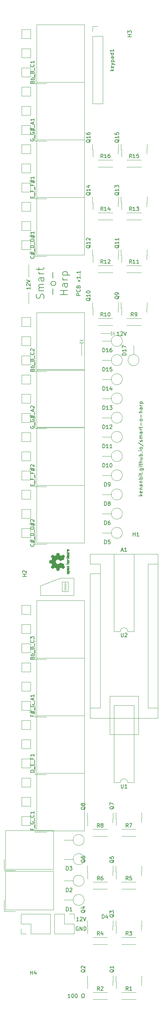
<source format=gto>
%TF.GenerationSoftware,KiCad,Pcbnew,(5.1.6-0-10_14)*%
%TF.CreationDate,2020-09-12T21:29:34-04:00*%
%TF.ProjectId,smart-o-harp,736d6172-742d-46f2-9d68-6172702e6b69,rev?*%
%TF.SameCoordinates,Original*%
%TF.FileFunction,Legend,Top*%
%TF.FilePolarity,Positive*%
%FSLAX46Y46*%
G04 Gerber Fmt 4.6, Leading zero omitted, Abs format (unit mm)*
G04 Created by KiCad (PCBNEW (5.1.6-0-10_14)) date 2020-09-12 21:29:34*
%MOMM*%
%LPD*%
G01*
G04 APERTURE LIST*
%ADD10C,0.150000*%
%ADD11C,0.120000*%
%ADD12C,0.010000*%
G04 APERTURE END LIST*
D10*
X-4794047Y-269057380D02*
X-5365476Y-269057380D01*
X-5079761Y-269057380D02*
X-5079761Y-268057380D01*
X-5175000Y-268200238D01*
X-5270238Y-268295476D01*
X-5365476Y-268343095D01*
X-4175000Y-268057380D02*
X-4079761Y-268057380D01*
X-3984523Y-268105000D01*
X-3936904Y-268152619D01*
X-3889285Y-268247857D01*
X-3841666Y-268438333D01*
X-3841666Y-268676428D01*
X-3889285Y-268866904D01*
X-3936904Y-268962142D01*
X-3984523Y-269009761D01*
X-4079761Y-269057380D01*
X-4175000Y-269057380D01*
X-4270238Y-269009761D01*
X-4317857Y-268962142D01*
X-4365476Y-268866904D01*
X-4413095Y-268676428D01*
X-4413095Y-268438333D01*
X-4365476Y-268247857D01*
X-4317857Y-268152619D01*
X-4270238Y-268105000D01*
X-4175000Y-268057380D01*
X-3222619Y-268057380D02*
X-3127380Y-268057380D01*
X-3032142Y-268105000D01*
X-2984523Y-268152619D01*
X-2936904Y-268247857D01*
X-2889285Y-268438333D01*
X-2889285Y-268676428D01*
X-2936904Y-268866904D01*
X-2984523Y-268962142D01*
X-3032142Y-269009761D01*
X-3127380Y-269057380D01*
X-3222619Y-269057380D01*
X-3317857Y-269009761D01*
X-3365476Y-268962142D01*
X-3413095Y-268866904D01*
X-3460714Y-268676428D01*
X-3460714Y-268438333D01*
X-3413095Y-268247857D01*
X-3365476Y-268152619D01*
X-3317857Y-268105000D01*
X-3222619Y-268057380D01*
X-1746428Y-269057380D02*
X-1508333Y-269057380D01*
X-1508333Y-268866904D01*
X-1603571Y-268819285D01*
X-1698809Y-268724047D01*
X-1746428Y-268581190D01*
X-1746428Y-268343095D01*
X-1698809Y-268200238D01*
X-1603571Y-268105000D01*
X-1460714Y-268057380D01*
X-1270238Y-268057380D01*
X-1127380Y-268105000D01*
X-1032142Y-268200238D01*
X-984523Y-268343095D01*
X-984523Y-268581190D01*
X-1032142Y-268724047D01*
X-1127380Y-268819285D01*
X-1222619Y-268866904D01*
X-1222619Y-269057380D01*
X-984523Y-269057380D01*
D11*
X-15875000Y-82423000D02*
X-15875000Y-85471000D01*
X-15875000Y-78359000D02*
X-15875000Y-75057000D01*
D10*
X-15422619Y-81010047D02*
X-15422619Y-81581476D01*
X-15422619Y-81295761D02*
X-16422619Y-81295761D01*
X-16279761Y-81391000D01*
X-16184523Y-81486238D01*
X-16136904Y-81581476D01*
X-16327380Y-80629095D02*
X-16375000Y-80581476D01*
X-16422619Y-80486238D01*
X-16422619Y-80248142D01*
X-16375000Y-80152904D01*
X-16327380Y-80105285D01*
X-16232142Y-80057666D01*
X-16136904Y-80057666D01*
X-15994047Y-80105285D01*
X-15422619Y-80676714D01*
X-15422619Y-80057666D01*
X-16422619Y-79771952D02*
X-15422619Y-79438619D01*
X-16422619Y-79105285D01*
X-2666904Y-250325000D02*
X-2762142Y-250277380D01*
X-2905000Y-250277380D01*
X-3047857Y-250325000D01*
X-3143095Y-250420238D01*
X-3190714Y-250515476D01*
X-3238333Y-250705952D01*
X-3238333Y-250848809D01*
X-3190714Y-251039285D01*
X-3143095Y-251134523D01*
X-3047857Y-251229761D01*
X-2905000Y-251277380D01*
X-2809761Y-251277380D01*
X-2666904Y-251229761D01*
X-2619285Y-251182142D01*
X-2619285Y-250848809D01*
X-2809761Y-250848809D01*
X-2190714Y-251277380D02*
X-2190714Y-250277380D01*
X-1619285Y-251277380D01*
X-1619285Y-250277380D01*
X-1143095Y-251277380D02*
X-1143095Y-250277380D01*
X-905000Y-250277380D01*
X-762142Y-250325000D01*
X-666904Y-250420238D01*
X-619285Y-250515476D01*
X-571666Y-250705952D01*
X-571666Y-250848809D01*
X-619285Y-251039285D01*
X-666904Y-251134523D01*
X-762142Y-251229761D01*
X-905000Y-251277380D01*
X-1143095Y-251277380D01*
X-2524047Y-248737380D02*
X-3095476Y-248737380D01*
X-2809761Y-248737380D02*
X-2809761Y-247737380D01*
X-2904999Y-247880238D01*
X-3000238Y-247975476D01*
X-3095476Y-248023095D01*
X-2143095Y-247832619D02*
X-2095476Y-247785000D01*
X-2000238Y-247737380D01*
X-1762142Y-247737380D01*
X-1666904Y-247785000D01*
X-1619285Y-247832619D01*
X-1571666Y-247927857D01*
X-1571666Y-248023095D01*
X-1619285Y-248165952D01*
X-2190714Y-248737380D01*
X-1571666Y-248737380D01*
X-1285952Y-247737380D02*
X-952619Y-248737380D01*
X-619285Y-247737380D01*
D11*
X-1778000Y-95758000D02*
X-1778000Y-99060000D01*
X6096000Y-93218000D02*
X3302000Y-93218000D01*
X-1270000Y-95758000D02*
X-2286000Y-95758000D01*
X-2286000Y-94996000D02*
X-1270000Y-94996000D01*
X6858000Y-92710000D02*
X6858000Y-93726000D01*
X6096000Y-92710000D02*
X6096000Y-93726000D01*
X6858000Y-93218000D02*
X6096000Y-93726000D01*
X6096000Y-92710000D02*
X6858000Y-93218000D01*
X-1778000Y-94996000D02*
X-1270000Y-95758000D01*
X-2286000Y-95758000D02*
X-1778000Y-94996000D01*
D10*
X8270952Y-93797380D02*
X7699523Y-93797380D01*
X7985238Y-93797380D02*
X7985238Y-92797380D01*
X7890000Y-92940238D01*
X7794761Y-93035476D01*
X7699523Y-93083095D01*
X8651904Y-92892619D02*
X8699523Y-92845000D01*
X8794761Y-92797380D01*
X9032857Y-92797380D01*
X9128095Y-92845000D01*
X9175714Y-92892619D01*
X9223333Y-92987857D01*
X9223333Y-93083095D01*
X9175714Y-93225952D01*
X8604285Y-93797380D01*
X9223333Y-93797380D01*
X9509047Y-92797380D02*
X9842380Y-93797380D01*
X10175714Y-92797380D01*
D11*
X-5842000Y-159512000D02*
X-6096000Y-159258000D01*
X-6096000Y-159766000D02*
X-5842000Y-159512000D01*
X-5842000Y-160020000D02*
X-6096000Y-159766000D01*
X-6096000Y-160274000D02*
X-5842000Y-160020000D01*
X-5842000Y-160528000D02*
X-6096000Y-160274000D01*
X-6096000Y-160782000D02*
X-5842000Y-160528000D01*
X-5842000Y-161036000D02*
X-6096000Y-160782000D01*
X-6096000Y-161290000D02*
X-5842000Y-161036000D01*
X-6096000Y-159512000D02*
X-6350000Y-159258000D01*
X-6350000Y-159766000D02*
X-6096000Y-159512000D01*
X-6096000Y-160020000D02*
X-6350000Y-159766000D01*
X-6350000Y-160274000D02*
X-6096000Y-160020000D01*
X-6096000Y-160528000D02*
X-6350000Y-160274000D01*
X-6350000Y-160782000D02*
X-6096000Y-160528000D01*
X-6096000Y-161036000D02*
X-6350000Y-160782000D01*
X-6350000Y-161290000D02*
X-6096000Y-161036000D01*
X-3810000Y-157988000D02*
X-3810000Y-162560000D01*
X-12700000Y-160020000D02*
X-7366000Y-157988000D01*
X-3810000Y-157988000D02*
X-7366000Y-157988000D01*
D10*
X14422380Y-136253571D02*
X13422380Y-136253571D01*
X14041428Y-136158333D02*
X14422380Y-135872619D01*
X13755714Y-135872619D02*
X14136666Y-136253571D01*
X14374761Y-135063095D02*
X14422380Y-135158333D01*
X14422380Y-135348809D01*
X14374761Y-135444047D01*
X14279523Y-135491666D01*
X13898571Y-135491666D01*
X13803333Y-135444047D01*
X13755714Y-135348809D01*
X13755714Y-135158333D01*
X13803333Y-135063095D01*
X13898571Y-135015476D01*
X13993809Y-135015476D01*
X14089047Y-135491666D01*
X13755714Y-134586904D02*
X14422380Y-134586904D01*
X13850952Y-134586904D02*
X13803333Y-134539285D01*
X13755714Y-134444047D01*
X13755714Y-134301190D01*
X13803333Y-134205952D01*
X13898571Y-134158333D01*
X14422380Y-134158333D01*
X14422380Y-133253571D02*
X13898571Y-133253571D01*
X13803333Y-133301190D01*
X13755714Y-133396428D01*
X13755714Y-133586904D01*
X13803333Y-133682142D01*
X14374761Y-133253571D02*
X14422380Y-133348809D01*
X14422380Y-133586904D01*
X14374761Y-133682142D01*
X14279523Y-133729761D01*
X14184285Y-133729761D01*
X14089047Y-133682142D01*
X14041428Y-133586904D01*
X14041428Y-133348809D01*
X13993809Y-133253571D01*
X13755714Y-132777380D02*
X14422380Y-132777380D01*
X13850952Y-132777380D02*
X13803333Y-132729761D01*
X13755714Y-132634523D01*
X13755714Y-132491666D01*
X13803333Y-132396428D01*
X13898571Y-132348809D01*
X14422380Y-132348809D01*
X14422380Y-131872619D02*
X13422380Y-131872619D01*
X13803333Y-131872619D02*
X13755714Y-131777380D01*
X13755714Y-131586904D01*
X13803333Y-131491666D01*
X13850952Y-131444047D01*
X13946190Y-131396428D01*
X14231904Y-131396428D01*
X14327142Y-131444047D01*
X14374761Y-131491666D01*
X14422380Y-131586904D01*
X14422380Y-131777380D01*
X14374761Y-131872619D01*
X14422380Y-130967857D02*
X13755714Y-130967857D01*
X13422380Y-130967857D02*
X13470000Y-131015476D01*
X13517619Y-130967857D01*
X13470000Y-130920238D01*
X13422380Y-130967857D01*
X13517619Y-130967857D01*
X13755714Y-130634523D02*
X13755714Y-130253571D01*
X13422380Y-130491666D02*
X14279523Y-130491666D01*
X14374761Y-130444047D01*
X14422380Y-130348809D01*
X14422380Y-130253571D01*
X14327142Y-129920238D02*
X14374761Y-129872619D01*
X14422380Y-129920238D01*
X14374761Y-129967857D01*
X14327142Y-129920238D01*
X14422380Y-129920238D01*
X13755714Y-129015476D02*
X14565238Y-129015476D01*
X14660476Y-129063095D01*
X14708095Y-129110714D01*
X14755714Y-129205952D01*
X14755714Y-129348809D01*
X14708095Y-129444047D01*
X14374761Y-129015476D02*
X14422380Y-129110714D01*
X14422380Y-129301190D01*
X14374761Y-129396428D01*
X14327142Y-129444047D01*
X14231904Y-129491666D01*
X13946190Y-129491666D01*
X13850952Y-129444047D01*
X13803333Y-129396428D01*
X13755714Y-129301190D01*
X13755714Y-129110714D01*
X13803333Y-129015476D01*
X14422380Y-128539285D02*
X13755714Y-128539285D01*
X13422380Y-128539285D02*
X13470000Y-128586904D01*
X13517619Y-128539285D01*
X13470000Y-128491666D01*
X13422380Y-128539285D01*
X13517619Y-128539285D01*
X13755714Y-128205952D02*
X13755714Y-127825000D01*
X13422380Y-128063095D02*
X14279523Y-128063095D01*
X14374761Y-128015476D01*
X14422380Y-127920238D01*
X14422380Y-127825000D01*
X14422380Y-127491666D02*
X13422380Y-127491666D01*
X14422380Y-127063095D02*
X13898571Y-127063095D01*
X13803333Y-127110714D01*
X13755714Y-127205952D01*
X13755714Y-127348809D01*
X13803333Y-127444047D01*
X13850952Y-127491666D01*
X13755714Y-126158333D02*
X14422380Y-126158333D01*
X13755714Y-126586904D02*
X14279523Y-126586904D01*
X14374761Y-126539285D01*
X14422380Y-126444047D01*
X14422380Y-126301190D01*
X14374761Y-126205952D01*
X14327142Y-126158333D01*
X14422380Y-125682142D02*
X13422380Y-125682142D01*
X13803333Y-125682142D02*
X13755714Y-125586904D01*
X13755714Y-125396428D01*
X13803333Y-125301190D01*
X13850952Y-125253571D01*
X13946190Y-125205952D01*
X14231904Y-125205952D01*
X14327142Y-125253571D01*
X14374761Y-125301190D01*
X14422380Y-125396428D01*
X14422380Y-125586904D01*
X14374761Y-125682142D01*
X14327142Y-124777380D02*
X14374761Y-124729761D01*
X14422380Y-124777380D01*
X14374761Y-124825000D01*
X14327142Y-124777380D01*
X14422380Y-124777380D01*
X14422380Y-124301190D02*
X13755714Y-124301190D01*
X13422380Y-124301190D02*
X13470000Y-124348809D01*
X13517619Y-124301190D01*
X13470000Y-124253571D01*
X13422380Y-124301190D01*
X13517619Y-124301190D01*
X14422380Y-123682142D02*
X14374761Y-123777380D01*
X14327142Y-123825000D01*
X14231904Y-123872619D01*
X13946190Y-123872619D01*
X13850952Y-123825000D01*
X13803333Y-123777380D01*
X13755714Y-123682142D01*
X13755714Y-123539285D01*
X13803333Y-123444047D01*
X13850952Y-123396428D01*
X13946190Y-123348809D01*
X14231904Y-123348809D01*
X14327142Y-123396428D01*
X14374761Y-123444047D01*
X14422380Y-123539285D01*
X14422380Y-123682142D01*
X13374761Y-122205952D02*
X14660476Y-123063095D01*
X14374761Y-121920238D02*
X14422380Y-121825000D01*
X14422380Y-121634523D01*
X14374761Y-121539285D01*
X14279523Y-121491666D01*
X14231904Y-121491666D01*
X14136666Y-121539285D01*
X14089047Y-121634523D01*
X14089047Y-121777380D01*
X14041428Y-121872619D01*
X13946190Y-121920238D01*
X13898571Y-121920238D01*
X13803333Y-121872619D01*
X13755714Y-121777380D01*
X13755714Y-121634523D01*
X13803333Y-121539285D01*
X14422380Y-121063095D02*
X13755714Y-121063095D01*
X13850952Y-121063095D02*
X13803333Y-121015476D01*
X13755714Y-120920238D01*
X13755714Y-120777380D01*
X13803333Y-120682142D01*
X13898571Y-120634523D01*
X14422380Y-120634523D01*
X13898571Y-120634523D02*
X13803333Y-120586904D01*
X13755714Y-120491666D01*
X13755714Y-120348809D01*
X13803333Y-120253571D01*
X13898571Y-120205952D01*
X14422380Y-120205952D01*
X14422380Y-119301190D02*
X13898571Y-119301190D01*
X13803333Y-119348809D01*
X13755714Y-119444047D01*
X13755714Y-119634523D01*
X13803333Y-119729761D01*
X14374761Y-119301190D02*
X14422380Y-119396428D01*
X14422380Y-119634523D01*
X14374761Y-119729761D01*
X14279523Y-119777380D01*
X14184285Y-119777380D01*
X14089047Y-119729761D01*
X14041428Y-119634523D01*
X14041428Y-119396428D01*
X13993809Y-119301190D01*
X14422380Y-118825000D02*
X13755714Y-118825000D01*
X13946190Y-118825000D02*
X13850952Y-118777380D01*
X13803333Y-118729761D01*
X13755714Y-118634523D01*
X13755714Y-118539285D01*
X13755714Y-118348809D02*
X13755714Y-117967857D01*
X13422380Y-118205952D02*
X14279523Y-118205952D01*
X14374761Y-118158333D01*
X14422380Y-118063095D01*
X14422380Y-117967857D01*
X14041428Y-117634523D02*
X14041428Y-116872619D01*
X14422380Y-116253571D02*
X14374761Y-116348809D01*
X14327142Y-116396428D01*
X14231904Y-116444047D01*
X13946190Y-116444047D01*
X13850952Y-116396428D01*
X13803333Y-116348809D01*
X13755714Y-116253571D01*
X13755714Y-116110714D01*
X13803333Y-116015476D01*
X13850952Y-115967857D01*
X13946190Y-115920238D01*
X14231904Y-115920238D01*
X14327142Y-115967857D01*
X14374761Y-116015476D01*
X14422380Y-116110714D01*
X14422380Y-116253571D01*
X14041428Y-115491666D02*
X14041428Y-114729761D01*
X14422380Y-114253571D02*
X13422380Y-114253571D01*
X14422380Y-113825000D02*
X13898571Y-113825000D01*
X13803333Y-113872619D01*
X13755714Y-113967857D01*
X13755714Y-114110714D01*
X13803333Y-114205952D01*
X13850952Y-114253571D01*
X14422380Y-112920238D02*
X13898571Y-112920238D01*
X13803333Y-112967857D01*
X13755714Y-113063095D01*
X13755714Y-113253571D01*
X13803333Y-113348809D01*
X14374761Y-112920238D02*
X14422380Y-113015476D01*
X14422380Y-113253571D01*
X14374761Y-113348809D01*
X14279523Y-113396428D01*
X14184285Y-113396428D01*
X14089047Y-113348809D01*
X14041428Y-113253571D01*
X14041428Y-113015476D01*
X13993809Y-112920238D01*
X14422380Y-112444047D02*
X13755714Y-112444047D01*
X13946190Y-112444047D02*
X13850952Y-112396428D01*
X13803333Y-112348809D01*
X13755714Y-112253571D01*
X13755714Y-112158333D01*
X13755714Y-111825000D02*
X14755714Y-111825000D01*
X13803333Y-111825000D02*
X13755714Y-111729761D01*
X13755714Y-111539285D01*
X13803333Y-111444047D01*
X13850952Y-111396428D01*
X13946190Y-111348809D01*
X14231904Y-111348809D01*
X14327142Y-111396428D01*
X14374761Y-111444047D01*
X14422380Y-111539285D01*
X14422380Y-111729761D01*
X14374761Y-111825000D01*
D11*
X-6985000Y-159004000D02*
X-6985000Y-159131000D01*
X-5334000Y-159004000D02*
X-6985000Y-159004000D01*
X-5334000Y-161544000D02*
X-5334000Y-159004000D01*
X-6985000Y-161544000D02*
X-5334000Y-161544000D01*
X-6985000Y-159131000D02*
X-6985000Y-161544000D01*
X-12700000Y-160020000D02*
X-12700000Y-162560000D01*
X-12700000Y-162560000D02*
X-11430000Y-162560000D01*
X-11430000Y-162560000D02*
X-3810000Y-162560000D01*
D10*
X-2087619Y-83224285D02*
X-3087619Y-83224285D01*
X-3087619Y-82843333D01*
X-3040000Y-82748095D01*
X-2992380Y-82700476D01*
X-2897142Y-82652857D01*
X-2754285Y-82652857D01*
X-2659047Y-82700476D01*
X-2611428Y-82748095D01*
X-2563809Y-82843333D01*
X-2563809Y-83224285D01*
X-2182857Y-81652857D02*
X-2135238Y-81700476D01*
X-2087619Y-81843333D01*
X-2087619Y-81938571D01*
X-2135238Y-82081428D01*
X-2230476Y-82176666D01*
X-2325714Y-82224285D01*
X-2516190Y-82271904D01*
X-2659047Y-82271904D01*
X-2849523Y-82224285D01*
X-2944761Y-82176666D01*
X-3040000Y-82081428D01*
X-3087619Y-81938571D01*
X-3087619Y-81843333D01*
X-3040000Y-81700476D01*
X-2992380Y-81652857D01*
X-2611428Y-80890952D02*
X-2563809Y-80748095D01*
X-2516190Y-80700476D01*
X-2420952Y-80652857D01*
X-2278095Y-80652857D01*
X-2182857Y-80700476D01*
X-2135238Y-80748095D01*
X-2087619Y-80843333D01*
X-2087619Y-81224285D01*
X-3087619Y-81224285D01*
X-3087619Y-80890952D01*
X-3040000Y-80795714D01*
X-2992380Y-80748095D01*
X-2897142Y-80700476D01*
X-2801904Y-80700476D01*
X-2706666Y-80748095D01*
X-2659047Y-80795714D01*
X-2611428Y-80890952D01*
X-2611428Y-81224285D01*
X-2754285Y-79557619D02*
X-2087619Y-79319523D01*
X-2754285Y-79081428D01*
X-2087619Y-78176666D02*
X-2087619Y-78748095D01*
X-2087619Y-78462380D02*
X-3087619Y-78462380D01*
X-2944761Y-78557619D01*
X-2849523Y-78652857D01*
X-2801904Y-78748095D01*
X-2182857Y-77748095D02*
X-2135238Y-77700476D01*
X-2087619Y-77748095D01*
X-2135238Y-77795714D01*
X-2182857Y-77748095D01*
X-2087619Y-77748095D01*
X-2087619Y-76748095D02*
X-2087619Y-77319523D01*
X-2087619Y-77033809D02*
X-3087619Y-77033809D01*
X-2944761Y-77129047D01*
X-2849523Y-77224285D01*
X-2801904Y-77319523D01*
X-11865476Y-84010000D02*
X-11770238Y-83724285D01*
X-11770238Y-83248095D01*
X-11865476Y-83057619D01*
X-11960714Y-82962380D01*
X-12151190Y-82867142D01*
X-12341666Y-82867142D01*
X-12532142Y-82962380D01*
X-12627380Y-83057619D01*
X-12722619Y-83248095D01*
X-12817857Y-83629047D01*
X-12913095Y-83819523D01*
X-13008333Y-83914761D01*
X-13198809Y-84010000D01*
X-13389285Y-84010000D01*
X-13579761Y-83914761D01*
X-13675000Y-83819523D01*
X-13770238Y-83629047D01*
X-13770238Y-83152857D01*
X-13675000Y-82867142D01*
X-11770238Y-82010000D02*
X-13103571Y-82010000D01*
X-12913095Y-82010000D02*
X-13008333Y-81914761D01*
X-13103571Y-81724285D01*
X-13103571Y-81438571D01*
X-13008333Y-81248095D01*
X-12817857Y-81152857D01*
X-11770238Y-81152857D01*
X-12817857Y-81152857D02*
X-13008333Y-81057619D01*
X-13103571Y-80867142D01*
X-13103571Y-80581428D01*
X-13008333Y-80390952D01*
X-12817857Y-80295714D01*
X-11770238Y-80295714D01*
X-11770238Y-78486190D02*
X-12817857Y-78486190D01*
X-13008333Y-78581428D01*
X-13103571Y-78771904D01*
X-13103571Y-79152857D01*
X-13008333Y-79343333D01*
X-11865476Y-78486190D02*
X-11770238Y-78676666D01*
X-11770238Y-79152857D01*
X-11865476Y-79343333D01*
X-12055952Y-79438571D01*
X-12246428Y-79438571D01*
X-12436904Y-79343333D01*
X-12532142Y-79152857D01*
X-12532142Y-78676666D01*
X-12627380Y-78486190D01*
X-11770238Y-77533809D02*
X-13103571Y-77533809D01*
X-12722619Y-77533809D02*
X-12913095Y-77438571D01*
X-13008333Y-77343333D01*
X-13103571Y-77152857D01*
X-13103571Y-76962380D01*
X-13103571Y-76581428D02*
X-13103571Y-75819523D01*
X-13770238Y-76295714D02*
X-12055952Y-76295714D01*
X-11865476Y-76200476D01*
X-11770238Y-76010000D01*
X-11770238Y-75819523D01*
X-9382142Y-82914761D02*
X-9382142Y-81390952D01*
X-8620238Y-80152857D02*
X-8715476Y-80343333D01*
X-8810714Y-80438571D01*
X-9001190Y-80533809D01*
X-9572619Y-80533809D01*
X-9763095Y-80438571D01*
X-9858333Y-80343333D01*
X-9953571Y-80152857D01*
X-9953571Y-79867142D01*
X-9858333Y-79676666D01*
X-9763095Y-79581428D01*
X-9572619Y-79486190D01*
X-9001190Y-79486190D01*
X-8810714Y-79581428D01*
X-8715476Y-79676666D01*
X-8620238Y-79867142D01*
X-8620238Y-80152857D01*
X-9382142Y-78629047D02*
X-9382142Y-77105238D01*
X-5470238Y-83010000D02*
X-7470238Y-83010000D01*
X-6517857Y-83010000D02*
X-6517857Y-81867142D01*
X-5470238Y-81867142D02*
X-7470238Y-81867142D01*
X-5470238Y-80057619D02*
X-6517857Y-80057619D01*
X-6708333Y-80152857D01*
X-6803571Y-80343333D01*
X-6803571Y-80724285D01*
X-6708333Y-80914761D01*
X-5565476Y-80057619D02*
X-5470238Y-80248095D01*
X-5470238Y-80724285D01*
X-5565476Y-80914761D01*
X-5755952Y-81010000D01*
X-5946428Y-81010000D01*
X-6136904Y-80914761D01*
X-6232142Y-80724285D01*
X-6232142Y-80248095D01*
X-6327380Y-80057619D01*
X-5470238Y-79105238D02*
X-6803571Y-79105238D01*
X-6422619Y-79105238D02*
X-6613095Y-79010000D01*
X-6708333Y-78914761D01*
X-6803571Y-78724285D01*
X-6803571Y-78533809D01*
X-6803571Y-77867142D02*
X-4803571Y-77867142D01*
X-6708333Y-77867142D02*
X-6803571Y-77676666D01*
X-6803571Y-77295714D01*
X-6708333Y-77105238D01*
X-6613095Y-77010000D01*
X-6422619Y-76914761D01*
X-5851190Y-76914761D01*
X-5660714Y-77010000D01*
X-5565476Y-77105238D01*
X-5470238Y-77295714D01*
X-5470238Y-77676666D01*
X-5565476Y-77867142D01*
D11*
X13335000Y-189230000D02*
X5715000Y-189230000D01*
X13335000Y-199390000D02*
X13335000Y-189230000D01*
X5715000Y-199390000D02*
X13335000Y-199390000D01*
X5715000Y-189230000D02*
X5715000Y-199390000D01*
%TO.C,keypad1*%
X1210000Y-32445000D02*
X3870000Y-32445000D01*
X1210000Y-14605000D02*
X1210000Y-32445000D01*
X3870000Y-14605000D02*
X3870000Y-32445000D01*
X1210000Y-14605000D02*
X3870000Y-14605000D01*
X1210000Y-13335000D02*
X1210000Y-12005000D01*
X1210000Y-12005000D02*
X2540000Y-12005000D01*
D12*
%TO.C,REF\u002A\u002A*%
G36*
X-5700082Y-156070256D02*
G01*
X-5672432Y-156014799D01*
X-5621520Y-155965852D01*
X-5602662Y-155952371D01*
X-5577985Y-155937686D01*
X-5551184Y-155928158D01*
X-5515413Y-155922707D01*
X-5463831Y-155920253D01*
X-5395733Y-155919714D01*
X-5302412Y-155922148D01*
X-5232343Y-155930606D01*
X-5180069Y-155946826D01*
X-5140131Y-155972546D01*
X-5107071Y-156009503D01*
X-5105114Y-156012218D01*
X-5085092Y-156048640D01*
X-5075185Y-156092498D01*
X-5072743Y-156148276D01*
X-5072743Y-156238952D01*
X-4984717Y-156238990D01*
X-4935692Y-156239834D01*
X-4906935Y-156244976D01*
X-4889689Y-156258413D01*
X-4875192Y-156284142D01*
X-4872231Y-156290321D01*
X-4858352Y-156319236D01*
X-4849586Y-156341624D01*
X-4848829Y-156358271D01*
X-4858977Y-156369964D01*
X-4882927Y-156377490D01*
X-4923574Y-156381634D01*
X-4983814Y-156383185D01*
X-5066545Y-156382929D01*
X-5174661Y-156381651D01*
X-5207000Y-156381252D01*
X-5318476Y-156379815D01*
X-5391397Y-156378528D01*
X-5391397Y-156239029D01*
X-5329501Y-156238245D01*
X-5289003Y-156234760D01*
X-5262292Y-156226876D01*
X-5241756Y-156212895D01*
X-5231740Y-156203403D01*
X-5202433Y-156164596D01*
X-5200048Y-156130237D01*
X-5224250Y-156094784D01*
X-5225143Y-156093886D01*
X-5243847Y-156079461D01*
X-5269268Y-156070687D01*
X-5308416Y-156066261D01*
X-5368303Y-156064882D01*
X-5381570Y-156064857D01*
X-5464099Y-156068188D01*
X-5521309Y-156079031D01*
X-5556234Y-156098660D01*
X-5571906Y-156128350D01*
X-5573486Y-156145509D01*
X-5566074Y-156186234D01*
X-5541670Y-156214168D01*
X-5497020Y-156230983D01*
X-5428870Y-156238350D01*
X-5391397Y-156239029D01*
X-5391397Y-156378528D01*
X-5404755Y-156378292D01*
X-5469667Y-156376323D01*
X-5517042Y-156373550D01*
X-5550710Y-156369612D01*
X-5574502Y-156364151D01*
X-5592247Y-156356808D01*
X-5607776Y-156347223D01*
X-5613619Y-156343113D01*
X-5668815Y-156288595D01*
X-5700110Y-156219664D01*
X-5708835Y-156139928D01*
X-5700082Y-156070256D01*
G37*
X-5700082Y-156070256D02*
X-5672432Y-156014799D01*
X-5621520Y-155965852D01*
X-5602662Y-155952371D01*
X-5577985Y-155937686D01*
X-5551184Y-155928158D01*
X-5515413Y-155922707D01*
X-5463831Y-155920253D01*
X-5395733Y-155919714D01*
X-5302412Y-155922148D01*
X-5232343Y-155930606D01*
X-5180069Y-155946826D01*
X-5140131Y-155972546D01*
X-5107071Y-156009503D01*
X-5105114Y-156012218D01*
X-5085092Y-156048640D01*
X-5075185Y-156092498D01*
X-5072743Y-156148276D01*
X-5072743Y-156238952D01*
X-4984717Y-156238990D01*
X-4935692Y-156239834D01*
X-4906935Y-156244976D01*
X-4889689Y-156258413D01*
X-4875192Y-156284142D01*
X-4872231Y-156290321D01*
X-4858352Y-156319236D01*
X-4849586Y-156341624D01*
X-4848829Y-156358271D01*
X-4858977Y-156369964D01*
X-4882927Y-156377490D01*
X-4923574Y-156381634D01*
X-4983814Y-156383185D01*
X-5066545Y-156382929D01*
X-5174661Y-156381651D01*
X-5207000Y-156381252D01*
X-5318476Y-156379815D01*
X-5391397Y-156378528D01*
X-5391397Y-156239029D01*
X-5329501Y-156238245D01*
X-5289003Y-156234760D01*
X-5262292Y-156226876D01*
X-5241756Y-156212895D01*
X-5231740Y-156203403D01*
X-5202433Y-156164596D01*
X-5200048Y-156130237D01*
X-5224250Y-156094784D01*
X-5225143Y-156093886D01*
X-5243847Y-156079461D01*
X-5269268Y-156070687D01*
X-5308416Y-156066261D01*
X-5368303Y-156064882D01*
X-5381570Y-156064857D01*
X-5464099Y-156068188D01*
X-5521309Y-156079031D01*
X-5556234Y-156098660D01*
X-5571906Y-156128350D01*
X-5573486Y-156145509D01*
X-5566074Y-156186234D01*
X-5541670Y-156214168D01*
X-5497020Y-156230983D01*
X-5428870Y-156238350D01*
X-5391397Y-156239029D01*
X-5391397Y-156378528D01*
X-5404755Y-156378292D01*
X-5469667Y-156376323D01*
X-5517042Y-156373550D01*
X-5550710Y-156369612D01*
X-5574502Y-156364151D01*
X-5592247Y-156356808D01*
X-5607776Y-156347223D01*
X-5613619Y-156343113D01*
X-5668815Y-156288595D01*
X-5700110Y-156219664D01*
X-5708835Y-156139928D01*
X-5700082Y-156070256D01*
G36*
X-5692220Y-154953907D02*
G01*
X-5665277Y-154907328D01*
X-5638534Y-154874943D01*
X-5610516Y-154851258D01*
X-5576252Y-154834941D01*
X-5530773Y-154824661D01*
X-5469108Y-154819086D01*
X-5386289Y-154816884D01*
X-5326754Y-154816629D01*
X-5107609Y-154816629D01*
X-5079956Y-154878314D01*
X-5052303Y-154940000D01*
X-5292330Y-154947257D01*
X-5381972Y-154950256D01*
X-5447038Y-154953402D01*
X-5491974Y-154957299D01*
X-5521230Y-154962553D01*
X-5539252Y-154969769D01*
X-5550489Y-154979550D01*
X-5552921Y-154982688D01*
X-5571917Y-155030239D01*
X-5564400Y-155078303D01*
X-5544457Y-155106914D01*
X-5530325Y-155118553D01*
X-5511780Y-155126609D01*
X-5483666Y-155131729D01*
X-5440827Y-155134559D01*
X-5378105Y-155135744D01*
X-5312739Y-155135943D01*
X-5230732Y-155135982D01*
X-5172684Y-155137386D01*
X-5133535Y-155142086D01*
X-5108220Y-155152013D01*
X-5091677Y-155169097D01*
X-5078844Y-155195268D01*
X-5065509Y-155230225D01*
X-5050993Y-155268404D01*
X-5308611Y-155263859D01*
X-5401481Y-155262029D01*
X-5470111Y-155259888D01*
X-5519289Y-155256819D01*
X-5553802Y-155252206D01*
X-5578438Y-155245432D01*
X-5597984Y-155235881D01*
X-5615230Y-155224366D01*
X-5670320Y-155168810D01*
X-5702178Y-155101020D01*
X-5709809Y-155027287D01*
X-5692220Y-154953907D01*
G37*
X-5692220Y-154953907D02*
X-5665277Y-154907328D01*
X-5638534Y-154874943D01*
X-5610516Y-154851258D01*
X-5576252Y-154834941D01*
X-5530773Y-154824661D01*
X-5469108Y-154819086D01*
X-5386289Y-154816884D01*
X-5326754Y-154816629D01*
X-5107609Y-154816629D01*
X-5079956Y-154878314D01*
X-5052303Y-154940000D01*
X-5292330Y-154947257D01*
X-5381972Y-154950256D01*
X-5447038Y-154953402D01*
X-5491974Y-154957299D01*
X-5521230Y-154962553D01*
X-5539252Y-154969769D01*
X-5550489Y-154979550D01*
X-5552921Y-154982688D01*
X-5571917Y-155030239D01*
X-5564400Y-155078303D01*
X-5544457Y-155106914D01*
X-5530325Y-155118553D01*
X-5511780Y-155126609D01*
X-5483666Y-155131729D01*
X-5440827Y-155134559D01*
X-5378105Y-155135744D01*
X-5312739Y-155135943D01*
X-5230732Y-155135982D01*
X-5172684Y-155137386D01*
X-5133535Y-155142086D01*
X-5108220Y-155152013D01*
X-5091677Y-155169097D01*
X-5078844Y-155195268D01*
X-5065509Y-155230225D01*
X-5050993Y-155268404D01*
X-5308611Y-155263859D01*
X-5401481Y-155262029D01*
X-5470111Y-155259888D01*
X-5519289Y-155256819D01*
X-5553802Y-155252206D01*
X-5578438Y-155245432D01*
X-5597984Y-155235881D01*
X-5615230Y-155224366D01*
X-5670320Y-155168810D01*
X-5702178Y-155101020D01*
X-5709809Y-155027287D01*
X-5692220Y-154953907D01*
G36*
X-5698038Y-156628885D02*
G01*
X-5662267Y-156560855D01*
X-5604699Y-156510649D01*
X-5567688Y-156492815D01*
X-5512118Y-156478937D01*
X-5441904Y-156471833D01*
X-5365273Y-156471160D01*
X-5290448Y-156476573D01*
X-5225658Y-156487730D01*
X-5179127Y-156504286D01*
X-5171113Y-156509374D01*
X-5111293Y-156569645D01*
X-5075465Y-156641231D01*
X-5064980Y-156718908D01*
X-5081190Y-156797452D01*
X-5090908Y-156819311D01*
X-5120857Y-156861878D01*
X-5160567Y-156899237D01*
X-5165603Y-156902768D01*
X-5189876Y-156917119D01*
X-5215822Y-156926606D01*
X-5249978Y-156932210D01*
X-5298881Y-156934914D01*
X-5369065Y-156935701D01*
X-5384800Y-156935714D01*
X-5389808Y-156935678D01*
X-5389808Y-156790571D01*
X-5323570Y-156789727D01*
X-5279614Y-156786404D01*
X-5251221Y-156779417D01*
X-5231675Y-156767584D01*
X-5225143Y-156761543D01*
X-5200320Y-156726814D01*
X-5201452Y-156693097D01*
X-5222984Y-156659005D01*
X-5245971Y-156638671D01*
X-5279522Y-156626629D01*
X-5332431Y-156619866D01*
X-5338601Y-156619402D01*
X-5434487Y-156618248D01*
X-5505701Y-156630312D01*
X-5551806Y-156655430D01*
X-5572365Y-156693440D01*
X-5573486Y-156707008D01*
X-5567848Y-156742636D01*
X-5548314Y-156767006D01*
X-5510958Y-156781907D01*
X-5451850Y-156789125D01*
X-5389808Y-156790571D01*
X-5389808Y-156935678D01*
X-5459587Y-156935174D01*
X-5511841Y-156932904D01*
X-5548051Y-156927932D01*
X-5574701Y-156919287D01*
X-5598278Y-156905995D01*
X-5602662Y-156903057D01*
X-5661751Y-156853687D01*
X-5696053Y-156799891D01*
X-5709669Y-156734398D01*
X-5710335Y-156712158D01*
X-5698038Y-156628885D01*
G37*
X-5698038Y-156628885D02*
X-5662267Y-156560855D01*
X-5604699Y-156510649D01*
X-5567688Y-156492815D01*
X-5512118Y-156478937D01*
X-5441904Y-156471833D01*
X-5365273Y-156471160D01*
X-5290448Y-156476573D01*
X-5225658Y-156487730D01*
X-5179127Y-156504286D01*
X-5171113Y-156509374D01*
X-5111293Y-156569645D01*
X-5075465Y-156641231D01*
X-5064980Y-156718908D01*
X-5081190Y-156797452D01*
X-5090908Y-156819311D01*
X-5120857Y-156861878D01*
X-5160567Y-156899237D01*
X-5165603Y-156902768D01*
X-5189876Y-156917119D01*
X-5215822Y-156926606D01*
X-5249978Y-156932210D01*
X-5298881Y-156934914D01*
X-5369065Y-156935701D01*
X-5384800Y-156935714D01*
X-5389808Y-156935678D01*
X-5389808Y-156790571D01*
X-5323570Y-156789727D01*
X-5279614Y-156786404D01*
X-5251221Y-156779417D01*
X-5231675Y-156767584D01*
X-5225143Y-156761543D01*
X-5200320Y-156726814D01*
X-5201452Y-156693097D01*
X-5222984Y-156659005D01*
X-5245971Y-156638671D01*
X-5279522Y-156626629D01*
X-5332431Y-156619866D01*
X-5338601Y-156619402D01*
X-5434487Y-156618248D01*
X-5505701Y-156630312D01*
X-5551806Y-156655430D01*
X-5572365Y-156693440D01*
X-5573486Y-156707008D01*
X-5567848Y-156742636D01*
X-5548314Y-156767006D01*
X-5510958Y-156781907D01*
X-5451850Y-156789125D01*
X-5389808Y-156790571D01*
X-5389808Y-156935678D01*
X-5459587Y-156935174D01*
X-5511841Y-156932904D01*
X-5548051Y-156927932D01*
X-5574701Y-156919287D01*
X-5598278Y-156905995D01*
X-5602662Y-156903057D01*
X-5661751Y-156853687D01*
X-5696053Y-156799891D01*
X-5709669Y-156734398D01*
X-5710335Y-156712158D01*
X-5698038Y-156628885D01*
G36*
X-5688761Y-155501697D02*
G01*
X-5650265Y-155444473D01*
X-5594665Y-155400251D01*
X-5523914Y-155373833D01*
X-5471838Y-155368490D01*
X-5450107Y-155369097D01*
X-5433469Y-155374178D01*
X-5418563Y-155388145D01*
X-5402027Y-155415411D01*
X-5380502Y-155460388D01*
X-5350626Y-155527489D01*
X-5350476Y-155527829D01*
X-5322187Y-155589593D01*
X-5297067Y-155640241D01*
X-5277821Y-155674596D01*
X-5267152Y-155687482D01*
X-5267066Y-155687486D01*
X-5243834Y-155676128D01*
X-5218226Y-155649569D01*
X-5199779Y-155619077D01*
X-5196114Y-155603630D01*
X-5208788Y-155561485D01*
X-5240529Y-155525192D01*
X-5275428Y-155507483D01*
X-5301155Y-155490448D01*
X-5330454Y-155457078D01*
X-5355765Y-155417851D01*
X-5369529Y-155383244D01*
X-5370286Y-155376007D01*
X-5357840Y-155367861D01*
X-5326028Y-155367370D01*
X-5283134Y-155373357D01*
X-5237442Y-155384643D01*
X-5197239Y-155400050D01*
X-5195678Y-155400829D01*
X-5130938Y-155447196D01*
X-5086903Y-155507289D01*
X-5065289Y-155575535D01*
X-5067815Y-155646362D01*
X-5096196Y-155714196D01*
X-5098192Y-155717212D01*
X-5146552Y-155770573D01*
X-5209648Y-155805660D01*
X-5292613Y-155825078D01*
X-5315922Y-155827684D01*
X-5425945Y-155832299D01*
X-5477252Y-155826767D01*
X-5477252Y-155687486D01*
X-5445247Y-155685676D01*
X-5435907Y-155675778D01*
X-5442895Y-155651102D01*
X-5459413Y-155612205D01*
X-5480119Y-155568725D01*
X-5480667Y-155567644D01*
X-5500051Y-155530791D01*
X-5512987Y-155516000D01*
X-5526549Y-155519647D01*
X-5544368Y-155535005D01*
X-5570155Y-155574077D01*
X-5572050Y-155616154D01*
X-5553283Y-155653897D01*
X-5517085Y-155679966D01*
X-5477252Y-155687486D01*
X-5477252Y-155826767D01*
X-5513973Y-155822806D01*
X-5583788Y-155798450D01*
X-5632698Y-155764544D01*
X-5682122Y-155703347D01*
X-5706641Y-155635937D01*
X-5708203Y-155567120D01*
X-5688761Y-155501697D01*
G37*
X-5688761Y-155501697D02*
X-5650265Y-155444473D01*
X-5594665Y-155400251D01*
X-5523914Y-155373833D01*
X-5471838Y-155368490D01*
X-5450107Y-155369097D01*
X-5433469Y-155374178D01*
X-5418563Y-155388145D01*
X-5402027Y-155415411D01*
X-5380502Y-155460388D01*
X-5350626Y-155527489D01*
X-5350476Y-155527829D01*
X-5322187Y-155589593D01*
X-5297067Y-155640241D01*
X-5277821Y-155674596D01*
X-5267152Y-155687482D01*
X-5267066Y-155687486D01*
X-5243834Y-155676128D01*
X-5218226Y-155649569D01*
X-5199779Y-155619077D01*
X-5196114Y-155603630D01*
X-5208788Y-155561485D01*
X-5240529Y-155525192D01*
X-5275428Y-155507483D01*
X-5301155Y-155490448D01*
X-5330454Y-155457078D01*
X-5355765Y-155417851D01*
X-5369529Y-155383244D01*
X-5370286Y-155376007D01*
X-5357840Y-155367861D01*
X-5326028Y-155367370D01*
X-5283134Y-155373357D01*
X-5237442Y-155384643D01*
X-5197239Y-155400050D01*
X-5195678Y-155400829D01*
X-5130938Y-155447196D01*
X-5086903Y-155507289D01*
X-5065289Y-155575535D01*
X-5067815Y-155646362D01*
X-5096196Y-155714196D01*
X-5098192Y-155717212D01*
X-5146552Y-155770573D01*
X-5209648Y-155805660D01*
X-5292613Y-155825078D01*
X-5315922Y-155827684D01*
X-5425945Y-155832299D01*
X-5477252Y-155826767D01*
X-5477252Y-155687486D01*
X-5445247Y-155685676D01*
X-5435907Y-155675778D01*
X-5442895Y-155651102D01*
X-5459413Y-155612205D01*
X-5480119Y-155568725D01*
X-5480667Y-155567644D01*
X-5500051Y-155530791D01*
X-5512987Y-155516000D01*
X-5526549Y-155519647D01*
X-5544368Y-155535005D01*
X-5570155Y-155574077D01*
X-5572050Y-155616154D01*
X-5553283Y-155653897D01*
X-5517085Y-155679966D01*
X-5477252Y-155687486D01*
X-5477252Y-155826767D01*
X-5513973Y-155822806D01*
X-5583788Y-155798450D01*
X-5632698Y-155764544D01*
X-5682122Y-155703347D01*
X-5706641Y-155635937D01*
X-5708203Y-155567120D01*
X-5688761Y-155501697D01*
G36*
X-5768711Y-154294114D02*
G01*
X-5709387Y-154289861D01*
X-5674428Y-154284975D01*
X-5659180Y-154278205D01*
X-5658985Y-154268298D01*
X-5660805Y-154265086D01*
X-5673985Y-154222356D01*
X-5673215Y-154166773D01*
X-5659667Y-154110263D01*
X-5642139Y-154074918D01*
X-5614139Y-154038679D01*
X-5582451Y-154012187D01*
X-5542187Y-153994001D01*
X-5488457Y-153982678D01*
X-5416374Y-153976778D01*
X-5321049Y-153974857D01*
X-5302763Y-153974823D01*
X-5097354Y-153974800D01*
X-5081420Y-154020509D01*
X-5070580Y-154052973D01*
X-5065532Y-154070785D01*
X-5065486Y-154071309D01*
X-5079172Y-154073063D01*
X-5116924Y-154074556D01*
X-5173776Y-154075674D01*
X-5244766Y-154076303D01*
X-5287927Y-154076400D01*
X-5373027Y-154076602D01*
X-5434019Y-154077642D01*
X-5475823Y-154080169D01*
X-5503358Y-154084836D01*
X-5521544Y-154092293D01*
X-5535302Y-154103189D01*
X-5541927Y-154109993D01*
X-5568625Y-154156728D01*
X-5570625Y-154207728D01*
X-5548045Y-154253999D01*
X-5539893Y-154262556D01*
X-5524564Y-154275107D01*
X-5506382Y-154283812D01*
X-5480091Y-154289369D01*
X-5440438Y-154292474D01*
X-5382168Y-154293824D01*
X-5301827Y-154294114D01*
X-5097354Y-154294114D01*
X-5081420Y-154339823D01*
X-5070580Y-154372287D01*
X-5065532Y-154390099D01*
X-5065486Y-154390623D01*
X-5079377Y-154391963D01*
X-5118561Y-154393172D01*
X-5179300Y-154394199D01*
X-5257859Y-154394998D01*
X-5350502Y-154395519D01*
X-5453491Y-154395714D01*
X-5850658Y-154395714D01*
X-5870556Y-154348543D01*
X-5890453Y-154301371D01*
X-5768711Y-154294114D01*
G37*
X-5768711Y-154294114D02*
X-5709387Y-154289861D01*
X-5674428Y-154284975D01*
X-5659180Y-154278205D01*
X-5658985Y-154268298D01*
X-5660805Y-154265086D01*
X-5673985Y-154222356D01*
X-5673215Y-154166773D01*
X-5659667Y-154110263D01*
X-5642139Y-154074918D01*
X-5614139Y-154038679D01*
X-5582451Y-154012187D01*
X-5542187Y-153994001D01*
X-5488457Y-153982678D01*
X-5416374Y-153976778D01*
X-5321049Y-153974857D01*
X-5302763Y-153974823D01*
X-5097354Y-153974800D01*
X-5081420Y-154020509D01*
X-5070580Y-154052973D01*
X-5065532Y-154070785D01*
X-5065486Y-154071309D01*
X-5079172Y-154073063D01*
X-5116924Y-154074556D01*
X-5173776Y-154075674D01*
X-5244766Y-154076303D01*
X-5287927Y-154076400D01*
X-5373027Y-154076602D01*
X-5434019Y-154077642D01*
X-5475823Y-154080169D01*
X-5503358Y-154084836D01*
X-5521544Y-154092293D01*
X-5535302Y-154103189D01*
X-5541927Y-154109993D01*
X-5568625Y-154156728D01*
X-5570625Y-154207728D01*
X-5548045Y-154253999D01*
X-5539893Y-154262556D01*
X-5524564Y-154275107D01*
X-5506382Y-154283812D01*
X-5480091Y-154289369D01*
X-5440438Y-154292474D01*
X-5382168Y-154293824D01*
X-5301827Y-154294114D01*
X-5097354Y-154294114D01*
X-5081420Y-154339823D01*
X-5070580Y-154372287D01*
X-5065532Y-154390099D01*
X-5065486Y-154390623D01*
X-5079377Y-154391963D01*
X-5118561Y-154393172D01*
X-5179300Y-154394199D01*
X-5257859Y-154394998D01*
X-5350502Y-154395519D01*
X-5453491Y-154395714D01*
X-5850658Y-154395714D01*
X-5870556Y-154348543D01*
X-5890453Y-154301371D01*
X-5768711Y-154294114D01*
G36*
X-5669032Y-153630256D02*
G01*
X-5647913Y-153573384D01*
X-5647507Y-153572733D01*
X-5621620Y-153537560D01*
X-5591367Y-153511593D01*
X-5551942Y-153493330D01*
X-5498538Y-153481268D01*
X-5426349Y-153473904D01*
X-5330568Y-153469736D01*
X-5316922Y-153469371D01*
X-5111158Y-153464124D01*
X-5088322Y-153508284D01*
X-5072890Y-153540237D01*
X-5065577Y-153559530D01*
X-5065486Y-153560422D01*
X-5078978Y-153563761D01*
X-5115374Y-153566413D01*
X-5168548Y-153568044D01*
X-5211607Y-153568400D01*
X-5281359Y-153568408D01*
X-5325163Y-153571597D01*
X-5346056Y-153582712D01*
X-5347075Y-153606499D01*
X-5331259Y-153647704D01*
X-5302185Y-153709914D01*
X-5278037Y-153755659D01*
X-5257087Y-153779187D01*
X-5234253Y-153786104D01*
X-5233123Y-153786114D01*
X-5193788Y-153774701D01*
X-5172538Y-153740908D01*
X-5169461Y-153689191D01*
X-5169994Y-153651939D01*
X-5159265Y-153632297D01*
X-5133495Y-153620048D01*
X-5100663Y-153612998D01*
X-5082034Y-153623158D01*
X-5079368Y-153626983D01*
X-5068660Y-153662999D01*
X-5067144Y-153713434D01*
X-5074241Y-153765374D01*
X-5087212Y-153802178D01*
X-5130415Y-153853062D01*
X-5190554Y-153881986D01*
X-5237538Y-153887714D01*
X-5279918Y-153883343D01*
X-5314512Y-153867525D01*
X-5345237Y-153836203D01*
X-5376010Y-153785322D01*
X-5410748Y-153710824D01*
X-5412712Y-153706286D01*
X-5443713Y-153639179D01*
X-5469138Y-153597768D01*
X-5491986Y-153580019D01*
X-5515255Y-153583893D01*
X-5541944Y-153607357D01*
X-5548086Y-153614373D01*
X-5571900Y-153661370D01*
X-5570897Y-153710067D01*
X-5547549Y-153752478D01*
X-5504325Y-153780616D01*
X-5495840Y-153783231D01*
X-5454692Y-153808692D01*
X-5434872Y-153840999D01*
X-5415230Y-153887714D01*
X-5466050Y-153887714D01*
X-5539918Y-153873504D01*
X-5607673Y-153831325D01*
X-5630339Y-153809376D01*
X-5659431Y-153759483D01*
X-5672600Y-153696033D01*
X-5669032Y-153630256D01*
G37*
X-5669032Y-153630256D02*
X-5647913Y-153573384D01*
X-5647507Y-153572733D01*
X-5621620Y-153537560D01*
X-5591367Y-153511593D01*
X-5551942Y-153493330D01*
X-5498538Y-153481268D01*
X-5426349Y-153473904D01*
X-5330568Y-153469736D01*
X-5316922Y-153469371D01*
X-5111158Y-153464124D01*
X-5088322Y-153508284D01*
X-5072890Y-153540237D01*
X-5065577Y-153559530D01*
X-5065486Y-153560422D01*
X-5078978Y-153563761D01*
X-5115374Y-153566413D01*
X-5168548Y-153568044D01*
X-5211607Y-153568400D01*
X-5281359Y-153568408D01*
X-5325163Y-153571597D01*
X-5346056Y-153582712D01*
X-5347075Y-153606499D01*
X-5331259Y-153647704D01*
X-5302185Y-153709914D01*
X-5278037Y-153755659D01*
X-5257087Y-153779187D01*
X-5234253Y-153786104D01*
X-5233123Y-153786114D01*
X-5193788Y-153774701D01*
X-5172538Y-153740908D01*
X-5169461Y-153689191D01*
X-5169994Y-153651939D01*
X-5159265Y-153632297D01*
X-5133495Y-153620048D01*
X-5100663Y-153612998D01*
X-5082034Y-153623158D01*
X-5079368Y-153626983D01*
X-5068660Y-153662999D01*
X-5067144Y-153713434D01*
X-5074241Y-153765374D01*
X-5087212Y-153802178D01*
X-5130415Y-153853062D01*
X-5190554Y-153881986D01*
X-5237538Y-153887714D01*
X-5279918Y-153883343D01*
X-5314512Y-153867525D01*
X-5345237Y-153836203D01*
X-5376010Y-153785322D01*
X-5410748Y-153710824D01*
X-5412712Y-153706286D01*
X-5443713Y-153639179D01*
X-5469138Y-153597768D01*
X-5491986Y-153580019D01*
X-5515255Y-153583893D01*
X-5541944Y-153607357D01*
X-5548086Y-153614373D01*
X-5571900Y-153661370D01*
X-5570897Y-153710067D01*
X-5547549Y-153752478D01*
X-5504325Y-153780616D01*
X-5495840Y-153783231D01*
X-5454692Y-153808692D01*
X-5434872Y-153840999D01*
X-5415230Y-153887714D01*
X-5466050Y-153887714D01*
X-5539918Y-153873504D01*
X-5607673Y-153831325D01*
X-5630339Y-153809376D01*
X-5659431Y-153759483D01*
X-5672600Y-153696033D01*
X-5669032Y-153630256D01*
G36*
X-5670245Y-153140074D02*
G01*
X-5645916Y-153074142D01*
X-5602883Y-153020727D01*
X-5572591Y-152999836D01*
X-5517006Y-152977061D01*
X-5476814Y-152977534D01*
X-5449783Y-153001438D01*
X-5445187Y-153010283D01*
X-5430856Y-153048470D01*
X-5434528Y-153067972D01*
X-5458593Y-153074578D01*
X-5471886Y-153074914D01*
X-5520790Y-153087008D01*
X-5555001Y-153118529D01*
X-5571524Y-153162341D01*
X-5567366Y-153211305D01*
X-5545773Y-153251106D01*
X-5533456Y-153264550D01*
X-5518513Y-153274079D01*
X-5495925Y-153280515D01*
X-5460672Y-153284683D01*
X-5407734Y-153287403D01*
X-5332093Y-153289498D01*
X-5308143Y-153290040D01*
X-5226210Y-153292019D01*
X-5168545Y-153294269D01*
X-5130392Y-153297643D01*
X-5106996Y-153302994D01*
X-5093602Y-153311176D01*
X-5085455Y-153323041D01*
X-5081856Y-153330638D01*
X-5069548Y-153362898D01*
X-5065486Y-153381889D01*
X-5079052Y-153388164D01*
X-5120066Y-153391994D01*
X-5189001Y-153393400D01*
X-5286331Y-153392402D01*
X-5301343Y-153392092D01*
X-5390141Y-153389899D01*
X-5454981Y-153387307D01*
X-5500933Y-153383618D01*
X-5533065Y-153378136D01*
X-5556447Y-153370165D01*
X-5576148Y-153359007D01*
X-5584590Y-153353170D01*
X-5621943Y-153319704D01*
X-5650997Y-153282273D01*
X-5653533Y-153277691D01*
X-5673557Y-153210574D01*
X-5670245Y-153140074D01*
G37*
X-5670245Y-153140074D02*
X-5645916Y-153074142D01*
X-5602883Y-153020727D01*
X-5572591Y-152999836D01*
X-5517006Y-152977061D01*
X-5476814Y-152977534D01*
X-5449783Y-153001438D01*
X-5445187Y-153010283D01*
X-5430856Y-153048470D01*
X-5434528Y-153067972D01*
X-5458593Y-153074578D01*
X-5471886Y-153074914D01*
X-5520790Y-153087008D01*
X-5555001Y-153118529D01*
X-5571524Y-153162341D01*
X-5567366Y-153211305D01*
X-5545773Y-153251106D01*
X-5533456Y-153264550D01*
X-5518513Y-153274079D01*
X-5495925Y-153280515D01*
X-5460672Y-153284683D01*
X-5407734Y-153287403D01*
X-5332093Y-153289498D01*
X-5308143Y-153290040D01*
X-5226210Y-153292019D01*
X-5168545Y-153294269D01*
X-5130392Y-153297643D01*
X-5106996Y-153302994D01*
X-5093602Y-153311176D01*
X-5085455Y-153323041D01*
X-5081856Y-153330638D01*
X-5069548Y-153362898D01*
X-5065486Y-153381889D01*
X-5079052Y-153388164D01*
X-5120066Y-153391994D01*
X-5189001Y-153393400D01*
X-5286331Y-153392402D01*
X-5301343Y-153392092D01*
X-5390141Y-153389899D01*
X-5454981Y-153387307D01*
X-5500933Y-153383618D01*
X-5533065Y-153378136D01*
X-5556447Y-153370165D01*
X-5576148Y-153359007D01*
X-5584590Y-153353170D01*
X-5621943Y-153319704D01*
X-5650997Y-153282273D01*
X-5653533Y-153277691D01*
X-5673557Y-153210574D01*
X-5670245Y-153140074D01*
G36*
X-5554642Y-152479883D02*
G01*
X-5446163Y-152480067D01*
X-5362713Y-152480781D01*
X-5300296Y-152482325D01*
X-5254915Y-152484999D01*
X-5222571Y-152489106D01*
X-5199267Y-152494945D01*
X-5181005Y-152502818D01*
X-5170582Y-152508779D01*
X-5114055Y-152558145D01*
X-5078623Y-152620736D01*
X-5065910Y-152689987D01*
X-5077537Y-152759332D01*
X-5098432Y-152800625D01*
X-5134578Y-152843975D01*
X-5178724Y-152873519D01*
X-5236538Y-152891345D01*
X-5313687Y-152899537D01*
X-5370286Y-152900698D01*
X-5374353Y-152900542D01*
X-5374353Y-152799143D01*
X-5309450Y-152798524D01*
X-5266486Y-152795686D01*
X-5238378Y-152789160D01*
X-5218047Y-152777477D01*
X-5202712Y-152763517D01*
X-5173110Y-152716635D01*
X-5170581Y-152666299D01*
X-5195295Y-152618724D01*
X-5198644Y-152615021D01*
X-5216065Y-152599217D01*
X-5236791Y-152589307D01*
X-5267638Y-152583942D01*
X-5315423Y-152581772D01*
X-5368252Y-152581429D01*
X-5434619Y-152582173D01*
X-5478894Y-152585252D01*
X-5507991Y-152591939D01*
X-5528827Y-152603504D01*
X-5539893Y-152612987D01*
X-5567802Y-152657040D01*
X-5571157Y-152707776D01*
X-5549841Y-152756204D01*
X-5541927Y-152765550D01*
X-5524353Y-152781460D01*
X-5503413Y-152791390D01*
X-5472218Y-152796722D01*
X-5423878Y-152798837D01*
X-5374353Y-152799143D01*
X-5374353Y-152900542D01*
X-5461432Y-152897190D01*
X-5529914Y-152885274D01*
X-5581400Y-152862865D01*
X-5621557Y-152827876D01*
X-5642139Y-152800625D01*
X-5664375Y-152751093D01*
X-5674696Y-152693684D01*
X-5671933Y-152640318D01*
X-5660788Y-152610457D01*
X-5657617Y-152598739D01*
X-5669443Y-152590963D01*
X-5701134Y-152585535D01*
X-5749407Y-152581429D01*
X-5803171Y-152576933D01*
X-5835518Y-152570687D01*
X-5854015Y-152559324D01*
X-5866230Y-152539472D01*
X-5871638Y-152527000D01*
X-5891399Y-152479829D01*
X-5554642Y-152479883D01*
G37*
X-5554642Y-152479883D02*
X-5446163Y-152480067D01*
X-5362713Y-152480781D01*
X-5300296Y-152482325D01*
X-5254915Y-152484999D01*
X-5222571Y-152489106D01*
X-5199267Y-152494945D01*
X-5181005Y-152502818D01*
X-5170582Y-152508779D01*
X-5114055Y-152558145D01*
X-5078623Y-152620736D01*
X-5065910Y-152689987D01*
X-5077537Y-152759332D01*
X-5098432Y-152800625D01*
X-5134578Y-152843975D01*
X-5178724Y-152873519D01*
X-5236538Y-152891345D01*
X-5313687Y-152899537D01*
X-5370286Y-152900698D01*
X-5374353Y-152900542D01*
X-5374353Y-152799143D01*
X-5309450Y-152798524D01*
X-5266486Y-152795686D01*
X-5238378Y-152789160D01*
X-5218047Y-152777477D01*
X-5202712Y-152763517D01*
X-5173110Y-152716635D01*
X-5170581Y-152666299D01*
X-5195295Y-152618724D01*
X-5198644Y-152615021D01*
X-5216065Y-152599217D01*
X-5236791Y-152589307D01*
X-5267638Y-152583942D01*
X-5315423Y-152581772D01*
X-5368252Y-152581429D01*
X-5434619Y-152582173D01*
X-5478894Y-152585252D01*
X-5507991Y-152591939D01*
X-5528827Y-152603504D01*
X-5539893Y-152612987D01*
X-5567802Y-152657040D01*
X-5571157Y-152707776D01*
X-5549841Y-152756204D01*
X-5541927Y-152765550D01*
X-5524353Y-152781460D01*
X-5503413Y-152791390D01*
X-5472218Y-152796722D01*
X-5423878Y-152798837D01*
X-5374353Y-152799143D01*
X-5374353Y-152900542D01*
X-5461432Y-152897190D01*
X-5529914Y-152885274D01*
X-5581400Y-152862865D01*
X-5621557Y-152827876D01*
X-5642139Y-152800625D01*
X-5664375Y-152751093D01*
X-5674696Y-152693684D01*
X-5671933Y-152640318D01*
X-5660788Y-152610457D01*
X-5657617Y-152598739D01*
X-5669443Y-152590963D01*
X-5701134Y-152585535D01*
X-5749407Y-152581429D01*
X-5803171Y-152576933D01*
X-5835518Y-152570687D01*
X-5854015Y-152559324D01*
X-5866230Y-152539472D01*
X-5871638Y-152527000D01*
X-5891399Y-152479829D01*
X-5554642Y-152479883D01*
G36*
X-5661337Y-151890167D02*
G01*
X-5623150Y-151887952D01*
X-5565114Y-151886216D01*
X-5491820Y-151885101D01*
X-5414945Y-151884743D01*
X-5154804Y-151884743D01*
X-5108873Y-151930674D01*
X-5080571Y-151962325D01*
X-5069107Y-151990110D01*
X-5069832Y-152028085D01*
X-5071679Y-152043160D01*
X-5077052Y-152090274D01*
X-5080131Y-152129244D01*
X-5080415Y-152138743D01*
X-5078555Y-152170767D01*
X-5073886Y-152216568D01*
X-5071679Y-152234326D01*
X-5068265Y-152277943D01*
X-5075680Y-152307255D01*
X-5098573Y-152336320D01*
X-5108873Y-152346812D01*
X-5154804Y-152392743D01*
X-5641398Y-152392743D01*
X-5658242Y-152355774D01*
X-5670718Y-152323941D01*
X-5675086Y-152305317D01*
X-5661282Y-152300542D01*
X-5622714Y-152296079D01*
X-5563644Y-152292225D01*
X-5488337Y-152289278D01*
X-5424714Y-152287857D01*
X-5174343Y-152283886D01*
X-5169444Y-152249241D01*
X-5172869Y-152217732D01*
X-5183959Y-152202292D01*
X-5204692Y-152197977D01*
X-5248855Y-152194292D01*
X-5310854Y-152191531D01*
X-5385091Y-152189988D01*
X-5423294Y-152189765D01*
X-5643217Y-152189543D01*
X-5659151Y-152143834D01*
X-5669985Y-152111482D01*
X-5675038Y-152093885D01*
X-5675086Y-152093377D01*
X-5661352Y-152091612D01*
X-5623270Y-152089671D01*
X-5565518Y-152087718D01*
X-5492773Y-152085916D01*
X-5424714Y-152084657D01*
X-5174343Y-152080686D01*
X-5174343Y-151993600D01*
X-5402760Y-151989604D01*
X-5631178Y-151985608D01*
X-5653132Y-151943153D01*
X-5668207Y-151911808D01*
X-5675049Y-151893256D01*
X-5675086Y-151892721D01*
X-5661337Y-151890167D01*
G37*
X-5661337Y-151890167D02*
X-5623150Y-151887952D01*
X-5565114Y-151886216D01*
X-5491820Y-151885101D01*
X-5414945Y-151884743D01*
X-5154804Y-151884743D01*
X-5108873Y-151930674D01*
X-5080571Y-151962325D01*
X-5069107Y-151990110D01*
X-5069832Y-152028085D01*
X-5071679Y-152043160D01*
X-5077052Y-152090274D01*
X-5080131Y-152129244D01*
X-5080415Y-152138743D01*
X-5078555Y-152170767D01*
X-5073886Y-152216568D01*
X-5071679Y-152234326D01*
X-5068265Y-152277943D01*
X-5075680Y-152307255D01*
X-5098573Y-152336320D01*
X-5108873Y-152346812D01*
X-5154804Y-152392743D01*
X-5641398Y-152392743D01*
X-5658242Y-152355774D01*
X-5670718Y-152323941D01*
X-5675086Y-152305317D01*
X-5661282Y-152300542D01*
X-5622714Y-152296079D01*
X-5563644Y-152292225D01*
X-5488337Y-152289278D01*
X-5424714Y-152287857D01*
X-5174343Y-152283886D01*
X-5169444Y-152249241D01*
X-5172869Y-152217732D01*
X-5183959Y-152202292D01*
X-5204692Y-152197977D01*
X-5248855Y-152194292D01*
X-5310854Y-152191531D01*
X-5385091Y-152189988D01*
X-5423294Y-152189765D01*
X-5643217Y-152189543D01*
X-5659151Y-152143834D01*
X-5669985Y-152111482D01*
X-5675038Y-152093885D01*
X-5675086Y-152093377D01*
X-5661352Y-152091612D01*
X-5623270Y-152089671D01*
X-5565518Y-152087718D01*
X-5492773Y-152085916D01*
X-5424714Y-152084657D01*
X-5174343Y-152080686D01*
X-5174343Y-151993600D01*
X-5402760Y-151989604D01*
X-5631178Y-151985608D01*
X-5653132Y-151943153D01*
X-5668207Y-151911808D01*
X-5675049Y-151893256D01*
X-5675086Y-151892721D01*
X-5661337Y-151890167D01*
G36*
X-5663665Y-151525124D02*
G01*
X-5644656Y-151483333D01*
X-5621622Y-151450531D01*
X-5595867Y-151426497D01*
X-5562642Y-151409903D01*
X-5517200Y-151399423D01*
X-5454793Y-151393729D01*
X-5370673Y-151391493D01*
X-5315279Y-151391257D01*
X-5099174Y-151391257D01*
X-5082330Y-151428226D01*
X-5070019Y-151457344D01*
X-5065486Y-151471769D01*
X-5078975Y-151474528D01*
X-5115347Y-151476718D01*
X-5168458Y-151478058D01*
X-5210628Y-151478343D01*
X-5271553Y-151479566D01*
X-5319885Y-151482864D01*
X-5349482Y-151487679D01*
X-5355771Y-151491504D01*
X-5349348Y-151517217D01*
X-5332875Y-151557582D01*
X-5310542Y-151604321D01*
X-5286543Y-151649155D01*
X-5265070Y-151683807D01*
X-5250315Y-151699998D01*
X-5250155Y-151700062D01*
X-5222848Y-151698670D01*
X-5196781Y-151686182D01*
X-5175608Y-151664257D01*
X-5168526Y-151632257D01*
X-5169351Y-151604908D01*
X-5169958Y-151566174D01*
X-5160884Y-151545842D01*
X-5136908Y-151533631D01*
X-5132387Y-151532091D01*
X-5098194Y-151526797D01*
X-5077432Y-151540953D01*
X-5067538Y-151577852D01*
X-5065708Y-151617711D01*
X-5079273Y-151689438D01*
X-5098645Y-151726568D01*
X-5144155Y-151772424D01*
X-5200017Y-151796744D01*
X-5259043Y-151798927D01*
X-5314047Y-151778371D01*
X-5348514Y-151747451D01*
X-5367811Y-151716580D01*
X-5392241Y-151668058D01*
X-5417015Y-151611515D01*
X-5420801Y-151602090D01*
X-5448209Y-151539981D01*
X-5472366Y-151504178D01*
X-5496381Y-151492663D01*
X-5523365Y-151503420D01*
X-5544457Y-151521886D01*
X-5570428Y-151565531D01*
X-5572376Y-151613554D01*
X-5552363Y-151657594D01*
X-5512449Y-151689291D01*
X-5502152Y-151693451D01*
X-5464276Y-151717673D01*
X-5436158Y-151753035D01*
X-5413083Y-151797657D01*
X-5478515Y-151797657D01*
X-5518494Y-151795031D01*
X-5550003Y-151783770D01*
X-5583622Y-151758801D01*
X-5609516Y-151734831D01*
X-5646183Y-151697559D01*
X-5665879Y-151668599D01*
X-5673780Y-151637495D01*
X-5675086Y-151602287D01*
X-5663665Y-151525124D01*
G37*
X-5663665Y-151525124D02*
X-5644656Y-151483333D01*
X-5621622Y-151450531D01*
X-5595867Y-151426497D01*
X-5562642Y-151409903D01*
X-5517200Y-151399423D01*
X-5454793Y-151393729D01*
X-5370673Y-151391493D01*
X-5315279Y-151391257D01*
X-5099174Y-151391257D01*
X-5082330Y-151428226D01*
X-5070019Y-151457344D01*
X-5065486Y-151471769D01*
X-5078975Y-151474528D01*
X-5115347Y-151476718D01*
X-5168458Y-151478058D01*
X-5210628Y-151478343D01*
X-5271553Y-151479566D01*
X-5319885Y-151482864D01*
X-5349482Y-151487679D01*
X-5355771Y-151491504D01*
X-5349348Y-151517217D01*
X-5332875Y-151557582D01*
X-5310542Y-151604321D01*
X-5286543Y-151649155D01*
X-5265070Y-151683807D01*
X-5250315Y-151699998D01*
X-5250155Y-151700062D01*
X-5222848Y-151698670D01*
X-5196781Y-151686182D01*
X-5175608Y-151664257D01*
X-5168526Y-151632257D01*
X-5169351Y-151604908D01*
X-5169958Y-151566174D01*
X-5160884Y-151545842D01*
X-5136908Y-151533631D01*
X-5132387Y-151532091D01*
X-5098194Y-151526797D01*
X-5077432Y-151540953D01*
X-5067538Y-151577852D01*
X-5065708Y-151617711D01*
X-5079273Y-151689438D01*
X-5098645Y-151726568D01*
X-5144155Y-151772424D01*
X-5200017Y-151796744D01*
X-5259043Y-151798927D01*
X-5314047Y-151778371D01*
X-5348514Y-151747451D01*
X-5367811Y-151716580D01*
X-5392241Y-151668058D01*
X-5417015Y-151611515D01*
X-5420801Y-151602090D01*
X-5448209Y-151539981D01*
X-5472366Y-151504178D01*
X-5496381Y-151492663D01*
X-5523365Y-151503420D01*
X-5544457Y-151521886D01*
X-5570428Y-151565531D01*
X-5572376Y-151613554D01*
X-5552363Y-151657594D01*
X-5512449Y-151689291D01*
X-5502152Y-151693451D01*
X-5464276Y-151717673D01*
X-5436158Y-151753035D01*
X-5413083Y-151797657D01*
X-5478515Y-151797657D01*
X-5518494Y-151795031D01*
X-5550003Y-151783770D01*
X-5583622Y-151758801D01*
X-5609516Y-151734831D01*
X-5646183Y-151697559D01*
X-5665879Y-151668599D01*
X-5673780Y-151637495D01*
X-5675086Y-151602287D01*
X-5663665Y-151525124D01*
G36*
X-5661248Y-151017400D02*
G01*
X-5653666Y-151000052D01*
X-5620872Y-150958644D01*
X-5573453Y-150923235D01*
X-5522849Y-150901336D01*
X-5497902Y-150897771D01*
X-5463073Y-150909721D01*
X-5444643Y-150935933D01*
X-5433484Y-150964036D01*
X-5431428Y-150976905D01*
X-5446351Y-150983171D01*
X-5478825Y-150995544D01*
X-5493498Y-151000972D01*
X-5544256Y-151031410D01*
X-5569573Y-151075480D01*
X-5568794Y-151131990D01*
X-5567797Y-151136175D01*
X-5553493Y-151166345D01*
X-5525607Y-151188524D01*
X-5480713Y-151203673D01*
X-5415385Y-151212750D01*
X-5326196Y-151216714D01*
X-5278739Y-151217086D01*
X-5203929Y-151217270D01*
X-5152931Y-151218478D01*
X-5120529Y-151221691D01*
X-5101505Y-151227891D01*
X-5090644Y-151238060D01*
X-5082728Y-151253181D01*
X-5082330Y-151254054D01*
X-5070019Y-151283172D01*
X-5065486Y-151297597D01*
X-5079191Y-151299814D01*
X-5117075Y-151301711D01*
X-5174285Y-151303153D01*
X-5245973Y-151304002D01*
X-5298435Y-151304171D01*
X-5399953Y-151303308D01*
X-5476968Y-151299930D01*
X-5533977Y-151292858D01*
X-5575474Y-151280912D01*
X-5605957Y-151262910D01*
X-5629920Y-151237673D01*
X-5646645Y-151212753D01*
X-5668903Y-151152829D01*
X-5673924Y-151083089D01*
X-5661248Y-151017400D01*
G37*
X-5661248Y-151017400D02*
X-5653666Y-151000052D01*
X-5620872Y-150958644D01*
X-5573453Y-150923235D01*
X-5522849Y-150901336D01*
X-5497902Y-150897771D01*
X-5463073Y-150909721D01*
X-5444643Y-150935933D01*
X-5433484Y-150964036D01*
X-5431428Y-150976905D01*
X-5446351Y-150983171D01*
X-5478825Y-150995544D01*
X-5493498Y-151000972D01*
X-5544256Y-151031410D01*
X-5569573Y-151075480D01*
X-5568794Y-151131990D01*
X-5567797Y-151136175D01*
X-5553493Y-151166345D01*
X-5525607Y-151188524D01*
X-5480713Y-151203673D01*
X-5415385Y-151212750D01*
X-5326196Y-151216714D01*
X-5278739Y-151217086D01*
X-5203929Y-151217270D01*
X-5152931Y-151218478D01*
X-5120529Y-151221691D01*
X-5101505Y-151227891D01*
X-5090644Y-151238060D01*
X-5082728Y-151253181D01*
X-5082330Y-151254054D01*
X-5070019Y-151283172D01*
X-5065486Y-151297597D01*
X-5079191Y-151299814D01*
X-5117075Y-151301711D01*
X-5174285Y-151303153D01*
X-5245973Y-151304002D01*
X-5298435Y-151304171D01*
X-5399953Y-151303308D01*
X-5476968Y-151299930D01*
X-5533977Y-151292858D01*
X-5575474Y-151280912D01*
X-5605957Y-151262910D01*
X-5629920Y-151237673D01*
X-5646645Y-151212753D01*
X-5668903Y-151152829D01*
X-5673924Y-151083089D01*
X-5661248Y-151017400D01*
G36*
X-5653034Y-150516405D02*
G01*
X-5615503Y-150458979D01*
X-5581904Y-150431281D01*
X-5520936Y-150409338D01*
X-5472692Y-150407595D01*
X-5408184Y-150411543D01*
X-5343066Y-150560314D01*
X-5309798Y-150632651D01*
X-5283036Y-150679916D01*
X-5259856Y-150704493D01*
X-5237333Y-150708763D01*
X-5212545Y-150695111D01*
X-5196114Y-150680057D01*
X-5169765Y-150636254D01*
X-5167919Y-150588611D01*
X-5188454Y-150544855D01*
X-5229248Y-150512711D01*
X-5243653Y-150506962D01*
X-5288644Y-150479424D01*
X-5307818Y-150447742D01*
X-5324221Y-150404286D01*
X-5262034Y-150404286D01*
X-5219717Y-150408128D01*
X-5184031Y-150423177D01*
X-5143057Y-150454720D01*
X-5137733Y-150459408D01*
X-5101280Y-150494494D01*
X-5081717Y-150524653D01*
X-5072717Y-150562385D01*
X-5069770Y-150593665D01*
X-5069035Y-150649615D01*
X-5078340Y-150689445D01*
X-5092154Y-150714292D01*
X-5122533Y-150753344D01*
X-5155387Y-150780375D01*
X-5196706Y-150797483D01*
X-5252479Y-150806762D01*
X-5328695Y-150810307D01*
X-5367378Y-150810590D01*
X-5413753Y-150809628D01*
X-5413753Y-150721993D01*
X-5388874Y-150720977D01*
X-5384800Y-150718444D01*
X-5390335Y-150701726D01*
X-5404983Y-150665751D01*
X-5425810Y-150617669D01*
X-5430286Y-150607614D01*
X-5461186Y-150546848D01*
X-5488343Y-150513368D01*
X-5513780Y-150506010D01*
X-5539519Y-150523609D01*
X-5550891Y-150538144D01*
X-5573636Y-150590590D01*
X-5569878Y-150639678D01*
X-5542116Y-150680773D01*
X-5492848Y-150709242D01*
X-5453743Y-150718369D01*
X-5413753Y-150721993D01*
X-5413753Y-150809628D01*
X-5457751Y-150808715D01*
X-5524616Y-150801804D01*
X-5573305Y-150788116D01*
X-5609151Y-150765904D01*
X-5637487Y-150733426D01*
X-5646645Y-150719267D01*
X-5670493Y-150654947D01*
X-5671994Y-150584527D01*
X-5653034Y-150516405D01*
G37*
X-5653034Y-150516405D02*
X-5615503Y-150458979D01*
X-5581904Y-150431281D01*
X-5520936Y-150409338D01*
X-5472692Y-150407595D01*
X-5408184Y-150411543D01*
X-5343066Y-150560314D01*
X-5309798Y-150632651D01*
X-5283036Y-150679916D01*
X-5259856Y-150704493D01*
X-5237333Y-150708763D01*
X-5212545Y-150695111D01*
X-5196114Y-150680057D01*
X-5169765Y-150636254D01*
X-5167919Y-150588611D01*
X-5188454Y-150544855D01*
X-5229248Y-150512711D01*
X-5243653Y-150506962D01*
X-5288644Y-150479424D01*
X-5307818Y-150447742D01*
X-5324221Y-150404286D01*
X-5262034Y-150404286D01*
X-5219717Y-150408128D01*
X-5184031Y-150423177D01*
X-5143057Y-150454720D01*
X-5137733Y-150459408D01*
X-5101280Y-150494494D01*
X-5081717Y-150524653D01*
X-5072717Y-150562385D01*
X-5069770Y-150593665D01*
X-5069035Y-150649615D01*
X-5078340Y-150689445D01*
X-5092154Y-150714292D01*
X-5122533Y-150753344D01*
X-5155387Y-150780375D01*
X-5196706Y-150797483D01*
X-5252479Y-150806762D01*
X-5328695Y-150810307D01*
X-5367378Y-150810590D01*
X-5413753Y-150809628D01*
X-5413753Y-150721993D01*
X-5388874Y-150720977D01*
X-5384800Y-150718444D01*
X-5390335Y-150701726D01*
X-5404983Y-150665751D01*
X-5425810Y-150617669D01*
X-5430286Y-150607614D01*
X-5461186Y-150546848D01*
X-5488343Y-150513368D01*
X-5513780Y-150506010D01*
X-5539519Y-150523609D01*
X-5550891Y-150538144D01*
X-5573636Y-150590590D01*
X-5569878Y-150639678D01*
X-5542116Y-150680773D01*
X-5492848Y-150709242D01*
X-5453743Y-150718369D01*
X-5413753Y-150721993D01*
X-5413753Y-150809628D01*
X-5457751Y-150808715D01*
X-5524616Y-150801804D01*
X-5573305Y-150788116D01*
X-5609151Y-150765904D01*
X-5637487Y-150733426D01*
X-5646645Y-150719267D01*
X-5670493Y-150654947D01*
X-5671994Y-150584527D01*
X-5653034Y-150516405D01*
G36*
X-10377652Y-153566090D02*
G01*
X-10377222Y-153487546D01*
X-10376058Y-153430702D01*
X-10373793Y-153391895D01*
X-10370060Y-153367462D01*
X-10364494Y-153353738D01*
X-10356727Y-153347060D01*
X-10346395Y-153343764D01*
X-10345057Y-153343444D01*
X-10320921Y-153338438D01*
X-10273299Y-153329171D01*
X-10207259Y-153316608D01*
X-10127872Y-153301713D01*
X-10040204Y-153285449D01*
X-10037125Y-153284881D01*
X-9951211Y-153268590D01*
X-9875304Y-153253348D01*
X-9813955Y-153240139D01*
X-9771718Y-153229946D01*
X-9753145Y-153223752D01*
X-9752816Y-153223457D01*
X-9743747Y-153205212D01*
X-9728633Y-153167595D01*
X-9710738Y-153118729D01*
X-9710642Y-153118457D01*
X-9687507Y-153056907D01*
X-9658035Y-152984343D01*
X-9628403Y-152915943D01*
X-9626938Y-152912706D01*
X-9576374Y-152801298D01*
X-9744840Y-152554601D01*
X-9796197Y-152478923D01*
X-9842111Y-152410369D01*
X-9879970Y-152352912D01*
X-9907163Y-152310524D01*
X-9921079Y-152287175D01*
X-9922111Y-152284958D01*
X-9917516Y-152267990D01*
X-9895345Y-152236299D01*
X-9854553Y-152188648D01*
X-9794095Y-152123802D01*
X-9729773Y-152057603D01*
X-9666388Y-151993786D01*
X-9608549Y-151936671D01*
X-9559825Y-151889695D01*
X-9523790Y-151856297D01*
X-9504016Y-151839915D01*
X-9502998Y-151839306D01*
X-9489428Y-151837495D01*
X-9467267Y-151844317D01*
X-9433522Y-151861460D01*
X-9385200Y-151890607D01*
X-9319308Y-151933445D01*
X-9234483Y-151990552D01*
X-9159823Y-152041234D01*
X-9092860Y-152086539D01*
X-9037484Y-152123850D01*
X-8997580Y-152150548D01*
X-8977038Y-152164015D01*
X-8975644Y-152164863D01*
X-8955962Y-152163219D01*
X-8917707Y-152150755D01*
X-8868111Y-152129952D01*
X-8852272Y-152122538D01*
X-8781710Y-152090186D01*
X-8701647Y-152055672D01*
X-8632371Y-152027635D01*
X-8580955Y-152007432D01*
X-8541881Y-151991385D01*
X-8521459Y-151982112D01*
X-8519886Y-151980959D01*
X-8517279Y-151963904D01*
X-8510137Y-151923702D01*
X-8499477Y-151865698D01*
X-8486315Y-151795237D01*
X-8471667Y-151717665D01*
X-8456551Y-151638328D01*
X-8441982Y-151562569D01*
X-8428978Y-151495736D01*
X-8418555Y-151443172D01*
X-8411730Y-151410224D01*
X-8409801Y-151402143D01*
X-8405038Y-151393795D01*
X-8394282Y-151387494D01*
X-8373902Y-151382955D01*
X-8340266Y-151379896D01*
X-8289745Y-151378033D01*
X-8218708Y-151377082D01*
X-8123524Y-151376760D01*
X-8084508Y-151376743D01*
X-7767201Y-151376743D01*
X-7752161Y-151452943D01*
X-7744005Y-151495337D01*
X-7732101Y-151558600D01*
X-7717884Y-151635038D01*
X-7702790Y-151716957D01*
X-7698645Y-151739600D01*
X-7683947Y-151815194D01*
X-7669495Y-151881047D01*
X-7656625Y-151931634D01*
X-7646678Y-151961426D01*
X-7643713Y-151966388D01*
X-7622717Y-151978574D01*
X-7582033Y-151996047D01*
X-7529678Y-152015423D01*
X-7518400Y-152019266D01*
X-7448477Y-152044661D01*
X-7369582Y-152076183D01*
X-7298734Y-152107031D01*
X-7298405Y-152107183D01*
X-7187267Y-152158553D01*
X-6938747Y-151989601D01*
X-6690228Y-151820648D01*
X-6472942Y-152037571D01*
X-6408274Y-152103181D01*
X-6351267Y-152163021D01*
X-6304967Y-152213733D01*
X-6272416Y-152251954D01*
X-6256657Y-152274325D01*
X-6255657Y-152277534D01*
X-6263531Y-152296374D01*
X-6285422Y-152334820D01*
X-6318733Y-152388670D01*
X-6360869Y-152453724D01*
X-6408057Y-152524060D01*
X-6456190Y-152595445D01*
X-6498072Y-152659092D01*
X-6531129Y-152710959D01*
X-6552782Y-152747005D01*
X-6560457Y-152763133D01*
X-6553963Y-152782811D01*
X-6536850Y-152820125D01*
X-6512674Y-152867379D01*
X-6509987Y-152872388D01*
X-6478073Y-152936023D01*
X-6462421Y-152979659D01*
X-6462255Y-153006798D01*
X-6476796Y-153020943D01*
X-6477000Y-153021025D01*
X-6494221Y-153028095D01*
X-6535101Y-153044958D01*
X-6596475Y-153070305D01*
X-6675181Y-153102829D01*
X-6768053Y-153141222D01*
X-6871928Y-153184178D01*
X-6972498Y-153225778D01*
X-7083484Y-153271496D01*
X-7186297Y-153313474D01*
X-7277785Y-153350452D01*
X-7354799Y-153381173D01*
X-7414185Y-153404378D01*
X-7452791Y-153418810D01*
X-7467200Y-153423257D01*
X-7483728Y-153412104D01*
X-7510070Y-153382931D01*
X-7539113Y-153344029D01*
X-7630961Y-153233243D01*
X-7736241Y-153146649D01*
X-7852734Y-153085284D01*
X-7978224Y-153050185D01*
X-8110493Y-153042392D01*
X-8171543Y-153048057D01*
X-8298205Y-153078922D01*
X-8410059Y-153132080D01*
X-8505999Y-153204233D01*
X-8584924Y-153292083D01*
X-8645730Y-153392335D01*
X-8687313Y-153501690D01*
X-8708572Y-153616853D01*
X-8708401Y-153734525D01*
X-8685699Y-153851410D01*
X-8639362Y-153964211D01*
X-8568287Y-154069631D01*
X-8528089Y-154113632D01*
X-8424871Y-154198021D01*
X-8312075Y-154256778D01*
X-8192990Y-154290296D01*
X-8070905Y-154298965D01*
X-7949107Y-154283177D01*
X-7830884Y-154243322D01*
X-7719525Y-154179793D01*
X-7618316Y-154092979D01*
X-7539113Y-153995971D01*
X-7508838Y-153955563D01*
X-7482781Y-153927018D01*
X-7467175Y-153916743D01*
X-7450157Y-153922123D01*
X-7409500Y-153937425D01*
X-7348358Y-153961388D01*
X-7269881Y-153992756D01*
X-7177220Y-154030268D01*
X-7073528Y-154072667D01*
X-6972474Y-154114337D01*
X-6861393Y-154160310D01*
X-6758459Y-154202893D01*
X-6666835Y-154240779D01*
X-6589684Y-154272660D01*
X-6530169Y-154297229D01*
X-6491456Y-154313180D01*
X-6477000Y-154319090D01*
X-6462315Y-154333052D01*
X-6462358Y-154360060D01*
X-6477901Y-154403587D01*
X-6509716Y-154467110D01*
X-6509987Y-154467612D01*
X-6534677Y-154515440D01*
X-6552662Y-154554103D01*
X-6560386Y-154575905D01*
X-6560457Y-154576867D01*
X-6552622Y-154593279D01*
X-6530835Y-154629513D01*
X-6497672Y-154681526D01*
X-6455709Y-154745275D01*
X-6408057Y-154815940D01*
X-6359809Y-154887884D01*
X-6317849Y-154952726D01*
X-6284773Y-155006265D01*
X-6263179Y-155044303D01*
X-6255657Y-155062467D01*
X-6265543Y-155079192D01*
X-6293174Y-155112820D01*
X-6335505Y-155159990D01*
X-6389495Y-155217342D01*
X-6452101Y-155281516D01*
X-6473017Y-155302503D01*
X-6690377Y-155519501D01*
X-6932780Y-155354332D01*
X-7007219Y-155304136D01*
X-7074028Y-155260081D01*
X-7129335Y-155224638D01*
X-7169271Y-155200281D01*
X-7189964Y-155189478D01*
X-7191437Y-155189162D01*
X-7210942Y-155194857D01*
X-7250178Y-155210174D01*
X-7302570Y-155232463D01*
X-7337645Y-155248107D01*
X-7404799Y-155277359D01*
X-7472642Y-155304906D01*
X-7529966Y-155326263D01*
X-7547428Y-155332065D01*
X-7594062Y-155348548D01*
X-7630095Y-155364660D01*
X-7643713Y-155373510D01*
X-7652048Y-155393040D01*
X-7663863Y-155435666D01*
X-7677819Y-155495855D01*
X-7692578Y-155568078D01*
X-7698645Y-155600400D01*
X-7713727Y-155682478D01*
X-7728331Y-155761205D01*
X-7741020Y-155828891D01*
X-7750358Y-155877840D01*
X-7752161Y-155887057D01*
X-7767201Y-155963257D01*
X-8084508Y-155963257D01*
X-8188846Y-155963086D01*
X-8267787Y-155962384D01*
X-8324962Y-155960866D01*
X-8364001Y-155958251D01*
X-8388535Y-155954254D01*
X-8402195Y-155948591D01*
X-8408611Y-155940980D01*
X-8409801Y-155937857D01*
X-8414020Y-155919022D01*
X-8422438Y-155877412D01*
X-8434039Y-155818370D01*
X-8447805Y-155747243D01*
X-8462720Y-155669375D01*
X-8477768Y-155590113D01*
X-8491931Y-155514802D01*
X-8504194Y-155448787D01*
X-8513539Y-155397413D01*
X-8518950Y-155366025D01*
X-8519886Y-155359041D01*
X-8532404Y-155352715D01*
X-8565754Y-155338710D01*
X-8613623Y-155319645D01*
X-8632371Y-155312366D01*
X-8704805Y-155283004D01*
X-8784830Y-155248429D01*
X-8852272Y-155217463D01*
X-8903841Y-155194677D01*
X-8946215Y-155179518D01*
X-8972166Y-155174458D01*
X-8975644Y-155175264D01*
X-8992064Y-155185959D01*
X-9028583Y-155210380D01*
X-9081313Y-155245905D01*
X-9146365Y-155289913D01*
X-9219849Y-155339783D01*
X-9234355Y-155349644D01*
X-9320296Y-155407508D01*
X-9385739Y-155450044D01*
X-9433696Y-155478946D01*
X-9467180Y-155495910D01*
X-9489205Y-155502633D01*
X-9502783Y-155500810D01*
X-9502869Y-155500764D01*
X-9520703Y-155486414D01*
X-9555183Y-155454677D01*
X-9602732Y-155408990D01*
X-9659778Y-155352796D01*
X-9722745Y-155289532D01*
X-9729773Y-155282398D01*
X-9806980Y-155202670D01*
X-9863670Y-155141143D01*
X-9900890Y-155096579D01*
X-9919685Y-155067743D01*
X-9922111Y-155055042D01*
X-9911529Y-155036506D01*
X-9887084Y-154998039D01*
X-9851388Y-154943614D01*
X-9807053Y-154877202D01*
X-9756689Y-154802775D01*
X-9744840Y-154785399D01*
X-9576374Y-154538703D01*
X-9626938Y-154427294D01*
X-9656405Y-154359543D01*
X-9686041Y-154286817D01*
X-9709670Y-154224297D01*
X-9710642Y-154221543D01*
X-9728543Y-154172640D01*
X-9743680Y-154134943D01*
X-9752790Y-154116575D01*
X-9752816Y-154116544D01*
X-9769283Y-154110715D01*
X-9809781Y-154100808D01*
X-9869758Y-154087805D01*
X-9944660Y-154072691D01*
X-10029936Y-154056448D01*
X-10037125Y-154055119D01*
X-10124986Y-154038825D01*
X-10204740Y-154023867D01*
X-10271319Y-154011209D01*
X-10319653Y-154001814D01*
X-10344675Y-153996646D01*
X-10345057Y-153996556D01*
X-10355701Y-153993411D01*
X-10363738Y-153987296D01*
X-10369533Y-153974547D01*
X-10373453Y-153951500D01*
X-10375865Y-153914491D01*
X-10377135Y-153859856D01*
X-10377629Y-153783933D01*
X-10377714Y-153683056D01*
X-10377714Y-153670000D01*
X-10377652Y-153566090D01*
G37*
X-10377652Y-153566090D02*
X-10377222Y-153487546D01*
X-10376058Y-153430702D01*
X-10373793Y-153391895D01*
X-10370060Y-153367462D01*
X-10364494Y-153353738D01*
X-10356727Y-153347060D01*
X-10346395Y-153343764D01*
X-10345057Y-153343444D01*
X-10320921Y-153338438D01*
X-10273299Y-153329171D01*
X-10207259Y-153316608D01*
X-10127872Y-153301713D01*
X-10040204Y-153285449D01*
X-10037125Y-153284881D01*
X-9951211Y-153268590D01*
X-9875304Y-153253348D01*
X-9813955Y-153240139D01*
X-9771718Y-153229946D01*
X-9753145Y-153223752D01*
X-9752816Y-153223457D01*
X-9743747Y-153205212D01*
X-9728633Y-153167595D01*
X-9710738Y-153118729D01*
X-9710642Y-153118457D01*
X-9687507Y-153056907D01*
X-9658035Y-152984343D01*
X-9628403Y-152915943D01*
X-9626938Y-152912706D01*
X-9576374Y-152801298D01*
X-9744840Y-152554601D01*
X-9796197Y-152478923D01*
X-9842111Y-152410369D01*
X-9879970Y-152352912D01*
X-9907163Y-152310524D01*
X-9921079Y-152287175D01*
X-9922111Y-152284958D01*
X-9917516Y-152267990D01*
X-9895345Y-152236299D01*
X-9854553Y-152188648D01*
X-9794095Y-152123802D01*
X-9729773Y-152057603D01*
X-9666388Y-151993786D01*
X-9608549Y-151936671D01*
X-9559825Y-151889695D01*
X-9523790Y-151856297D01*
X-9504016Y-151839915D01*
X-9502998Y-151839306D01*
X-9489428Y-151837495D01*
X-9467267Y-151844317D01*
X-9433522Y-151861460D01*
X-9385200Y-151890607D01*
X-9319308Y-151933445D01*
X-9234483Y-151990552D01*
X-9159823Y-152041234D01*
X-9092860Y-152086539D01*
X-9037484Y-152123850D01*
X-8997580Y-152150548D01*
X-8977038Y-152164015D01*
X-8975644Y-152164863D01*
X-8955962Y-152163219D01*
X-8917707Y-152150755D01*
X-8868111Y-152129952D01*
X-8852272Y-152122538D01*
X-8781710Y-152090186D01*
X-8701647Y-152055672D01*
X-8632371Y-152027635D01*
X-8580955Y-152007432D01*
X-8541881Y-151991385D01*
X-8521459Y-151982112D01*
X-8519886Y-151980959D01*
X-8517279Y-151963904D01*
X-8510137Y-151923702D01*
X-8499477Y-151865698D01*
X-8486315Y-151795237D01*
X-8471667Y-151717665D01*
X-8456551Y-151638328D01*
X-8441982Y-151562569D01*
X-8428978Y-151495736D01*
X-8418555Y-151443172D01*
X-8411730Y-151410224D01*
X-8409801Y-151402143D01*
X-8405038Y-151393795D01*
X-8394282Y-151387494D01*
X-8373902Y-151382955D01*
X-8340266Y-151379896D01*
X-8289745Y-151378033D01*
X-8218708Y-151377082D01*
X-8123524Y-151376760D01*
X-8084508Y-151376743D01*
X-7767201Y-151376743D01*
X-7752161Y-151452943D01*
X-7744005Y-151495337D01*
X-7732101Y-151558600D01*
X-7717884Y-151635038D01*
X-7702790Y-151716957D01*
X-7698645Y-151739600D01*
X-7683947Y-151815194D01*
X-7669495Y-151881047D01*
X-7656625Y-151931634D01*
X-7646678Y-151961426D01*
X-7643713Y-151966388D01*
X-7622717Y-151978574D01*
X-7582033Y-151996047D01*
X-7529678Y-152015423D01*
X-7518400Y-152019266D01*
X-7448477Y-152044661D01*
X-7369582Y-152076183D01*
X-7298734Y-152107031D01*
X-7298405Y-152107183D01*
X-7187267Y-152158553D01*
X-6938747Y-151989601D01*
X-6690228Y-151820648D01*
X-6472942Y-152037571D01*
X-6408274Y-152103181D01*
X-6351267Y-152163021D01*
X-6304967Y-152213733D01*
X-6272416Y-152251954D01*
X-6256657Y-152274325D01*
X-6255657Y-152277534D01*
X-6263531Y-152296374D01*
X-6285422Y-152334820D01*
X-6318733Y-152388670D01*
X-6360869Y-152453724D01*
X-6408057Y-152524060D01*
X-6456190Y-152595445D01*
X-6498072Y-152659092D01*
X-6531129Y-152710959D01*
X-6552782Y-152747005D01*
X-6560457Y-152763133D01*
X-6553963Y-152782811D01*
X-6536850Y-152820125D01*
X-6512674Y-152867379D01*
X-6509987Y-152872388D01*
X-6478073Y-152936023D01*
X-6462421Y-152979659D01*
X-6462255Y-153006798D01*
X-6476796Y-153020943D01*
X-6477000Y-153021025D01*
X-6494221Y-153028095D01*
X-6535101Y-153044958D01*
X-6596475Y-153070305D01*
X-6675181Y-153102829D01*
X-6768053Y-153141222D01*
X-6871928Y-153184178D01*
X-6972498Y-153225778D01*
X-7083484Y-153271496D01*
X-7186297Y-153313474D01*
X-7277785Y-153350452D01*
X-7354799Y-153381173D01*
X-7414185Y-153404378D01*
X-7452791Y-153418810D01*
X-7467200Y-153423257D01*
X-7483728Y-153412104D01*
X-7510070Y-153382931D01*
X-7539113Y-153344029D01*
X-7630961Y-153233243D01*
X-7736241Y-153146649D01*
X-7852734Y-153085284D01*
X-7978224Y-153050185D01*
X-8110493Y-153042392D01*
X-8171543Y-153048057D01*
X-8298205Y-153078922D01*
X-8410059Y-153132080D01*
X-8505999Y-153204233D01*
X-8584924Y-153292083D01*
X-8645730Y-153392335D01*
X-8687313Y-153501690D01*
X-8708572Y-153616853D01*
X-8708401Y-153734525D01*
X-8685699Y-153851410D01*
X-8639362Y-153964211D01*
X-8568287Y-154069631D01*
X-8528089Y-154113632D01*
X-8424871Y-154198021D01*
X-8312075Y-154256778D01*
X-8192990Y-154290296D01*
X-8070905Y-154298965D01*
X-7949107Y-154283177D01*
X-7830884Y-154243322D01*
X-7719525Y-154179793D01*
X-7618316Y-154092979D01*
X-7539113Y-153995971D01*
X-7508838Y-153955563D01*
X-7482781Y-153927018D01*
X-7467175Y-153916743D01*
X-7450157Y-153922123D01*
X-7409500Y-153937425D01*
X-7348358Y-153961388D01*
X-7269881Y-153992756D01*
X-7177220Y-154030268D01*
X-7073528Y-154072667D01*
X-6972474Y-154114337D01*
X-6861393Y-154160310D01*
X-6758459Y-154202893D01*
X-6666835Y-154240779D01*
X-6589684Y-154272660D01*
X-6530169Y-154297229D01*
X-6491456Y-154313180D01*
X-6477000Y-154319090D01*
X-6462315Y-154333052D01*
X-6462358Y-154360060D01*
X-6477901Y-154403587D01*
X-6509716Y-154467110D01*
X-6509987Y-154467612D01*
X-6534677Y-154515440D01*
X-6552662Y-154554103D01*
X-6560386Y-154575905D01*
X-6560457Y-154576867D01*
X-6552622Y-154593279D01*
X-6530835Y-154629513D01*
X-6497672Y-154681526D01*
X-6455709Y-154745275D01*
X-6408057Y-154815940D01*
X-6359809Y-154887884D01*
X-6317849Y-154952726D01*
X-6284773Y-155006265D01*
X-6263179Y-155044303D01*
X-6255657Y-155062467D01*
X-6265543Y-155079192D01*
X-6293174Y-155112820D01*
X-6335505Y-155159990D01*
X-6389495Y-155217342D01*
X-6452101Y-155281516D01*
X-6473017Y-155302503D01*
X-6690377Y-155519501D01*
X-6932780Y-155354332D01*
X-7007219Y-155304136D01*
X-7074028Y-155260081D01*
X-7129335Y-155224638D01*
X-7169271Y-155200281D01*
X-7189964Y-155189478D01*
X-7191437Y-155189162D01*
X-7210942Y-155194857D01*
X-7250178Y-155210174D01*
X-7302570Y-155232463D01*
X-7337645Y-155248107D01*
X-7404799Y-155277359D01*
X-7472642Y-155304906D01*
X-7529966Y-155326263D01*
X-7547428Y-155332065D01*
X-7594062Y-155348548D01*
X-7630095Y-155364660D01*
X-7643713Y-155373510D01*
X-7652048Y-155393040D01*
X-7663863Y-155435666D01*
X-7677819Y-155495855D01*
X-7692578Y-155568078D01*
X-7698645Y-155600400D01*
X-7713727Y-155682478D01*
X-7728331Y-155761205D01*
X-7741020Y-155828891D01*
X-7750358Y-155877840D01*
X-7752161Y-155887057D01*
X-7767201Y-155963257D01*
X-8084508Y-155963257D01*
X-8188846Y-155963086D01*
X-8267787Y-155962384D01*
X-8324962Y-155960866D01*
X-8364001Y-155958251D01*
X-8388535Y-155954254D01*
X-8402195Y-155948591D01*
X-8408611Y-155940980D01*
X-8409801Y-155937857D01*
X-8414020Y-155919022D01*
X-8422438Y-155877412D01*
X-8434039Y-155818370D01*
X-8447805Y-155747243D01*
X-8462720Y-155669375D01*
X-8477768Y-155590113D01*
X-8491931Y-155514802D01*
X-8504194Y-155448787D01*
X-8513539Y-155397413D01*
X-8518950Y-155366025D01*
X-8519886Y-155359041D01*
X-8532404Y-155352715D01*
X-8565754Y-155338710D01*
X-8613623Y-155319645D01*
X-8632371Y-155312366D01*
X-8704805Y-155283004D01*
X-8784830Y-155248429D01*
X-8852272Y-155217463D01*
X-8903841Y-155194677D01*
X-8946215Y-155179518D01*
X-8972166Y-155174458D01*
X-8975644Y-155175264D01*
X-8992064Y-155185959D01*
X-9028583Y-155210380D01*
X-9081313Y-155245905D01*
X-9146365Y-155289913D01*
X-9219849Y-155339783D01*
X-9234355Y-155349644D01*
X-9320296Y-155407508D01*
X-9385739Y-155450044D01*
X-9433696Y-155478946D01*
X-9467180Y-155495910D01*
X-9489205Y-155502633D01*
X-9502783Y-155500810D01*
X-9502869Y-155500764D01*
X-9520703Y-155486414D01*
X-9555183Y-155454677D01*
X-9602732Y-155408990D01*
X-9659778Y-155352796D01*
X-9722745Y-155289532D01*
X-9729773Y-155282398D01*
X-9806980Y-155202670D01*
X-9863670Y-155141143D01*
X-9900890Y-155096579D01*
X-9919685Y-155067743D01*
X-9922111Y-155055042D01*
X-9911529Y-155036506D01*
X-9887084Y-154998039D01*
X-9851388Y-154943614D01*
X-9807053Y-154877202D01*
X-9756689Y-154802775D01*
X-9744840Y-154785399D01*
X-9576374Y-154538703D01*
X-9626938Y-154427294D01*
X-9656405Y-154359543D01*
X-9686041Y-154286817D01*
X-9709670Y-154224297D01*
X-9710642Y-154221543D01*
X-9728543Y-154172640D01*
X-9743680Y-154134943D01*
X-9752790Y-154116575D01*
X-9752816Y-154116544D01*
X-9769283Y-154110715D01*
X-9809781Y-154100808D01*
X-9869758Y-154087805D01*
X-9944660Y-154072691D01*
X-10029936Y-154056448D01*
X-10037125Y-154055119D01*
X-10124986Y-154038825D01*
X-10204740Y-154023867D01*
X-10271319Y-154011209D01*
X-10319653Y-154001814D01*
X-10344675Y-153996646D01*
X-10345057Y-153996556D01*
X-10355701Y-153993411D01*
X-10363738Y-153987296D01*
X-10369533Y-153974547D01*
X-10373453Y-153951500D01*
X-10375865Y-153914491D01*
X-10377135Y-153859856D01*
X-10377629Y-153783933D01*
X-10377714Y-153683056D01*
X-10377714Y-153670000D01*
X-10377652Y-153566090D01*
D11*
%TO.C,J46*%
X-17710000Y-111690000D02*
X-17710000Y-109290000D01*
X-15310000Y-111690000D02*
X-17710000Y-111690000D01*
X-15310000Y-109290000D02*
X-15310000Y-111690000D01*
X-17710000Y-109290000D02*
X-15310000Y-109290000D01*
%TO.C,J45*%
X-17710000Y-208210000D02*
X-17710000Y-205810000D01*
X-15310000Y-208210000D02*
X-17710000Y-208210000D01*
X-15310000Y-205810000D02*
X-15310000Y-208210000D01*
X-17710000Y-205810000D02*
X-15310000Y-205810000D01*
%TO.C,J44*%
X-17710000Y-172650000D02*
X-17710000Y-170250000D01*
X-15310000Y-172650000D02*
X-17710000Y-172650000D01*
X-15310000Y-170250000D02*
X-15310000Y-172650000D01*
X-17710000Y-170250000D02*
X-15310000Y-170250000D01*
%TO.C,J43*%
X-17710000Y-203130000D02*
X-17710000Y-200730000D01*
X-15310000Y-203130000D02*
X-17710000Y-203130000D01*
X-15310000Y-200730000D02*
X-15310000Y-203130000D01*
X-17710000Y-200730000D02*
X-15310000Y-200730000D01*
%TO.C,J42*%
X-17710000Y-213290000D02*
X-17710000Y-210890000D01*
X-15310000Y-213290000D02*
X-17710000Y-213290000D01*
X-15310000Y-210890000D02*
X-15310000Y-213290000D01*
X-17710000Y-210890000D02*
X-15310000Y-210890000D01*
%TO.C,J41*%
X-17710000Y-116770000D02*
X-17710000Y-114370000D01*
X-15310000Y-116770000D02*
X-17710000Y-116770000D01*
X-15310000Y-114370000D02*
X-15310000Y-116770000D01*
X-17710000Y-114370000D02*
X-15310000Y-114370000D01*
%TO.C,J40*%
X-17710000Y-177730000D02*
X-17710000Y-175330000D01*
X-15310000Y-177730000D02*
X-17710000Y-177730000D01*
X-15310000Y-175330000D02*
X-15310000Y-177730000D01*
X-17710000Y-175330000D02*
X-15310000Y-175330000D01*
%TO.C,J39*%
X-17710000Y-187890000D02*
X-17710000Y-185490000D01*
X-15310000Y-187890000D02*
X-17710000Y-187890000D01*
X-15310000Y-185490000D02*
X-15310000Y-187890000D01*
X-17710000Y-185490000D02*
X-15310000Y-185490000D01*
%TO.C,J37*%
X-17710000Y-121850000D02*
X-17710000Y-119450000D01*
X-15310000Y-121850000D02*
X-17710000Y-121850000D01*
X-15310000Y-119450000D02*
X-15310000Y-121850000D01*
X-17710000Y-119450000D02*
X-15310000Y-119450000D01*
%TO.C,J36*%
X-17710000Y-182810000D02*
X-17710000Y-180410000D01*
X-15310000Y-182810000D02*
X-17710000Y-182810000D01*
X-15310000Y-180410000D02*
X-15310000Y-182810000D01*
X-17710000Y-180410000D02*
X-15310000Y-180410000D01*
%TO.C,J35*%
X-17710000Y-218370000D02*
X-17710000Y-215970000D01*
X-15310000Y-218370000D02*
X-17710000Y-218370000D01*
X-15310000Y-215970000D02*
X-15310000Y-218370000D01*
X-17710000Y-215970000D02*
X-15310000Y-215970000D01*
%TO.C,J33*%
X-17710000Y-126930000D02*
X-17710000Y-124530000D01*
X-15310000Y-126930000D02*
X-17710000Y-126930000D01*
X-15310000Y-124530000D02*
X-15310000Y-126930000D01*
X-17710000Y-124530000D02*
X-15310000Y-124530000D01*
%TO.C,J32*%
X-17710000Y-192970000D02*
X-17710000Y-190570000D01*
X-15310000Y-192970000D02*
X-17710000Y-192970000D01*
X-15310000Y-190570000D02*
X-15310000Y-192970000D01*
X-17710000Y-190570000D02*
X-15310000Y-190570000D01*
%TO.C,J31*%
X-17710000Y-223450000D02*
X-17710000Y-221050000D01*
X-15310000Y-223450000D02*
X-17710000Y-223450000D01*
X-15310000Y-221050000D02*
X-15310000Y-223450000D01*
X-17710000Y-221050000D02*
X-15310000Y-221050000D01*
%TO.C,J29*%
X-17710000Y-132010000D02*
X-17710000Y-129610000D01*
X-15310000Y-132010000D02*
X-17710000Y-132010000D01*
X-15310000Y-129610000D02*
X-15310000Y-132010000D01*
X-17710000Y-129610000D02*
X-15310000Y-129610000D01*
%TO.C,J28*%
X-17710000Y-198050000D02*
X-17710000Y-195650000D01*
X-15310000Y-198050000D02*
X-17710000Y-198050000D01*
X-15310000Y-195650000D02*
X-15310000Y-198050000D01*
X-17710000Y-195650000D02*
X-15310000Y-195650000D01*
%TO.C,J25*%
X-17710000Y-137090000D02*
X-17710000Y-134690000D01*
X-15310000Y-137090000D02*
X-17710000Y-137090000D01*
X-15310000Y-134690000D02*
X-15310000Y-137090000D01*
X-17710000Y-134690000D02*
X-15310000Y-134690000D01*
%TO.C,J22*%
X-17710000Y-142170000D02*
X-17710000Y-139770000D01*
X-15310000Y-142170000D02*
X-17710000Y-142170000D01*
X-15310000Y-139770000D02*
X-15310000Y-142170000D01*
X-17710000Y-139770000D02*
X-15310000Y-139770000D01*
%TO.C,J21*%
X-17710000Y-167570000D02*
X-17710000Y-165170000D01*
X-15310000Y-167570000D02*
X-17710000Y-167570000D01*
X-15310000Y-165170000D02*
X-15310000Y-167570000D01*
X-17710000Y-165170000D02*
X-15310000Y-165170000D01*
%TO.C,J20*%
X-17710000Y-147250000D02*
X-17710000Y-144850000D01*
X-15310000Y-147250000D02*
X-17710000Y-147250000D01*
X-15310000Y-144850000D02*
X-15310000Y-147250000D01*
X-17710000Y-144850000D02*
X-15310000Y-144850000D01*
%TO.C,J19*%
X-17710000Y-104210000D02*
X-15310000Y-104210000D01*
X-15310000Y-104210000D02*
X-15310000Y-106610000D01*
X-15310000Y-106610000D02*
X-17710000Y-106610000D01*
X-17710000Y-106610000D02*
X-17710000Y-104210000D01*
%TO.C,J18*%
X-17710000Y-38170000D02*
X-15310000Y-38170000D01*
X-15310000Y-38170000D02*
X-15310000Y-40570000D01*
X-15310000Y-40570000D02*
X-17710000Y-40570000D01*
X-17710000Y-40570000D02*
X-17710000Y-38170000D01*
%TO.C,J17*%
X-17710000Y-43250000D02*
X-15310000Y-43250000D01*
X-15310000Y-43250000D02*
X-15310000Y-45650000D01*
X-15310000Y-45650000D02*
X-17710000Y-45650000D01*
X-17710000Y-45650000D02*
X-17710000Y-43250000D01*
%TO.C,J16*%
X-17710000Y-99130000D02*
X-15310000Y-99130000D01*
X-15310000Y-99130000D02*
X-15310000Y-101530000D01*
X-15310000Y-101530000D02*
X-17710000Y-101530000D01*
X-17710000Y-101530000D02*
X-17710000Y-99130000D01*
%TO.C,J15*%
X-17710000Y-48330000D02*
X-15310000Y-48330000D01*
X-15310000Y-48330000D02*
X-15310000Y-50730000D01*
X-15310000Y-50730000D02*
X-17710000Y-50730000D01*
X-17710000Y-50730000D02*
X-17710000Y-48330000D01*
%TO.C,J14*%
X-17710000Y-88970000D02*
X-15310000Y-88970000D01*
X-15310000Y-88970000D02*
X-15310000Y-91370000D01*
X-15310000Y-91370000D02*
X-17710000Y-91370000D01*
X-17710000Y-91370000D02*
X-17710000Y-88970000D01*
%TO.C,J13*%
X-17710000Y-94050000D02*
X-15310000Y-94050000D01*
X-15310000Y-94050000D02*
X-15310000Y-96450000D01*
X-15310000Y-96450000D02*
X-17710000Y-96450000D01*
X-17710000Y-96450000D02*
X-17710000Y-94050000D01*
%TO.C,J12*%
X-17710000Y-53410000D02*
X-15310000Y-53410000D01*
X-15310000Y-53410000D02*
X-15310000Y-55810000D01*
X-15310000Y-55810000D02*
X-17710000Y-55810000D01*
X-17710000Y-55810000D02*
X-17710000Y-53410000D01*
%TO.C,J11*%
X-17710000Y-58490000D02*
X-15310000Y-58490000D01*
X-15310000Y-58490000D02*
X-15310000Y-60890000D01*
X-15310000Y-60890000D02*
X-17710000Y-60890000D01*
X-17710000Y-60890000D02*
X-17710000Y-58490000D01*
%TO.C,J10*%
X-17710000Y-63570000D02*
X-15310000Y-63570000D01*
X-15310000Y-63570000D02*
X-15310000Y-65970000D01*
X-15310000Y-65970000D02*
X-17710000Y-65970000D01*
X-17710000Y-65970000D02*
X-17710000Y-63570000D01*
%TO.C,J9*%
X-17710000Y-28010000D02*
X-15310000Y-28010000D01*
X-15310000Y-28010000D02*
X-15310000Y-30410000D01*
X-15310000Y-30410000D02*
X-17710000Y-30410000D01*
X-17710000Y-30410000D02*
X-17710000Y-28010000D01*
%TO.C,J8*%
X-17710000Y-68650000D02*
X-15310000Y-68650000D01*
X-15310000Y-68650000D02*
X-15310000Y-71050000D01*
X-15310000Y-71050000D02*
X-17710000Y-71050000D01*
X-17710000Y-71050000D02*
X-17710000Y-68650000D01*
%TO.C,J7*%
X-17710000Y-12770000D02*
X-15310000Y-12770000D01*
X-15310000Y-12770000D02*
X-15310000Y-15170000D01*
X-15310000Y-15170000D02*
X-17710000Y-15170000D01*
X-17710000Y-15170000D02*
X-17710000Y-12770000D01*
%TO.C,J6*%
X-17710000Y-22930000D02*
X-15310000Y-22930000D01*
X-15310000Y-22930000D02*
X-15310000Y-25330000D01*
X-15310000Y-25330000D02*
X-17710000Y-25330000D01*
X-17710000Y-25330000D02*
X-17710000Y-22930000D01*
%TO.C,J5*%
X-17710000Y-33090000D02*
X-15310000Y-33090000D01*
X-15310000Y-33090000D02*
X-15310000Y-35490000D01*
X-15310000Y-35490000D02*
X-17710000Y-35490000D01*
X-17710000Y-35490000D02*
X-17710000Y-33090000D01*
%TO.C,J4*%
X-17710000Y-17850000D02*
X-15310000Y-17850000D01*
X-15310000Y-17850000D02*
X-15310000Y-20250000D01*
X-15310000Y-20250000D02*
X-17710000Y-20250000D01*
X-17710000Y-20250000D02*
X-17710000Y-17850000D01*
%TO.C,R16*%
X2652000Y-47340000D02*
X6492000Y-47340000D01*
X2652000Y-49180000D02*
X6492000Y-49180000D01*
%TO.C,R15*%
X10272000Y-47340000D02*
X14112000Y-47340000D01*
X10272000Y-49180000D02*
X14112000Y-49180000D01*
%TO.C,R14*%
X2652000Y-61310000D02*
X6492000Y-61310000D01*
X2652000Y-63150000D02*
X6492000Y-63150000D01*
%TO.C,R13*%
X10272000Y-61310000D02*
X14112000Y-61310000D01*
X10272000Y-63150000D02*
X14112000Y-63150000D01*
%TO.C,R12*%
X2652000Y-75280000D02*
X6492000Y-75280000D01*
X2652000Y-77120000D02*
X6492000Y-77120000D01*
%TO.C,R11*%
X10272000Y-75280000D02*
X14112000Y-75280000D01*
X10272000Y-77120000D02*
X14112000Y-77120000D01*
%TO.C,R10*%
X2652000Y-89250000D02*
X6492000Y-89250000D01*
X2652000Y-91090000D02*
X6492000Y-91090000D01*
%TO.C,R9*%
X10272000Y-89250000D02*
X14112000Y-89250000D01*
X10272000Y-91090000D02*
X14112000Y-91090000D01*
%TO.C,R8*%
X1255000Y-224505000D02*
X5095000Y-224505000D01*
X1255000Y-226345000D02*
X5095000Y-226345000D01*
%TO.C,R7*%
X8875000Y-224505000D02*
X12715000Y-224505000D01*
X8875000Y-226345000D02*
X12715000Y-226345000D01*
%TO.C,R6*%
X1255000Y-238475000D02*
X5095000Y-238475000D01*
X1255000Y-240315000D02*
X5095000Y-240315000D01*
%TO.C,R5*%
X8875000Y-238475000D02*
X12715000Y-238475000D01*
X8875000Y-240315000D02*
X12715000Y-240315000D01*
%TO.C,R4*%
X1255000Y-253080000D02*
X5095000Y-253080000D01*
X1255000Y-254920000D02*
X5095000Y-254920000D01*
%TO.C,R3*%
X8875000Y-253080000D02*
X12715000Y-253080000D01*
X8875000Y-254920000D02*
X12715000Y-254920000D01*
%TO.C,R2*%
X1255000Y-267685000D02*
X5095000Y-267685000D01*
X1255000Y-269525000D02*
X5095000Y-269525000D01*
%TO.C,R1*%
X8875000Y-267685000D02*
X12715000Y-267685000D01*
X8875000Y-269525000D02*
X12715000Y-269525000D01*
%TO.C,C#_D_D#2*%
X-13740000Y-148670000D02*
X-1000000Y-148670000D01*
X-1000000Y-148670000D02*
X-1000000Y-133430000D01*
X-13740000Y-133430000D02*
X-1000000Y-133430000D01*
X-13740000Y-148670000D02*
X-13740000Y-133430000D01*
X-13740000Y-148670000D02*
X-1000000Y-148670000D01*
X-1000000Y-148670000D02*
X-1000000Y-133430000D01*
X-13740000Y-133430000D02*
X-1000000Y-133430000D01*
X-13740000Y-148670000D02*
X-13740000Y-133430000D01*
X-14120000Y-149050000D02*
X-14120000Y-146050000D01*
X-11120000Y-149050000D02*
X-14120000Y-149050000D01*
%TO.C,E_F_F#1*%
X-13740000Y-57230000D02*
X-1000000Y-57230000D01*
X-1000000Y-57230000D02*
X-1000000Y-41990000D01*
X-13740000Y-41990000D02*
X-1000000Y-41990000D01*
X-13740000Y-57230000D02*
X-13740000Y-41990000D01*
X-13740000Y-57230000D02*
X-1000000Y-57230000D01*
X-1000000Y-57230000D02*
X-1000000Y-41990000D01*
X-13740000Y-41990000D02*
X-1000000Y-41990000D01*
X-13740000Y-57230000D02*
X-13740000Y-41990000D01*
X-14120000Y-57610000D02*
X-14120000Y-54610000D01*
X-11120000Y-57610000D02*
X-14120000Y-57610000D01*
%TO.C,D8*%
X9090000Y-135890000D02*
G75*
G03*
X9090000Y-135890000I-1470000J0D01*
G01*
X6150000Y-135890000D02*
X3740000Y-135890000D01*
%TO.C,U2*%
X10525000Y-172145000D02*
X12175000Y-172145000D01*
X12175000Y-172145000D02*
X12175000Y-151705000D01*
X12175000Y-151705000D02*
X6875000Y-151705000D01*
X6875000Y-151705000D02*
X6875000Y-172145000D01*
X6875000Y-172145000D02*
X8525000Y-172145000D01*
X8525000Y-172145000D02*
G75*
G02*
X10525000Y-172145000I1000000J0D01*
G01*
%TO.C,Q16*%
X1122000Y-43120000D02*
X1122000Y-44620000D01*
X1122000Y-44620000D02*
X1222000Y-44620000D01*
X1222000Y-44620000D02*
X1222000Y-46520000D01*
X8022000Y-43120000D02*
X8022000Y-44620000D01*
X8022000Y-44620000D02*
X7922000Y-44620000D01*
X7922000Y-44620000D02*
X7922000Y-45720000D01*
%TO.C,Q15*%
X8742000Y-43120000D02*
X8742000Y-44620000D01*
X8742000Y-44620000D02*
X8842000Y-44620000D01*
X8842000Y-44620000D02*
X8842000Y-46520000D01*
X15642000Y-43120000D02*
X15642000Y-44620000D01*
X15642000Y-44620000D02*
X15542000Y-44620000D01*
X15542000Y-44620000D02*
X15542000Y-45720000D01*
%TO.C,Q14*%
X1122000Y-57090000D02*
X1122000Y-58590000D01*
X1122000Y-58590000D02*
X1222000Y-58590000D01*
X1222000Y-58590000D02*
X1222000Y-60490000D01*
X8022000Y-57090000D02*
X8022000Y-58590000D01*
X8022000Y-58590000D02*
X7922000Y-58590000D01*
X7922000Y-58590000D02*
X7922000Y-59690000D01*
%TO.C,Q13*%
X8742000Y-57090000D02*
X8742000Y-58590000D01*
X8742000Y-58590000D02*
X8842000Y-58590000D01*
X8842000Y-58590000D02*
X8842000Y-60490000D01*
X15642000Y-57090000D02*
X15642000Y-58590000D01*
X15642000Y-58590000D02*
X15542000Y-58590000D01*
X15542000Y-58590000D02*
X15542000Y-59690000D01*
%TO.C,Q12*%
X1122000Y-71060000D02*
X1122000Y-72560000D01*
X1122000Y-72560000D02*
X1222000Y-72560000D01*
X1222000Y-72560000D02*
X1222000Y-74460000D01*
X8022000Y-71060000D02*
X8022000Y-72560000D01*
X8022000Y-72560000D02*
X7922000Y-72560000D01*
X7922000Y-72560000D02*
X7922000Y-73660000D01*
%TO.C,Q11*%
X8742000Y-71060000D02*
X8742000Y-72560000D01*
X8742000Y-72560000D02*
X8842000Y-72560000D01*
X8842000Y-72560000D02*
X8842000Y-74460000D01*
X15642000Y-71060000D02*
X15642000Y-72560000D01*
X15642000Y-72560000D02*
X15542000Y-72560000D01*
X15542000Y-72560000D02*
X15542000Y-73660000D01*
%TO.C,Q10*%
X1122000Y-85030000D02*
X1122000Y-86530000D01*
X1122000Y-86530000D02*
X1222000Y-86530000D01*
X1222000Y-86530000D02*
X1222000Y-88430000D01*
X8022000Y-85030000D02*
X8022000Y-86530000D01*
X8022000Y-86530000D02*
X7922000Y-86530000D01*
X7922000Y-86530000D02*
X7922000Y-87630000D01*
%TO.C,Q9*%
X8742000Y-85030000D02*
X8742000Y-86530000D01*
X8742000Y-86530000D02*
X8842000Y-86530000D01*
X8842000Y-86530000D02*
X8842000Y-88430000D01*
X15642000Y-85030000D02*
X15642000Y-86530000D01*
X15642000Y-86530000D02*
X15542000Y-86530000D01*
X15542000Y-86530000D02*
X15542000Y-87630000D01*
%TO.C,Q8*%
X-275000Y-220190000D02*
X-275000Y-221690000D01*
X-275000Y-221690000D02*
X-175000Y-221690000D01*
X-175000Y-221690000D02*
X-175000Y-223590000D01*
X6625000Y-220190000D02*
X6625000Y-221690000D01*
X6625000Y-221690000D02*
X6525000Y-221690000D01*
X6525000Y-221690000D02*
X6525000Y-222790000D01*
%TO.C,Q7*%
X7345000Y-220085000D02*
X7345000Y-221585000D01*
X7345000Y-221585000D02*
X7445000Y-221585000D01*
X7445000Y-221585000D02*
X7445000Y-223485000D01*
X14245000Y-220085000D02*
X14245000Y-221585000D01*
X14245000Y-221585000D02*
X14145000Y-221585000D01*
X14145000Y-221585000D02*
X14145000Y-222685000D01*
%TO.C,Q6*%
X-275000Y-234160000D02*
X-275000Y-235660000D01*
X-275000Y-235660000D02*
X-175000Y-235660000D01*
X-175000Y-235660000D02*
X-175000Y-237560000D01*
X6625000Y-234160000D02*
X6625000Y-235660000D01*
X6625000Y-235660000D02*
X6525000Y-235660000D01*
X6525000Y-235660000D02*
X6525000Y-236760000D01*
%TO.C,Q5*%
X7345000Y-234255000D02*
X7345000Y-235755000D01*
X7345000Y-235755000D02*
X7445000Y-235755000D01*
X7445000Y-235755000D02*
X7445000Y-237655000D01*
X14245000Y-234255000D02*
X14245000Y-235755000D01*
X14245000Y-235755000D02*
X14145000Y-235755000D01*
X14145000Y-235755000D02*
X14145000Y-236855000D01*
%TO.C,Q4*%
X-275000Y-248660000D02*
X-275000Y-250160000D01*
X-275000Y-250160000D02*
X-175000Y-250160000D01*
X-175000Y-250160000D02*
X-175000Y-252060000D01*
X6625000Y-248660000D02*
X6625000Y-250160000D01*
X6625000Y-250160000D02*
X6525000Y-250160000D01*
X6525000Y-250160000D02*
X6525000Y-251260000D01*
%TO.C,Q3*%
X7345000Y-248660000D02*
X7345000Y-250160000D01*
X7345000Y-250160000D02*
X7445000Y-250160000D01*
X7445000Y-250160000D02*
X7445000Y-252060000D01*
X14245000Y-248660000D02*
X14245000Y-250160000D01*
X14245000Y-250160000D02*
X14145000Y-250160000D01*
X14145000Y-250160000D02*
X14145000Y-251260000D01*
%TO.C,Q2*%
X-275000Y-263265000D02*
X-275000Y-264765000D01*
X-275000Y-264765000D02*
X-175000Y-264765000D01*
X-175000Y-264765000D02*
X-175000Y-266665000D01*
X6625000Y-263265000D02*
X6625000Y-264765000D01*
X6625000Y-264765000D02*
X6525000Y-264765000D01*
X6525000Y-264765000D02*
X6525000Y-265865000D01*
%TO.C,Q1*%
X7345000Y-263265000D02*
X7345000Y-264765000D01*
X7345000Y-264765000D02*
X7445000Y-264765000D01*
X7445000Y-264765000D02*
X7445000Y-266665000D01*
X14245000Y-263265000D02*
X14245000Y-264765000D01*
X14245000Y-264765000D02*
X14145000Y-264765000D01*
X14145000Y-264765000D02*
X14145000Y-265865000D01*
%TO.C,J3*%
X-21995000Y-235030000D02*
X-9255000Y-235030000D01*
X-9255000Y-235030000D02*
X-9255000Y-224790000D01*
X-21995000Y-224790000D02*
X-9255000Y-224790000D01*
X-21995000Y-235030000D02*
X-21995000Y-224790000D01*
X-21995000Y-235030000D02*
X-9255000Y-235030000D01*
X-9255000Y-235030000D02*
X-9255000Y-224790000D01*
X-21995000Y-224790000D02*
X-9255000Y-224790000D01*
X-21995000Y-235030000D02*
X-21995000Y-224790000D01*
X-22375000Y-235410000D02*
X-22375000Y-232410000D01*
X-19375000Y-235410000D02*
X-22375000Y-235410000D01*
%TO.C,J2*%
X-21995000Y-245825000D02*
X-9255000Y-245825000D01*
X-9255000Y-245825000D02*
X-9255000Y-235585000D01*
X-21995000Y-235585000D02*
X-9255000Y-235585000D01*
X-21995000Y-245825000D02*
X-21995000Y-235585000D01*
X-21995000Y-245825000D02*
X-9255000Y-245825000D01*
X-9255000Y-245825000D02*
X-9255000Y-235585000D01*
X-21995000Y-235585000D02*
X-9255000Y-235585000D01*
X-21995000Y-245825000D02*
X-21995000Y-235585000D01*
X-22375000Y-246205000D02*
X-22375000Y-243205000D01*
X-19375000Y-246205000D02*
X-22375000Y-246205000D01*
%TO.C,G_G#_A2*%
X-13740000Y-118030000D02*
X-1000000Y-118030000D01*
X-1000000Y-118030000D02*
X-1000000Y-102790000D01*
X-13740000Y-102790000D02*
X-1000000Y-102790000D01*
X-13740000Y-118030000D02*
X-13740000Y-102790000D01*
X-13740000Y-118030000D02*
X-1000000Y-118030000D01*
X-1000000Y-118030000D02*
X-1000000Y-102790000D01*
X-13740000Y-102790000D02*
X-1000000Y-102790000D01*
X-13740000Y-118030000D02*
X-13740000Y-102790000D01*
X-14120000Y-118410000D02*
X-14120000Y-115410000D01*
X-11120000Y-118410000D02*
X-14120000Y-118410000D01*
%TO.C,G_G#_A1*%
X-13740000Y-41990000D02*
X-1000000Y-41990000D01*
X-1000000Y-41990000D02*
X-1000000Y-26750000D01*
X-13740000Y-26750000D02*
X-1000000Y-26750000D01*
X-13740000Y-41990000D02*
X-13740000Y-26750000D01*
X-13740000Y-41990000D02*
X-1000000Y-41990000D01*
X-1000000Y-41990000D02*
X-1000000Y-26750000D01*
X-13740000Y-26750000D02*
X-1000000Y-26750000D01*
X-13740000Y-41990000D02*
X-13740000Y-26750000D01*
X-14120000Y-42370000D02*
X-14120000Y-39370000D01*
X-11120000Y-42370000D02*
X-14120000Y-42370000D01*
%TO.C,F_G_C1*%
X-11120000Y-225250000D02*
X-14120000Y-225250000D01*
X-14120000Y-225250000D02*
X-14120000Y-222250000D01*
X-13740000Y-224870000D02*
X-13740000Y-209630000D01*
X-13740000Y-209630000D02*
X-1000000Y-209630000D01*
X-1000000Y-224870000D02*
X-1000000Y-209630000D01*
X-13740000Y-224870000D02*
X-1000000Y-224870000D01*
X-13740000Y-224870000D02*
X-13740000Y-209630000D01*
X-13740000Y-209630000D02*
X-1000000Y-209630000D01*
X-1000000Y-224870000D02*
X-1000000Y-209630000D01*
X-13740000Y-224870000D02*
X-1000000Y-224870000D01*
%TO.C,F#_G_A1*%
X-11120000Y-194770000D02*
X-14120000Y-194770000D01*
X-14120000Y-194770000D02*
X-14120000Y-191770000D01*
X-13740000Y-194390000D02*
X-13740000Y-179150000D01*
X-13740000Y-179150000D02*
X-1000000Y-179150000D01*
X-1000000Y-194390000D02*
X-1000000Y-179150000D01*
X-13740000Y-194390000D02*
X-1000000Y-194390000D01*
X-13740000Y-194390000D02*
X-13740000Y-179150000D01*
X-13740000Y-179150000D02*
X-1000000Y-179150000D01*
X-1000000Y-194390000D02*
X-1000000Y-179150000D01*
X-13740000Y-194390000D02*
X-1000000Y-194390000D01*
%TO.C,E_F_F#2*%
X-13740000Y-133430000D02*
X-1000000Y-133430000D01*
X-1000000Y-133430000D02*
X-1000000Y-118190000D01*
X-13740000Y-118190000D02*
X-1000000Y-118190000D01*
X-13740000Y-133430000D02*
X-13740000Y-118190000D01*
X-13740000Y-133430000D02*
X-1000000Y-133430000D01*
X-1000000Y-133430000D02*
X-1000000Y-118190000D01*
X-13740000Y-118190000D02*
X-1000000Y-118190000D01*
X-13740000Y-133430000D02*
X-13740000Y-118190000D01*
X-14120000Y-133810000D02*
X-14120000Y-130810000D01*
X-11120000Y-133810000D02*
X-14120000Y-133810000D01*
%TO.C,D_E_F1*%
X-11120000Y-210010000D02*
X-14120000Y-210010000D01*
X-14120000Y-210010000D02*
X-14120000Y-207010000D01*
X-13740000Y-209630000D02*
X-13740000Y-194390000D01*
X-13740000Y-194390000D02*
X-1000000Y-194390000D01*
X-1000000Y-209630000D02*
X-1000000Y-194390000D01*
X-13740000Y-209630000D02*
X-1000000Y-209630000D01*
X-13740000Y-209630000D02*
X-13740000Y-194390000D01*
X-13740000Y-194390000D02*
X-1000000Y-194390000D01*
X-1000000Y-209630000D02*
X-1000000Y-194390000D01*
X-13740000Y-209630000D02*
X-1000000Y-209630000D01*
%TO.C,C#_D_D#1*%
X-13740000Y-72470000D02*
X-1000000Y-72470000D01*
X-1000000Y-72470000D02*
X-1000000Y-57230000D01*
X-13740000Y-57230000D02*
X-1000000Y-57230000D01*
X-13740000Y-72470000D02*
X-13740000Y-57230000D01*
X-13740000Y-72470000D02*
X-1000000Y-72470000D01*
X-1000000Y-72470000D02*
X-1000000Y-57230000D01*
X-13740000Y-57230000D02*
X-1000000Y-57230000D01*
X-13740000Y-72470000D02*
X-13740000Y-57230000D01*
X-14120000Y-72850000D02*
X-14120000Y-69850000D01*
X-11120000Y-72850000D02*
X-14120000Y-72850000D01*
%TO.C,Bb_B_C3*%
X-11120000Y-179530000D02*
X-14120000Y-179530000D01*
X-14120000Y-179530000D02*
X-14120000Y-176530000D01*
X-13740000Y-179150000D02*
X-13740000Y-163910000D01*
X-13740000Y-163910000D02*
X-1000000Y-163910000D01*
X-1000000Y-179150000D02*
X-1000000Y-163910000D01*
X-13740000Y-179150000D02*
X-1000000Y-179150000D01*
X-13740000Y-179150000D02*
X-13740000Y-163910000D01*
X-13740000Y-163910000D02*
X-1000000Y-163910000D01*
X-1000000Y-179150000D02*
X-1000000Y-163910000D01*
X-13740000Y-179150000D02*
X-1000000Y-179150000D01*
%TO.C,Bb_B_C2*%
X-13740000Y-102950000D02*
X-1000000Y-102950000D01*
X-1000000Y-102950000D02*
X-1000000Y-87710000D01*
X-13740000Y-87710000D02*
X-1000000Y-87710000D01*
X-13740000Y-102950000D02*
X-13740000Y-87710000D01*
X-13740000Y-102950000D02*
X-1000000Y-102950000D01*
X-1000000Y-102950000D02*
X-1000000Y-87710000D01*
X-13740000Y-87710000D02*
X-1000000Y-87710000D01*
X-13740000Y-102950000D02*
X-13740000Y-87710000D01*
X-14120000Y-103330000D02*
X-14120000Y-100330000D01*
X-11120000Y-103330000D02*
X-14120000Y-103330000D01*
%TO.C,Bb_B_C1*%
X-11120000Y-27130000D02*
X-14120000Y-27130000D01*
X-14120000Y-27130000D02*
X-14120000Y-24130000D01*
X-13740000Y-26750000D02*
X-13740000Y-11510000D01*
X-13740000Y-11510000D02*
X-1000000Y-11510000D01*
X-1000000Y-26750000D02*
X-1000000Y-11510000D01*
X-13740000Y-26750000D02*
X-1000000Y-26750000D01*
X-13740000Y-26750000D02*
X-13740000Y-11510000D01*
X-13740000Y-11510000D02*
X-1000000Y-11510000D01*
X-1000000Y-26750000D02*
X-1000000Y-11510000D01*
X-13740000Y-26750000D02*
X-1000000Y-26750000D01*
%TO.C,D17*%
X13535000Y-100330000D02*
G75*
G03*
X13535000Y-100330000I-1470000J0D01*
G01*
X12065000Y-98860000D02*
X12065000Y-96450000D01*
%TO.C,D16*%
X9090000Y-95250000D02*
G75*
G03*
X9090000Y-95250000I-1470000J0D01*
G01*
X6150000Y-95250000D02*
X3740000Y-95250000D01*
%TO.C,D15*%
X9090000Y-100330000D02*
G75*
G03*
X9090000Y-100330000I-1470000J0D01*
G01*
X6150000Y-100330000D02*
X3740000Y-100330000D01*
%TO.C,D14*%
X9090000Y-105410000D02*
G75*
G03*
X9090000Y-105410000I-1470000J0D01*
G01*
X6150000Y-105410000D02*
X3740000Y-105410000D01*
%TO.C,D13*%
X9090000Y-110490000D02*
G75*
G03*
X9090000Y-110490000I-1470000J0D01*
G01*
X6150000Y-110490000D02*
X3740000Y-110490000D01*
%TO.C,D12*%
X9090000Y-115570000D02*
G75*
G03*
X9090000Y-115570000I-1470000J0D01*
G01*
X6150000Y-115570000D02*
X3740000Y-115570000D01*
%TO.C,D11*%
X9090000Y-120650000D02*
G75*
G03*
X9090000Y-120650000I-1470000J0D01*
G01*
X6150000Y-120650000D02*
X3740000Y-120650000D01*
%TO.C,D10*%
X9090000Y-125730000D02*
G75*
G03*
X9090000Y-125730000I-1470000J0D01*
G01*
X6150000Y-125730000D02*
X3740000Y-125730000D01*
%TO.C,D9*%
X9090000Y-130810000D02*
G75*
G03*
X9090000Y-130810000I-1470000J0D01*
G01*
X6150000Y-130810000D02*
X3740000Y-130810000D01*
%TO.C,D6*%
X9090000Y-140970000D02*
G75*
G03*
X9090000Y-140970000I-1470000J0D01*
G01*
X6150000Y-140970000D02*
X3740000Y-140970000D01*
%TO.C,D5*%
X9090000Y-146050000D02*
G75*
G03*
X9090000Y-146050000I-1470000J0D01*
G01*
X6150000Y-146050000D02*
X3740000Y-146050000D01*
%TO.C,D4*%
X-1070000Y-227330000D02*
G75*
G03*
X-1070000Y-227330000I-1470000J0D01*
G01*
X-4010000Y-227330000D02*
X-6420000Y-227330000D01*
%TO.C,D3*%
X-1070000Y-232410000D02*
G75*
G03*
X-1070000Y-232410000I-1470000J0D01*
G01*
X-4010000Y-232410000D02*
X-6420000Y-232410000D01*
%TO.C,D2*%
X-1070000Y-238125000D02*
G75*
G03*
X-1070000Y-238125000I-1470000J0D01*
G01*
X-4010000Y-238125000D02*
X-6420000Y-238125000D01*
%TO.C,D1*%
X-1070000Y-243205000D02*
G75*
G03*
X-1070000Y-243205000I-1470000J0D01*
G01*
X-4010000Y-243205000D02*
X-6420000Y-243205000D01*
%TO.C,J1*%
X-8950000Y-246955000D02*
X-8950000Y-252155000D01*
X-6350000Y-246955000D02*
X-8950000Y-246955000D01*
X-3750000Y-252155000D02*
X-8950000Y-252155000D01*
X-6350000Y-246955000D02*
X-6350000Y-249555000D01*
X-6350000Y-249555000D02*
X-3750000Y-249555000D01*
X-3750000Y-249555000D02*
X-3750000Y-252155000D01*
X-5080000Y-246955000D02*
X-3750000Y-246955000D01*
X-3750000Y-246955000D02*
X-3750000Y-248285000D01*
%TO.C,A1*%
X3175000Y-156845000D02*
X3175000Y-154305000D01*
X3175000Y-154305000D02*
X505000Y-154305000D01*
X505000Y-156845000D02*
X505000Y-195075000D01*
X505000Y-151635000D02*
X505000Y-154305000D01*
X15875000Y-154305000D02*
X18545000Y-154305000D01*
X15875000Y-154305000D02*
X15875000Y-192405000D01*
X15875000Y-192405000D02*
X18545000Y-192405000D01*
X3175000Y-156845000D02*
X505000Y-156845000D01*
X3175000Y-156845000D02*
X3175000Y-192405000D01*
X3175000Y-192405000D02*
X505000Y-192405000D01*
X505000Y-195075000D02*
X18545000Y-195075000D01*
X18545000Y-195075000D02*
X18545000Y-151635000D01*
X18545000Y-151635000D02*
X505000Y-151635000D01*
%TO.C,solenoid_power1*%
X-10100000Y-252155000D02*
X-10100000Y-246955000D01*
X-15240000Y-252155000D02*
X-10100000Y-252155000D01*
X-17840000Y-246955000D02*
X-10100000Y-246955000D01*
X-15240000Y-252155000D02*
X-15240000Y-249555000D01*
X-15240000Y-249555000D02*
X-17840000Y-249555000D01*
X-17840000Y-249555000D02*
X-17840000Y-246955000D01*
X-16510000Y-252155000D02*
X-17840000Y-252155000D01*
X-17840000Y-252155000D02*
X-17840000Y-250825000D01*
%TO.C,U1*%
X6875000Y-212150000D02*
X8525000Y-212150000D01*
X6875000Y-191710000D02*
X6875000Y-212150000D01*
X12175000Y-191710000D02*
X6875000Y-191710000D01*
X12175000Y-212150000D02*
X12175000Y-191710000D01*
X10525000Y-212150000D02*
X12175000Y-212150000D01*
X8525000Y-212150000D02*
G75*
G02*
X10525000Y-212150000I1000000J0D01*
G01*
%TO.C,keypad1*%
D10*
X6802380Y-23764523D02*
X5802380Y-23764523D01*
X6421428Y-23669285D02*
X6802380Y-23383571D01*
X6135714Y-23383571D02*
X6516666Y-23764523D01*
X6754761Y-22574047D02*
X6802380Y-22669285D01*
X6802380Y-22859761D01*
X6754761Y-22955000D01*
X6659523Y-23002619D01*
X6278571Y-23002619D01*
X6183333Y-22955000D01*
X6135714Y-22859761D01*
X6135714Y-22669285D01*
X6183333Y-22574047D01*
X6278571Y-22526428D01*
X6373809Y-22526428D01*
X6469047Y-23002619D01*
X6135714Y-22193095D02*
X6802380Y-21955000D01*
X6135714Y-21716904D02*
X6802380Y-21955000D01*
X7040476Y-22050238D01*
X7088095Y-22097857D01*
X7135714Y-22193095D01*
X6135714Y-21335952D02*
X7135714Y-21335952D01*
X6183333Y-21335952D02*
X6135714Y-21240714D01*
X6135714Y-21050238D01*
X6183333Y-20955000D01*
X6230952Y-20907380D01*
X6326190Y-20859761D01*
X6611904Y-20859761D01*
X6707142Y-20907380D01*
X6754761Y-20955000D01*
X6802380Y-21050238D01*
X6802380Y-21240714D01*
X6754761Y-21335952D01*
X6802380Y-20002619D02*
X6278571Y-20002619D01*
X6183333Y-20050238D01*
X6135714Y-20145476D01*
X6135714Y-20335952D01*
X6183333Y-20431190D01*
X6754761Y-20002619D02*
X6802380Y-20097857D01*
X6802380Y-20335952D01*
X6754761Y-20431190D01*
X6659523Y-20478809D01*
X6564285Y-20478809D01*
X6469047Y-20431190D01*
X6421428Y-20335952D01*
X6421428Y-20097857D01*
X6373809Y-20002619D01*
X6802380Y-19097857D02*
X5802380Y-19097857D01*
X6754761Y-19097857D02*
X6802380Y-19193095D01*
X6802380Y-19383571D01*
X6754761Y-19478809D01*
X6707142Y-19526428D01*
X6611904Y-19574047D01*
X6326190Y-19574047D01*
X6230952Y-19526428D01*
X6183333Y-19478809D01*
X6135714Y-19383571D01*
X6135714Y-19193095D01*
X6183333Y-19097857D01*
X6802380Y-18097857D02*
X6802380Y-18669285D01*
X6802380Y-18383571D02*
X5802380Y-18383571D01*
X5945238Y-18478809D01*
X6040476Y-18574047D01*
X6088095Y-18669285D01*
%TO.C,R16*%
X3929142Y-46792380D02*
X3595809Y-46316190D01*
X3357714Y-46792380D02*
X3357714Y-45792380D01*
X3738666Y-45792380D01*
X3833904Y-45840000D01*
X3881523Y-45887619D01*
X3929142Y-45982857D01*
X3929142Y-46125714D01*
X3881523Y-46220952D01*
X3833904Y-46268571D01*
X3738666Y-46316190D01*
X3357714Y-46316190D01*
X4881523Y-46792380D02*
X4310095Y-46792380D01*
X4595809Y-46792380D02*
X4595809Y-45792380D01*
X4500571Y-45935238D01*
X4405333Y-46030476D01*
X4310095Y-46078095D01*
X5738666Y-45792380D02*
X5548190Y-45792380D01*
X5452952Y-45840000D01*
X5405333Y-45887619D01*
X5310095Y-46030476D01*
X5262476Y-46220952D01*
X5262476Y-46601904D01*
X5310095Y-46697142D01*
X5357714Y-46744761D01*
X5452952Y-46792380D01*
X5643428Y-46792380D01*
X5738666Y-46744761D01*
X5786285Y-46697142D01*
X5833904Y-46601904D01*
X5833904Y-46363809D01*
X5786285Y-46268571D01*
X5738666Y-46220952D01*
X5643428Y-46173333D01*
X5452952Y-46173333D01*
X5357714Y-46220952D01*
X5310095Y-46268571D01*
X5262476Y-46363809D01*
%TO.C,R15*%
X11549142Y-46792380D02*
X11215809Y-46316190D01*
X10977714Y-46792380D02*
X10977714Y-45792380D01*
X11358666Y-45792380D01*
X11453904Y-45840000D01*
X11501523Y-45887619D01*
X11549142Y-45982857D01*
X11549142Y-46125714D01*
X11501523Y-46220952D01*
X11453904Y-46268571D01*
X11358666Y-46316190D01*
X10977714Y-46316190D01*
X12501523Y-46792380D02*
X11930095Y-46792380D01*
X12215809Y-46792380D02*
X12215809Y-45792380D01*
X12120571Y-45935238D01*
X12025333Y-46030476D01*
X11930095Y-46078095D01*
X13406285Y-45792380D02*
X12930095Y-45792380D01*
X12882476Y-46268571D01*
X12930095Y-46220952D01*
X13025333Y-46173333D01*
X13263428Y-46173333D01*
X13358666Y-46220952D01*
X13406285Y-46268571D01*
X13453904Y-46363809D01*
X13453904Y-46601904D01*
X13406285Y-46697142D01*
X13358666Y-46744761D01*
X13263428Y-46792380D01*
X13025333Y-46792380D01*
X12930095Y-46744761D01*
X12882476Y-46697142D01*
%TO.C,R14*%
X3929142Y-60762380D02*
X3595809Y-60286190D01*
X3357714Y-60762380D02*
X3357714Y-59762380D01*
X3738666Y-59762380D01*
X3833904Y-59810000D01*
X3881523Y-59857619D01*
X3929142Y-59952857D01*
X3929142Y-60095714D01*
X3881523Y-60190952D01*
X3833904Y-60238571D01*
X3738666Y-60286190D01*
X3357714Y-60286190D01*
X4881523Y-60762380D02*
X4310095Y-60762380D01*
X4595809Y-60762380D02*
X4595809Y-59762380D01*
X4500571Y-59905238D01*
X4405333Y-60000476D01*
X4310095Y-60048095D01*
X5738666Y-60095714D02*
X5738666Y-60762380D01*
X5500571Y-59714761D02*
X5262476Y-60429047D01*
X5881523Y-60429047D01*
%TO.C,R13*%
X11549142Y-60762380D02*
X11215809Y-60286190D01*
X10977714Y-60762380D02*
X10977714Y-59762380D01*
X11358666Y-59762380D01*
X11453904Y-59810000D01*
X11501523Y-59857619D01*
X11549142Y-59952857D01*
X11549142Y-60095714D01*
X11501523Y-60190952D01*
X11453904Y-60238571D01*
X11358666Y-60286190D01*
X10977714Y-60286190D01*
X12501523Y-60762380D02*
X11930095Y-60762380D01*
X12215809Y-60762380D02*
X12215809Y-59762380D01*
X12120571Y-59905238D01*
X12025333Y-60000476D01*
X11930095Y-60048095D01*
X12834857Y-59762380D02*
X13453904Y-59762380D01*
X13120571Y-60143333D01*
X13263428Y-60143333D01*
X13358666Y-60190952D01*
X13406285Y-60238571D01*
X13453904Y-60333809D01*
X13453904Y-60571904D01*
X13406285Y-60667142D01*
X13358666Y-60714761D01*
X13263428Y-60762380D01*
X12977714Y-60762380D01*
X12882476Y-60714761D01*
X12834857Y-60667142D01*
%TO.C,R12*%
X3929142Y-74732380D02*
X3595809Y-74256190D01*
X3357714Y-74732380D02*
X3357714Y-73732380D01*
X3738666Y-73732380D01*
X3833904Y-73780000D01*
X3881523Y-73827619D01*
X3929142Y-73922857D01*
X3929142Y-74065714D01*
X3881523Y-74160952D01*
X3833904Y-74208571D01*
X3738666Y-74256190D01*
X3357714Y-74256190D01*
X4881523Y-74732380D02*
X4310095Y-74732380D01*
X4595809Y-74732380D02*
X4595809Y-73732380D01*
X4500571Y-73875238D01*
X4405333Y-73970476D01*
X4310095Y-74018095D01*
X5262476Y-73827619D02*
X5310095Y-73780000D01*
X5405333Y-73732380D01*
X5643428Y-73732380D01*
X5738666Y-73780000D01*
X5786285Y-73827619D01*
X5833904Y-73922857D01*
X5833904Y-74018095D01*
X5786285Y-74160952D01*
X5214857Y-74732380D01*
X5833904Y-74732380D01*
%TO.C,R11*%
X11549142Y-74732380D02*
X11215809Y-74256190D01*
X10977714Y-74732380D02*
X10977714Y-73732380D01*
X11358666Y-73732380D01*
X11453904Y-73780000D01*
X11501523Y-73827619D01*
X11549142Y-73922857D01*
X11549142Y-74065714D01*
X11501523Y-74160952D01*
X11453904Y-74208571D01*
X11358666Y-74256190D01*
X10977714Y-74256190D01*
X12501523Y-74732380D02*
X11930095Y-74732380D01*
X12215809Y-74732380D02*
X12215809Y-73732380D01*
X12120571Y-73875238D01*
X12025333Y-73970476D01*
X11930095Y-74018095D01*
X13453904Y-74732380D02*
X12882476Y-74732380D01*
X13168190Y-74732380D02*
X13168190Y-73732380D01*
X13072952Y-73875238D01*
X12977714Y-73970476D01*
X12882476Y-74018095D01*
%TO.C,R10*%
X3929142Y-88702380D02*
X3595809Y-88226190D01*
X3357714Y-88702380D02*
X3357714Y-87702380D01*
X3738666Y-87702380D01*
X3833904Y-87750000D01*
X3881523Y-87797619D01*
X3929142Y-87892857D01*
X3929142Y-88035714D01*
X3881523Y-88130952D01*
X3833904Y-88178571D01*
X3738666Y-88226190D01*
X3357714Y-88226190D01*
X4881523Y-88702380D02*
X4310095Y-88702380D01*
X4595809Y-88702380D02*
X4595809Y-87702380D01*
X4500571Y-87845238D01*
X4405333Y-87940476D01*
X4310095Y-87988095D01*
X5500571Y-87702380D02*
X5595809Y-87702380D01*
X5691047Y-87750000D01*
X5738666Y-87797619D01*
X5786285Y-87892857D01*
X5833904Y-88083333D01*
X5833904Y-88321428D01*
X5786285Y-88511904D01*
X5738666Y-88607142D01*
X5691047Y-88654761D01*
X5595809Y-88702380D01*
X5500571Y-88702380D01*
X5405333Y-88654761D01*
X5357714Y-88607142D01*
X5310095Y-88511904D01*
X5262476Y-88321428D01*
X5262476Y-88083333D01*
X5310095Y-87892857D01*
X5357714Y-87797619D01*
X5405333Y-87750000D01*
X5500571Y-87702380D01*
%TO.C,R9*%
X12025333Y-88702380D02*
X11692000Y-88226190D01*
X11453904Y-88702380D02*
X11453904Y-87702380D01*
X11834857Y-87702380D01*
X11930095Y-87750000D01*
X11977714Y-87797619D01*
X12025333Y-87892857D01*
X12025333Y-88035714D01*
X11977714Y-88130952D01*
X11930095Y-88178571D01*
X11834857Y-88226190D01*
X11453904Y-88226190D01*
X12501523Y-88702380D02*
X12692000Y-88702380D01*
X12787238Y-88654761D01*
X12834857Y-88607142D01*
X12930095Y-88464285D01*
X12977714Y-88273809D01*
X12977714Y-87892857D01*
X12930095Y-87797619D01*
X12882476Y-87750000D01*
X12787238Y-87702380D01*
X12596761Y-87702380D01*
X12501523Y-87750000D01*
X12453904Y-87797619D01*
X12406285Y-87892857D01*
X12406285Y-88130952D01*
X12453904Y-88226190D01*
X12501523Y-88273809D01*
X12596761Y-88321428D01*
X12787238Y-88321428D01*
X12882476Y-88273809D01*
X12930095Y-88226190D01*
X12977714Y-88130952D01*
%TO.C,R8*%
X3008333Y-223957380D02*
X2675000Y-223481190D01*
X2436904Y-223957380D02*
X2436904Y-222957380D01*
X2817857Y-222957380D01*
X2913095Y-223005000D01*
X2960714Y-223052619D01*
X3008333Y-223147857D01*
X3008333Y-223290714D01*
X2960714Y-223385952D01*
X2913095Y-223433571D01*
X2817857Y-223481190D01*
X2436904Y-223481190D01*
X3579761Y-223385952D02*
X3484523Y-223338333D01*
X3436904Y-223290714D01*
X3389285Y-223195476D01*
X3389285Y-223147857D01*
X3436904Y-223052619D01*
X3484523Y-223005000D01*
X3579761Y-222957380D01*
X3770238Y-222957380D01*
X3865476Y-223005000D01*
X3913095Y-223052619D01*
X3960714Y-223147857D01*
X3960714Y-223195476D01*
X3913095Y-223290714D01*
X3865476Y-223338333D01*
X3770238Y-223385952D01*
X3579761Y-223385952D01*
X3484523Y-223433571D01*
X3436904Y-223481190D01*
X3389285Y-223576428D01*
X3389285Y-223766904D01*
X3436904Y-223862142D01*
X3484523Y-223909761D01*
X3579761Y-223957380D01*
X3770238Y-223957380D01*
X3865476Y-223909761D01*
X3913095Y-223862142D01*
X3960714Y-223766904D01*
X3960714Y-223576428D01*
X3913095Y-223481190D01*
X3865476Y-223433571D01*
X3770238Y-223385952D01*
%TO.C,R7*%
X10628333Y-223957380D02*
X10295000Y-223481190D01*
X10056904Y-223957380D02*
X10056904Y-222957380D01*
X10437857Y-222957380D01*
X10533095Y-223005000D01*
X10580714Y-223052619D01*
X10628333Y-223147857D01*
X10628333Y-223290714D01*
X10580714Y-223385952D01*
X10533095Y-223433571D01*
X10437857Y-223481190D01*
X10056904Y-223481190D01*
X10961666Y-222957380D02*
X11628333Y-222957380D01*
X11199761Y-223957380D01*
%TO.C,R6*%
X3008333Y-237927380D02*
X2675000Y-237451190D01*
X2436904Y-237927380D02*
X2436904Y-236927380D01*
X2817857Y-236927380D01*
X2913095Y-236975000D01*
X2960714Y-237022619D01*
X3008333Y-237117857D01*
X3008333Y-237260714D01*
X2960714Y-237355952D01*
X2913095Y-237403571D01*
X2817857Y-237451190D01*
X2436904Y-237451190D01*
X3865476Y-236927380D02*
X3675000Y-236927380D01*
X3579761Y-236975000D01*
X3532142Y-237022619D01*
X3436904Y-237165476D01*
X3389285Y-237355952D01*
X3389285Y-237736904D01*
X3436904Y-237832142D01*
X3484523Y-237879761D01*
X3579761Y-237927380D01*
X3770238Y-237927380D01*
X3865476Y-237879761D01*
X3913095Y-237832142D01*
X3960714Y-237736904D01*
X3960714Y-237498809D01*
X3913095Y-237403571D01*
X3865476Y-237355952D01*
X3770238Y-237308333D01*
X3579761Y-237308333D01*
X3484523Y-237355952D01*
X3436904Y-237403571D01*
X3389285Y-237498809D01*
%TO.C,R5*%
X10628333Y-237927380D02*
X10295000Y-237451190D01*
X10056904Y-237927380D02*
X10056904Y-236927380D01*
X10437857Y-236927380D01*
X10533095Y-236975000D01*
X10580714Y-237022619D01*
X10628333Y-237117857D01*
X10628333Y-237260714D01*
X10580714Y-237355952D01*
X10533095Y-237403571D01*
X10437857Y-237451190D01*
X10056904Y-237451190D01*
X11533095Y-236927380D02*
X11056904Y-236927380D01*
X11009285Y-237403571D01*
X11056904Y-237355952D01*
X11152142Y-237308333D01*
X11390238Y-237308333D01*
X11485476Y-237355952D01*
X11533095Y-237403571D01*
X11580714Y-237498809D01*
X11580714Y-237736904D01*
X11533095Y-237832142D01*
X11485476Y-237879761D01*
X11390238Y-237927380D01*
X11152142Y-237927380D01*
X11056904Y-237879761D01*
X11009285Y-237832142D01*
%TO.C,R4*%
X3008333Y-252532380D02*
X2675000Y-252056190D01*
X2436904Y-252532380D02*
X2436904Y-251532380D01*
X2817857Y-251532380D01*
X2913095Y-251580000D01*
X2960714Y-251627619D01*
X3008333Y-251722857D01*
X3008333Y-251865714D01*
X2960714Y-251960952D01*
X2913095Y-252008571D01*
X2817857Y-252056190D01*
X2436904Y-252056190D01*
X3865476Y-251865714D02*
X3865476Y-252532380D01*
X3627380Y-251484761D02*
X3389285Y-252199047D01*
X4008333Y-252199047D01*
%TO.C,R3*%
X10628333Y-252532380D02*
X10295000Y-252056190D01*
X10056904Y-252532380D02*
X10056904Y-251532380D01*
X10437857Y-251532380D01*
X10533095Y-251580000D01*
X10580714Y-251627619D01*
X10628333Y-251722857D01*
X10628333Y-251865714D01*
X10580714Y-251960952D01*
X10533095Y-252008571D01*
X10437857Y-252056190D01*
X10056904Y-252056190D01*
X10961666Y-251532380D02*
X11580714Y-251532380D01*
X11247380Y-251913333D01*
X11390238Y-251913333D01*
X11485476Y-251960952D01*
X11533095Y-252008571D01*
X11580714Y-252103809D01*
X11580714Y-252341904D01*
X11533095Y-252437142D01*
X11485476Y-252484761D01*
X11390238Y-252532380D01*
X11104523Y-252532380D01*
X11009285Y-252484761D01*
X10961666Y-252437142D01*
%TO.C,R2*%
X3008333Y-267137380D02*
X2675000Y-266661190D01*
X2436904Y-267137380D02*
X2436904Y-266137380D01*
X2817857Y-266137380D01*
X2913095Y-266185000D01*
X2960714Y-266232619D01*
X3008333Y-266327857D01*
X3008333Y-266470714D01*
X2960714Y-266565952D01*
X2913095Y-266613571D01*
X2817857Y-266661190D01*
X2436904Y-266661190D01*
X3389285Y-266232619D02*
X3436904Y-266185000D01*
X3532142Y-266137380D01*
X3770238Y-266137380D01*
X3865476Y-266185000D01*
X3913095Y-266232619D01*
X3960714Y-266327857D01*
X3960714Y-266423095D01*
X3913095Y-266565952D01*
X3341666Y-267137380D01*
X3960714Y-267137380D01*
%TO.C,R1*%
X10628333Y-267137380D02*
X10295000Y-266661190D01*
X10056904Y-267137380D02*
X10056904Y-266137380D01*
X10437857Y-266137380D01*
X10533095Y-266185000D01*
X10580714Y-266232619D01*
X10628333Y-266327857D01*
X10628333Y-266470714D01*
X10580714Y-266565952D01*
X10533095Y-266613571D01*
X10437857Y-266661190D01*
X10056904Y-266661190D01*
X11580714Y-267137380D02*
X11009285Y-267137380D01*
X11295000Y-267137380D02*
X11295000Y-266137380D01*
X11199761Y-266280238D01*
X11104523Y-266375476D01*
X11009285Y-266423095D01*
%TO.C,C#_D_D#2*%
X-14462857Y-148978571D02*
X-14415238Y-149026190D01*
X-14367619Y-149169047D01*
X-14367619Y-149264285D01*
X-14415238Y-149407142D01*
X-14510476Y-149502380D01*
X-14605714Y-149550000D01*
X-14796190Y-149597619D01*
X-14939047Y-149597619D01*
X-15129523Y-149550000D01*
X-15224761Y-149502380D01*
X-15320000Y-149407142D01*
X-15367619Y-149264285D01*
X-15367619Y-149169047D01*
X-15320000Y-149026190D01*
X-15272380Y-148978571D01*
X-15034285Y-148597619D02*
X-15034285Y-147883333D01*
X-15462857Y-148311904D02*
X-14177142Y-148597619D01*
X-14605714Y-147978571D02*
X-14605714Y-148692857D01*
X-14177142Y-148264285D02*
X-15462857Y-147978571D01*
X-14272380Y-147788095D02*
X-14272380Y-147026190D01*
X-14367619Y-146788095D02*
X-15367619Y-146788095D01*
X-15367619Y-146550000D01*
X-15320000Y-146407142D01*
X-15224761Y-146311904D01*
X-15129523Y-146264285D01*
X-14939047Y-146216666D01*
X-14796190Y-146216666D01*
X-14605714Y-146264285D01*
X-14510476Y-146311904D01*
X-14415238Y-146407142D01*
X-14367619Y-146550000D01*
X-14367619Y-146788095D01*
X-14272380Y-146026190D02*
X-14272380Y-145264285D01*
X-14367619Y-145026190D02*
X-15367619Y-145026190D01*
X-15367619Y-144788095D01*
X-15320000Y-144645238D01*
X-15224761Y-144550000D01*
X-15129523Y-144502380D01*
X-14939047Y-144454761D01*
X-14796190Y-144454761D01*
X-14605714Y-144502380D01*
X-14510476Y-144550000D01*
X-14415238Y-144645238D01*
X-14367619Y-144788095D01*
X-14367619Y-145026190D01*
X-15034285Y-144073809D02*
X-15034285Y-143359523D01*
X-15462857Y-143788095D02*
X-14177142Y-144073809D01*
X-14605714Y-143454761D02*
X-14605714Y-144169047D01*
X-14177142Y-143740476D02*
X-15462857Y-143454761D01*
X-15272380Y-143073809D02*
X-15320000Y-143026190D01*
X-15367619Y-142930952D01*
X-15367619Y-142692857D01*
X-15320000Y-142597619D01*
X-15272380Y-142550000D01*
X-15177142Y-142502380D01*
X-15081904Y-142502380D01*
X-14939047Y-142550000D01*
X-14367619Y-143121428D01*
X-14367619Y-142502380D01*
%TO.C,E_F_F#1*%
X-14891428Y-57419523D02*
X-14891428Y-57086190D01*
X-14367619Y-56943333D02*
X-14367619Y-57419523D01*
X-15367619Y-57419523D01*
X-15367619Y-56943333D01*
X-14272380Y-56752857D02*
X-14272380Y-55990952D01*
X-14891428Y-55419523D02*
X-14891428Y-55752857D01*
X-14367619Y-55752857D02*
X-15367619Y-55752857D01*
X-15367619Y-55276666D01*
X-14272380Y-55133809D02*
X-14272380Y-54371904D01*
X-14891428Y-53800476D02*
X-14891428Y-54133809D01*
X-14367619Y-54133809D02*
X-15367619Y-54133809D01*
X-15367619Y-53657619D01*
X-15034285Y-53324285D02*
X-15034285Y-52610000D01*
X-15462857Y-53038571D02*
X-14177142Y-53324285D01*
X-14605714Y-52705238D02*
X-14605714Y-53419523D01*
X-14177142Y-52990952D02*
X-15462857Y-52705238D01*
X-14367619Y-51752857D02*
X-14367619Y-52324285D01*
X-14367619Y-52038571D02*
X-15367619Y-52038571D01*
X-15224761Y-52133809D01*
X-15129523Y-52229047D01*
X-15081904Y-52324285D01*
%TO.C,D8*%
X4341904Y-138812380D02*
X4341904Y-137812380D01*
X4580000Y-137812380D01*
X4722857Y-137860000D01*
X4818095Y-137955238D01*
X4865714Y-138050476D01*
X4913333Y-138240952D01*
X4913333Y-138383809D01*
X4865714Y-138574285D01*
X4818095Y-138669523D01*
X4722857Y-138764761D01*
X4580000Y-138812380D01*
X4341904Y-138812380D01*
X5484761Y-138240952D02*
X5389523Y-138193333D01*
X5341904Y-138145714D01*
X5294285Y-138050476D01*
X5294285Y-138002857D01*
X5341904Y-137907619D01*
X5389523Y-137860000D01*
X5484761Y-137812380D01*
X5675238Y-137812380D01*
X5770476Y-137860000D01*
X5818095Y-137907619D01*
X5865714Y-138002857D01*
X5865714Y-138050476D01*
X5818095Y-138145714D01*
X5770476Y-138193333D01*
X5675238Y-138240952D01*
X5484761Y-138240952D01*
X5389523Y-138288571D01*
X5341904Y-138336190D01*
X5294285Y-138431428D01*
X5294285Y-138621904D01*
X5341904Y-138717142D01*
X5389523Y-138764761D01*
X5484761Y-138812380D01*
X5675238Y-138812380D01*
X5770476Y-138764761D01*
X5818095Y-138717142D01*
X5865714Y-138621904D01*
X5865714Y-138431428D01*
X5818095Y-138336190D01*
X5770476Y-138288571D01*
X5675238Y-138240952D01*
%TO.C,U2*%
X8763095Y-172597380D02*
X8763095Y-173406904D01*
X8810714Y-173502142D01*
X8858333Y-173549761D01*
X8953571Y-173597380D01*
X9144047Y-173597380D01*
X9239285Y-173549761D01*
X9286904Y-173502142D01*
X9334523Y-173406904D01*
X9334523Y-172597380D01*
X9763095Y-172692619D02*
X9810714Y-172645000D01*
X9905952Y-172597380D01*
X10144047Y-172597380D01*
X10239285Y-172645000D01*
X10286904Y-172692619D01*
X10334523Y-172787857D01*
X10334523Y-172883095D01*
X10286904Y-173025952D01*
X9715476Y-173597380D01*
X10334523Y-173597380D01*
%TO.C,Q16*%
X619619Y-41941428D02*
X572000Y-42036666D01*
X476761Y-42131904D01*
X333904Y-42274761D01*
X286285Y-42370000D01*
X286285Y-42465238D01*
X524380Y-42417619D02*
X476761Y-42512857D01*
X381523Y-42608095D01*
X191047Y-42655714D01*
X-142285Y-42655714D01*
X-332761Y-42608095D01*
X-428000Y-42512857D01*
X-475619Y-42417619D01*
X-475619Y-42227142D01*
X-428000Y-42131904D01*
X-332761Y-42036666D01*
X-142285Y-41989047D01*
X191047Y-41989047D01*
X381523Y-42036666D01*
X476761Y-42131904D01*
X524380Y-42227142D01*
X524380Y-42417619D01*
X524380Y-41036666D02*
X524380Y-41608095D01*
X524380Y-41322380D02*
X-475619Y-41322380D01*
X-332761Y-41417619D01*
X-237523Y-41512857D01*
X-189904Y-41608095D01*
X-475619Y-40179523D02*
X-475619Y-40370000D01*
X-427999Y-40465238D01*
X-380380Y-40512857D01*
X-237523Y-40608095D01*
X-47047Y-40655714D01*
X333904Y-40655714D01*
X429142Y-40608095D01*
X476761Y-40560476D01*
X524380Y-40465238D01*
X524380Y-40274761D01*
X476761Y-40179523D01*
X429142Y-40131904D01*
X333904Y-40084285D01*
X95809Y-40084285D01*
X571Y-40131904D01*
X-47047Y-40179523D01*
X-94666Y-40274761D01*
X-94666Y-40465238D01*
X-47047Y-40560476D01*
X571Y-40608095D01*
X95809Y-40655714D01*
%TO.C,Q15*%
X8239619Y-41941428D02*
X8192000Y-42036666D01*
X8096761Y-42131904D01*
X7953904Y-42274761D01*
X7906285Y-42370000D01*
X7906285Y-42465238D01*
X8144380Y-42417619D02*
X8096761Y-42512857D01*
X8001523Y-42608095D01*
X7811047Y-42655714D01*
X7477714Y-42655714D01*
X7287238Y-42608095D01*
X7192000Y-42512857D01*
X7144380Y-42417619D01*
X7144380Y-42227142D01*
X7192000Y-42131904D01*
X7287238Y-42036666D01*
X7477714Y-41989047D01*
X7811047Y-41989047D01*
X8001523Y-42036666D01*
X8096761Y-42131904D01*
X8144380Y-42227142D01*
X8144380Y-42417619D01*
X8144380Y-41036666D02*
X8144380Y-41608095D01*
X8144380Y-41322380D02*
X7144380Y-41322380D01*
X7287238Y-41417619D01*
X7382476Y-41512857D01*
X7430095Y-41608095D01*
X7144380Y-40131904D02*
X7144380Y-40608095D01*
X7620571Y-40655714D01*
X7572952Y-40608095D01*
X7525333Y-40512857D01*
X7525333Y-40274761D01*
X7572952Y-40179523D01*
X7620571Y-40131904D01*
X7715809Y-40084285D01*
X7953904Y-40084285D01*
X8049142Y-40131904D01*
X8096761Y-40179523D01*
X8144380Y-40274761D01*
X8144380Y-40512857D01*
X8096761Y-40608095D01*
X8049142Y-40655714D01*
%TO.C,Q14*%
X619619Y-55911428D02*
X572000Y-56006666D01*
X476761Y-56101904D01*
X333904Y-56244761D01*
X286285Y-56340000D01*
X286285Y-56435238D01*
X524380Y-56387619D02*
X476761Y-56482857D01*
X381523Y-56578095D01*
X191047Y-56625714D01*
X-142285Y-56625714D01*
X-332761Y-56578095D01*
X-428000Y-56482857D01*
X-475619Y-56387619D01*
X-475619Y-56197142D01*
X-428000Y-56101904D01*
X-332761Y-56006666D01*
X-142285Y-55959047D01*
X191047Y-55959047D01*
X381523Y-56006666D01*
X476761Y-56101904D01*
X524380Y-56197142D01*
X524380Y-56387619D01*
X524380Y-55006666D02*
X524380Y-55578095D01*
X524380Y-55292380D02*
X-475619Y-55292380D01*
X-332761Y-55387619D01*
X-237523Y-55482857D01*
X-189904Y-55578095D01*
X-142285Y-54149523D02*
X524380Y-54149523D01*
X-523238Y-54387619D02*
X191047Y-54625714D01*
X191047Y-54006666D01*
%TO.C,Q13*%
X8239619Y-55911428D02*
X8192000Y-56006666D01*
X8096761Y-56101904D01*
X7953904Y-56244761D01*
X7906285Y-56340000D01*
X7906285Y-56435238D01*
X8144380Y-56387619D02*
X8096761Y-56482857D01*
X8001523Y-56578095D01*
X7811047Y-56625714D01*
X7477714Y-56625714D01*
X7287238Y-56578095D01*
X7192000Y-56482857D01*
X7144380Y-56387619D01*
X7144380Y-56197142D01*
X7192000Y-56101904D01*
X7287238Y-56006666D01*
X7477714Y-55959047D01*
X7811047Y-55959047D01*
X8001523Y-56006666D01*
X8096761Y-56101904D01*
X8144380Y-56197142D01*
X8144380Y-56387619D01*
X8144380Y-55006666D02*
X8144380Y-55578095D01*
X8144380Y-55292380D02*
X7144380Y-55292380D01*
X7287238Y-55387619D01*
X7382476Y-55482857D01*
X7430095Y-55578095D01*
X7144380Y-54673333D02*
X7144380Y-54054285D01*
X7525333Y-54387619D01*
X7525333Y-54244761D01*
X7572952Y-54149523D01*
X7620571Y-54101904D01*
X7715809Y-54054285D01*
X7953904Y-54054285D01*
X8049142Y-54101904D01*
X8096761Y-54149523D01*
X8144380Y-54244761D01*
X8144380Y-54530476D01*
X8096761Y-54625714D01*
X8049142Y-54673333D01*
%TO.C,Q12*%
X619619Y-69881428D02*
X572000Y-69976666D01*
X476761Y-70071904D01*
X333904Y-70214761D01*
X286285Y-70310000D01*
X286285Y-70405238D01*
X524380Y-70357619D02*
X476761Y-70452857D01*
X381523Y-70548095D01*
X191047Y-70595714D01*
X-142285Y-70595714D01*
X-332761Y-70548095D01*
X-428000Y-70452857D01*
X-475619Y-70357619D01*
X-475619Y-70167142D01*
X-428000Y-70071904D01*
X-332761Y-69976666D01*
X-142285Y-69929047D01*
X191047Y-69929047D01*
X381523Y-69976666D01*
X476761Y-70071904D01*
X524380Y-70167142D01*
X524380Y-70357619D01*
X524380Y-68976666D02*
X524380Y-69548095D01*
X524380Y-69262380D02*
X-475619Y-69262380D01*
X-332761Y-69357619D01*
X-237523Y-69452857D01*
X-189904Y-69548095D01*
X-380380Y-68595714D02*
X-427999Y-68548095D01*
X-475619Y-68452857D01*
X-475619Y-68214761D01*
X-427999Y-68119523D01*
X-380380Y-68071904D01*
X-285142Y-68024285D01*
X-189904Y-68024285D01*
X-47047Y-68071904D01*
X524380Y-68643333D01*
X524380Y-68024285D01*
%TO.C,Q11*%
X8239619Y-69881428D02*
X8192000Y-69976666D01*
X8096761Y-70071904D01*
X7953904Y-70214761D01*
X7906285Y-70310000D01*
X7906285Y-70405238D01*
X8144380Y-70357619D02*
X8096761Y-70452857D01*
X8001523Y-70548095D01*
X7811047Y-70595714D01*
X7477714Y-70595714D01*
X7287238Y-70548095D01*
X7192000Y-70452857D01*
X7144380Y-70357619D01*
X7144380Y-70167142D01*
X7192000Y-70071904D01*
X7287238Y-69976666D01*
X7477714Y-69929047D01*
X7811047Y-69929047D01*
X8001523Y-69976666D01*
X8096761Y-70071904D01*
X8144380Y-70167142D01*
X8144380Y-70357619D01*
X8144380Y-68976666D02*
X8144380Y-69548095D01*
X8144380Y-69262380D02*
X7144380Y-69262380D01*
X7287238Y-69357619D01*
X7382476Y-69452857D01*
X7430095Y-69548095D01*
X8144380Y-68024285D02*
X8144380Y-68595714D01*
X8144380Y-68310000D02*
X7144380Y-68310000D01*
X7287238Y-68405238D01*
X7382476Y-68500476D01*
X7430095Y-68595714D01*
%TO.C,Q10*%
X619619Y-83851428D02*
X572000Y-83946666D01*
X476761Y-84041904D01*
X333904Y-84184761D01*
X286285Y-84280000D01*
X286285Y-84375238D01*
X524380Y-84327619D02*
X476761Y-84422857D01*
X381523Y-84518095D01*
X191047Y-84565714D01*
X-142285Y-84565714D01*
X-332761Y-84518095D01*
X-428000Y-84422857D01*
X-475619Y-84327619D01*
X-475619Y-84137142D01*
X-428000Y-84041904D01*
X-332761Y-83946666D01*
X-142285Y-83899047D01*
X191047Y-83899047D01*
X381523Y-83946666D01*
X476761Y-84041904D01*
X524380Y-84137142D01*
X524380Y-84327619D01*
X524380Y-82946666D02*
X524380Y-83518095D01*
X524380Y-83232380D02*
X-475619Y-83232380D01*
X-332761Y-83327619D01*
X-237523Y-83422857D01*
X-189904Y-83518095D01*
X-475619Y-82327619D02*
X-475619Y-82232380D01*
X-427999Y-82137142D01*
X-380380Y-82089523D01*
X-285142Y-82041904D01*
X-94666Y-81994285D01*
X143428Y-81994285D01*
X333904Y-82041904D01*
X429142Y-82089523D01*
X476761Y-82137142D01*
X524380Y-82232380D01*
X524380Y-82327619D01*
X476761Y-82422857D01*
X429142Y-82470476D01*
X333904Y-82518095D01*
X143428Y-82565714D01*
X-94666Y-82565714D01*
X-285142Y-82518095D01*
X-380380Y-82470476D01*
X-427999Y-82422857D01*
X-475619Y-82327619D01*
%TO.C,Q9*%
X8239619Y-83375238D02*
X8192000Y-83470476D01*
X8096761Y-83565714D01*
X7953904Y-83708571D01*
X7906285Y-83803809D01*
X7906285Y-83899047D01*
X8144380Y-83851428D02*
X8096761Y-83946666D01*
X8001523Y-84041904D01*
X7811047Y-84089523D01*
X7477714Y-84089523D01*
X7287238Y-84041904D01*
X7192000Y-83946666D01*
X7144380Y-83851428D01*
X7144380Y-83660952D01*
X7192000Y-83565714D01*
X7287238Y-83470476D01*
X7477714Y-83422857D01*
X7811047Y-83422857D01*
X8001523Y-83470476D01*
X8096761Y-83565714D01*
X8144380Y-83660952D01*
X8144380Y-83851428D01*
X8144380Y-82946666D02*
X8144380Y-82756190D01*
X8096761Y-82660952D01*
X8049142Y-82613333D01*
X7906285Y-82518095D01*
X7715809Y-82470476D01*
X7334857Y-82470476D01*
X7239619Y-82518095D01*
X7192000Y-82565714D01*
X7144380Y-82660952D01*
X7144380Y-82851428D01*
X7192000Y-82946666D01*
X7239619Y-82994285D01*
X7334857Y-83041904D01*
X7572952Y-83041904D01*
X7668190Y-82994285D01*
X7715809Y-82946666D01*
X7763428Y-82851428D01*
X7763428Y-82660952D01*
X7715809Y-82565714D01*
X7668190Y-82518095D01*
X7572952Y-82470476D01*
%TO.C,Q8*%
X-777380Y-218535238D02*
X-825000Y-218630476D01*
X-920238Y-218725714D01*
X-1063095Y-218868571D01*
X-1110714Y-218963809D01*
X-1110714Y-219059047D01*
X-872619Y-219011428D02*
X-920238Y-219106666D01*
X-1015476Y-219201904D01*
X-1205952Y-219249523D01*
X-1539285Y-219249523D01*
X-1729761Y-219201904D01*
X-1825000Y-219106666D01*
X-1872619Y-219011428D01*
X-1872619Y-218820952D01*
X-1825000Y-218725714D01*
X-1729761Y-218630476D01*
X-1539285Y-218582857D01*
X-1205952Y-218582857D01*
X-1015476Y-218630476D01*
X-920238Y-218725714D01*
X-872619Y-218820952D01*
X-872619Y-219011428D01*
X-1444047Y-218011428D02*
X-1491666Y-218106666D01*
X-1539285Y-218154285D01*
X-1634523Y-218201904D01*
X-1682142Y-218201904D01*
X-1777380Y-218154285D01*
X-1825000Y-218106666D01*
X-1872619Y-218011428D01*
X-1872619Y-217820952D01*
X-1825000Y-217725714D01*
X-1777380Y-217678095D01*
X-1682142Y-217630476D01*
X-1634523Y-217630476D01*
X-1539285Y-217678095D01*
X-1491666Y-217725714D01*
X-1444047Y-217820952D01*
X-1444047Y-218011428D01*
X-1396428Y-218106666D01*
X-1348809Y-218154285D01*
X-1253571Y-218201904D01*
X-1063095Y-218201904D01*
X-967857Y-218154285D01*
X-920238Y-218106666D01*
X-872619Y-218011428D01*
X-872619Y-217820952D01*
X-920238Y-217725714D01*
X-967857Y-217678095D01*
X-1063095Y-217630476D01*
X-1253571Y-217630476D01*
X-1348809Y-217678095D01*
X-1396428Y-217725714D01*
X-1444047Y-217820952D01*
%TO.C,Q7*%
X6842619Y-218430238D02*
X6795000Y-218525476D01*
X6699761Y-218620714D01*
X6556904Y-218763571D01*
X6509285Y-218858809D01*
X6509285Y-218954047D01*
X6747380Y-218906428D02*
X6699761Y-219001666D01*
X6604523Y-219096904D01*
X6414047Y-219144523D01*
X6080714Y-219144523D01*
X5890238Y-219096904D01*
X5795000Y-219001666D01*
X5747380Y-218906428D01*
X5747380Y-218715952D01*
X5795000Y-218620714D01*
X5890238Y-218525476D01*
X6080714Y-218477857D01*
X6414047Y-218477857D01*
X6604523Y-218525476D01*
X6699761Y-218620714D01*
X6747380Y-218715952D01*
X6747380Y-218906428D01*
X5747380Y-218144523D02*
X5747380Y-217477857D01*
X6747380Y-217906428D01*
%TO.C,Q6*%
X-777380Y-232505238D02*
X-825000Y-232600476D01*
X-920238Y-232695714D01*
X-1063095Y-232838571D01*
X-1110714Y-232933809D01*
X-1110714Y-233029047D01*
X-872619Y-232981428D02*
X-920238Y-233076666D01*
X-1015476Y-233171904D01*
X-1205952Y-233219523D01*
X-1539285Y-233219523D01*
X-1729761Y-233171904D01*
X-1825000Y-233076666D01*
X-1872619Y-232981428D01*
X-1872619Y-232790952D01*
X-1825000Y-232695714D01*
X-1729761Y-232600476D01*
X-1539285Y-232552857D01*
X-1205952Y-232552857D01*
X-1015476Y-232600476D01*
X-920238Y-232695714D01*
X-872619Y-232790952D01*
X-872619Y-232981428D01*
X-1872619Y-231695714D02*
X-1872619Y-231886190D01*
X-1825000Y-231981428D01*
X-1777380Y-232029047D01*
X-1634523Y-232124285D01*
X-1444047Y-232171904D01*
X-1063095Y-232171904D01*
X-967857Y-232124285D01*
X-920238Y-232076666D01*
X-872619Y-231981428D01*
X-872619Y-231790952D01*
X-920238Y-231695714D01*
X-967857Y-231648095D01*
X-1063095Y-231600476D01*
X-1301190Y-231600476D01*
X-1396428Y-231648095D01*
X-1444047Y-231695714D01*
X-1491666Y-231790952D01*
X-1491666Y-231981428D01*
X-1444047Y-232076666D01*
X-1396428Y-232124285D01*
X-1301190Y-232171904D01*
%TO.C,Q5*%
X6842619Y-232600238D02*
X6795000Y-232695476D01*
X6699761Y-232790714D01*
X6556904Y-232933571D01*
X6509285Y-233028809D01*
X6509285Y-233124047D01*
X6747380Y-233076428D02*
X6699761Y-233171666D01*
X6604523Y-233266904D01*
X6414047Y-233314523D01*
X6080714Y-233314523D01*
X5890238Y-233266904D01*
X5795000Y-233171666D01*
X5747380Y-233076428D01*
X5747380Y-232885952D01*
X5795000Y-232790714D01*
X5890238Y-232695476D01*
X6080714Y-232647857D01*
X6414047Y-232647857D01*
X6604523Y-232695476D01*
X6699761Y-232790714D01*
X6747380Y-232885952D01*
X6747380Y-233076428D01*
X5747380Y-231743095D02*
X5747380Y-232219285D01*
X6223571Y-232266904D01*
X6175952Y-232219285D01*
X6128333Y-232124047D01*
X6128333Y-231885952D01*
X6175952Y-231790714D01*
X6223571Y-231743095D01*
X6318809Y-231695476D01*
X6556904Y-231695476D01*
X6652142Y-231743095D01*
X6699761Y-231790714D01*
X6747380Y-231885952D01*
X6747380Y-232124047D01*
X6699761Y-232219285D01*
X6652142Y-232266904D01*
%TO.C,Q4*%
X-777380Y-245840238D02*
X-825000Y-245935476D01*
X-920238Y-246030714D01*
X-1063095Y-246173571D01*
X-1110714Y-246268809D01*
X-1110714Y-246364047D01*
X-872619Y-246316428D02*
X-920238Y-246411666D01*
X-1015476Y-246506904D01*
X-1205952Y-246554523D01*
X-1539285Y-246554523D01*
X-1729761Y-246506904D01*
X-1825000Y-246411666D01*
X-1872619Y-246316428D01*
X-1872619Y-246125952D01*
X-1825000Y-246030714D01*
X-1729761Y-245935476D01*
X-1539285Y-245887857D01*
X-1205952Y-245887857D01*
X-1015476Y-245935476D01*
X-920238Y-246030714D01*
X-872619Y-246125952D01*
X-872619Y-246316428D01*
X-1539285Y-245030714D02*
X-872619Y-245030714D01*
X-1920238Y-245268809D02*
X-1205952Y-245506904D01*
X-1205952Y-244887857D01*
%TO.C,Q3*%
X6842619Y-247005238D02*
X6795000Y-247100476D01*
X6699761Y-247195714D01*
X6556904Y-247338571D01*
X6509285Y-247433809D01*
X6509285Y-247529047D01*
X6747380Y-247481428D02*
X6699761Y-247576666D01*
X6604523Y-247671904D01*
X6414047Y-247719523D01*
X6080714Y-247719523D01*
X5890238Y-247671904D01*
X5795000Y-247576666D01*
X5747380Y-247481428D01*
X5747380Y-247290952D01*
X5795000Y-247195714D01*
X5890238Y-247100476D01*
X6080714Y-247052857D01*
X6414047Y-247052857D01*
X6604523Y-247100476D01*
X6699761Y-247195714D01*
X6747380Y-247290952D01*
X6747380Y-247481428D01*
X5747380Y-246719523D02*
X5747380Y-246100476D01*
X6128333Y-246433809D01*
X6128333Y-246290952D01*
X6175952Y-246195714D01*
X6223571Y-246148095D01*
X6318809Y-246100476D01*
X6556904Y-246100476D01*
X6652142Y-246148095D01*
X6699761Y-246195714D01*
X6747380Y-246290952D01*
X6747380Y-246576666D01*
X6699761Y-246671904D01*
X6652142Y-246719523D01*
%TO.C,Q2*%
X-777380Y-261610238D02*
X-825000Y-261705476D01*
X-920238Y-261800714D01*
X-1063095Y-261943571D01*
X-1110714Y-262038809D01*
X-1110714Y-262134047D01*
X-872619Y-262086428D02*
X-920238Y-262181666D01*
X-1015476Y-262276904D01*
X-1205952Y-262324523D01*
X-1539285Y-262324523D01*
X-1729761Y-262276904D01*
X-1825000Y-262181666D01*
X-1872619Y-262086428D01*
X-1872619Y-261895952D01*
X-1825000Y-261800714D01*
X-1729761Y-261705476D01*
X-1539285Y-261657857D01*
X-1205952Y-261657857D01*
X-1015476Y-261705476D01*
X-920238Y-261800714D01*
X-872619Y-261895952D01*
X-872619Y-262086428D01*
X-1777380Y-261276904D02*
X-1825000Y-261229285D01*
X-1872619Y-261134047D01*
X-1872619Y-260895952D01*
X-1825000Y-260800714D01*
X-1777380Y-260753095D01*
X-1682142Y-260705476D01*
X-1586904Y-260705476D01*
X-1444047Y-260753095D01*
X-872619Y-261324523D01*
X-872619Y-260705476D01*
%TO.C,Q1*%
X6842619Y-261610238D02*
X6795000Y-261705476D01*
X6699761Y-261800714D01*
X6556904Y-261943571D01*
X6509285Y-262038809D01*
X6509285Y-262134047D01*
X6747380Y-262086428D02*
X6699761Y-262181666D01*
X6604523Y-262276904D01*
X6414047Y-262324523D01*
X6080714Y-262324523D01*
X5890238Y-262276904D01*
X5795000Y-262181666D01*
X5747380Y-262086428D01*
X5747380Y-261895952D01*
X5795000Y-261800714D01*
X5890238Y-261705476D01*
X6080714Y-261657857D01*
X6414047Y-261657857D01*
X6604523Y-261705476D01*
X6699761Y-261800714D01*
X6747380Y-261895952D01*
X6747380Y-262086428D01*
X6747380Y-260705476D02*
X6747380Y-261276904D01*
X6747380Y-260991190D02*
X5747380Y-260991190D01*
X5890238Y-261086428D01*
X5985476Y-261181666D01*
X6033095Y-261276904D01*
%TO.C,G_G#_A2*%
X-15320000Y-117814761D02*
X-15367619Y-117910000D01*
X-15367619Y-118052857D01*
X-15320000Y-118195714D01*
X-15224761Y-118290952D01*
X-15129523Y-118338571D01*
X-14939047Y-118386190D01*
X-14796190Y-118386190D01*
X-14605714Y-118338571D01*
X-14510476Y-118290952D01*
X-14415238Y-118195714D01*
X-14367619Y-118052857D01*
X-14367619Y-117957619D01*
X-14415238Y-117814761D01*
X-14462857Y-117767142D01*
X-14796190Y-117767142D01*
X-14796190Y-117957619D01*
X-14272380Y-117576666D02*
X-14272380Y-116814761D01*
X-15320000Y-116052857D02*
X-15367619Y-116148095D01*
X-15367619Y-116290952D01*
X-15320000Y-116433809D01*
X-15224761Y-116529047D01*
X-15129523Y-116576666D01*
X-14939047Y-116624285D01*
X-14796190Y-116624285D01*
X-14605714Y-116576666D01*
X-14510476Y-116529047D01*
X-14415238Y-116433809D01*
X-14367619Y-116290952D01*
X-14367619Y-116195714D01*
X-14415238Y-116052857D01*
X-14462857Y-116005238D01*
X-14796190Y-116005238D01*
X-14796190Y-116195714D01*
X-15034285Y-115624285D02*
X-15034285Y-114910000D01*
X-15462857Y-115338571D02*
X-14177142Y-115624285D01*
X-14605714Y-115005238D02*
X-14605714Y-115719523D01*
X-14177142Y-115290952D02*
X-15462857Y-115005238D01*
X-14272380Y-114814761D02*
X-14272380Y-114052857D01*
X-14653333Y-113862380D02*
X-14653333Y-113386190D01*
X-14367619Y-113957619D02*
X-15367619Y-113624285D01*
X-14367619Y-113290952D01*
X-15272380Y-113005238D02*
X-15320000Y-112957619D01*
X-15367619Y-112862380D01*
X-15367619Y-112624285D01*
X-15320000Y-112529047D01*
X-15272380Y-112481428D01*
X-15177142Y-112433809D01*
X-15081904Y-112433809D01*
X-14939047Y-112481428D01*
X-14367619Y-113052857D01*
X-14367619Y-112433809D01*
%TO.C,G_G#_A1*%
X-15320000Y-41774761D02*
X-15367619Y-41870000D01*
X-15367619Y-42012857D01*
X-15320000Y-42155714D01*
X-15224761Y-42250952D01*
X-15129523Y-42298571D01*
X-14939047Y-42346190D01*
X-14796190Y-42346190D01*
X-14605714Y-42298571D01*
X-14510476Y-42250952D01*
X-14415238Y-42155714D01*
X-14367619Y-42012857D01*
X-14367619Y-41917619D01*
X-14415238Y-41774761D01*
X-14462857Y-41727142D01*
X-14796190Y-41727142D01*
X-14796190Y-41917619D01*
X-14272380Y-41536666D02*
X-14272380Y-40774761D01*
X-15320000Y-40012857D02*
X-15367619Y-40108095D01*
X-15367619Y-40250952D01*
X-15320000Y-40393809D01*
X-15224761Y-40489047D01*
X-15129523Y-40536666D01*
X-14939047Y-40584285D01*
X-14796190Y-40584285D01*
X-14605714Y-40536666D01*
X-14510476Y-40489047D01*
X-14415238Y-40393809D01*
X-14367619Y-40250952D01*
X-14367619Y-40155714D01*
X-14415238Y-40012857D01*
X-14462857Y-39965238D01*
X-14796190Y-39965238D01*
X-14796190Y-40155714D01*
X-15034285Y-39584285D02*
X-15034285Y-38870000D01*
X-15462857Y-39298571D02*
X-14177142Y-39584285D01*
X-14605714Y-38965238D02*
X-14605714Y-39679523D01*
X-14177142Y-39250952D02*
X-15462857Y-38965238D01*
X-14272380Y-38774761D02*
X-14272380Y-38012857D01*
X-14653333Y-37822380D02*
X-14653333Y-37346190D01*
X-14367619Y-37917619D02*
X-15367619Y-37584285D01*
X-14367619Y-37250952D01*
X-14367619Y-36393809D02*
X-14367619Y-36965238D01*
X-14367619Y-36679523D02*
X-15367619Y-36679523D01*
X-15224761Y-36774761D01*
X-15129523Y-36870000D01*
X-15081904Y-36965238D01*
%TO.C,F_G_C1*%
X-14891428Y-224345238D02*
X-14891428Y-224678571D01*
X-14367619Y-224678571D02*
X-15367619Y-224678571D01*
X-15367619Y-224202380D01*
X-14272380Y-224059523D02*
X-14272380Y-223297619D01*
X-15320000Y-222535714D02*
X-15367619Y-222630952D01*
X-15367619Y-222773809D01*
X-15320000Y-222916666D01*
X-15224761Y-223011904D01*
X-15129523Y-223059523D01*
X-14939047Y-223107142D01*
X-14796190Y-223107142D01*
X-14605714Y-223059523D01*
X-14510476Y-223011904D01*
X-14415238Y-222916666D01*
X-14367619Y-222773809D01*
X-14367619Y-222678571D01*
X-14415238Y-222535714D01*
X-14462857Y-222488095D01*
X-14796190Y-222488095D01*
X-14796190Y-222678571D01*
X-14272380Y-222297619D02*
X-14272380Y-221535714D01*
X-14462857Y-220726190D02*
X-14415238Y-220773809D01*
X-14367619Y-220916666D01*
X-14367619Y-221011904D01*
X-14415238Y-221154761D01*
X-14510476Y-221250000D01*
X-14605714Y-221297619D01*
X-14796190Y-221345238D01*
X-14939047Y-221345238D01*
X-15129523Y-221297619D01*
X-15224761Y-221250000D01*
X-15320000Y-221154761D01*
X-15367619Y-221011904D01*
X-15367619Y-220916666D01*
X-15320000Y-220773809D01*
X-15272380Y-220726190D01*
X-14367619Y-219773809D02*
X-14367619Y-220345238D01*
X-14367619Y-220059523D02*
X-15367619Y-220059523D01*
X-15224761Y-220154761D01*
X-15129523Y-220250000D01*
X-15081904Y-220345238D01*
%TO.C,F#_G_A1*%
X-14891428Y-194293809D02*
X-14891428Y-194627142D01*
X-14367619Y-194627142D02*
X-15367619Y-194627142D01*
X-15367619Y-194150952D01*
X-15034285Y-193817619D02*
X-15034285Y-193103333D01*
X-15462857Y-193531904D02*
X-14177142Y-193817619D01*
X-14605714Y-193198571D02*
X-14605714Y-193912857D01*
X-14177142Y-193484285D02*
X-15462857Y-193198571D01*
X-14272380Y-193008095D02*
X-14272380Y-192246190D01*
X-15320000Y-191484285D02*
X-15367619Y-191579523D01*
X-15367619Y-191722380D01*
X-15320000Y-191865238D01*
X-15224761Y-191960476D01*
X-15129523Y-192008095D01*
X-14939047Y-192055714D01*
X-14796190Y-192055714D01*
X-14605714Y-192008095D01*
X-14510476Y-191960476D01*
X-14415238Y-191865238D01*
X-14367619Y-191722380D01*
X-14367619Y-191627142D01*
X-14415238Y-191484285D01*
X-14462857Y-191436666D01*
X-14796190Y-191436666D01*
X-14796190Y-191627142D01*
X-14272380Y-191246190D02*
X-14272380Y-190484285D01*
X-14653333Y-190293809D02*
X-14653333Y-189817619D01*
X-14367619Y-190389047D02*
X-15367619Y-190055714D01*
X-14367619Y-189722380D01*
X-14367619Y-188865238D02*
X-14367619Y-189436666D01*
X-14367619Y-189150952D02*
X-15367619Y-189150952D01*
X-15224761Y-189246190D01*
X-15129523Y-189341428D01*
X-15081904Y-189436666D01*
%TO.C,E_F_F#2*%
X-14891428Y-133619523D02*
X-14891428Y-133286190D01*
X-14367619Y-133143333D02*
X-14367619Y-133619523D01*
X-15367619Y-133619523D01*
X-15367619Y-133143333D01*
X-14272380Y-132952857D02*
X-14272380Y-132190952D01*
X-14891428Y-131619523D02*
X-14891428Y-131952857D01*
X-14367619Y-131952857D02*
X-15367619Y-131952857D01*
X-15367619Y-131476666D01*
X-14272380Y-131333809D02*
X-14272380Y-130571904D01*
X-14891428Y-130000476D02*
X-14891428Y-130333809D01*
X-14367619Y-130333809D02*
X-15367619Y-130333809D01*
X-15367619Y-129857619D01*
X-15034285Y-129524285D02*
X-15034285Y-128810000D01*
X-15462857Y-129238571D02*
X-14177142Y-129524285D01*
X-14605714Y-128905238D02*
X-14605714Y-129619523D01*
X-14177142Y-129190952D02*
X-15462857Y-128905238D01*
X-15272380Y-128524285D02*
X-15320000Y-128476666D01*
X-15367619Y-128381428D01*
X-15367619Y-128143333D01*
X-15320000Y-128048095D01*
X-15272380Y-128000476D01*
X-15177142Y-127952857D01*
X-15081904Y-127952857D01*
X-14939047Y-128000476D01*
X-14367619Y-128571904D01*
X-14367619Y-127952857D01*
%TO.C,D_E_F1*%
X-14367619Y-209390952D02*
X-15367619Y-209390952D01*
X-15367619Y-209152857D01*
X-15320000Y-209010000D01*
X-15224761Y-208914761D01*
X-15129523Y-208867142D01*
X-14939047Y-208819523D01*
X-14796190Y-208819523D01*
X-14605714Y-208867142D01*
X-14510476Y-208914761D01*
X-14415238Y-209010000D01*
X-14367619Y-209152857D01*
X-14367619Y-209390952D01*
X-14272380Y-208629047D02*
X-14272380Y-207867142D01*
X-14891428Y-207629047D02*
X-14891428Y-207295714D01*
X-14367619Y-207152857D02*
X-14367619Y-207629047D01*
X-15367619Y-207629047D01*
X-15367619Y-207152857D01*
X-14272380Y-206962380D02*
X-14272380Y-206200476D01*
X-14891428Y-205629047D02*
X-14891428Y-205962380D01*
X-14367619Y-205962380D02*
X-15367619Y-205962380D01*
X-15367619Y-205486190D01*
X-14367619Y-204581428D02*
X-14367619Y-205152857D01*
X-14367619Y-204867142D02*
X-15367619Y-204867142D01*
X-15224761Y-204962380D01*
X-15129523Y-205057619D01*
X-15081904Y-205152857D01*
%TO.C,C#_D_D#1*%
X-14462857Y-72778571D02*
X-14415238Y-72826190D01*
X-14367619Y-72969047D01*
X-14367619Y-73064285D01*
X-14415238Y-73207142D01*
X-14510476Y-73302380D01*
X-14605714Y-73350000D01*
X-14796190Y-73397619D01*
X-14939047Y-73397619D01*
X-15129523Y-73350000D01*
X-15224761Y-73302380D01*
X-15320000Y-73207142D01*
X-15367619Y-73064285D01*
X-15367619Y-72969047D01*
X-15320000Y-72826190D01*
X-15272380Y-72778571D01*
X-15034285Y-72397619D02*
X-15034285Y-71683333D01*
X-15462857Y-72111904D02*
X-14177142Y-72397619D01*
X-14605714Y-71778571D02*
X-14605714Y-72492857D01*
X-14177142Y-72064285D02*
X-15462857Y-71778571D01*
X-14272380Y-71588095D02*
X-14272380Y-70826190D01*
X-14367619Y-70588095D02*
X-15367619Y-70588095D01*
X-15367619Y-70350000D01*
X-15320000Y-70207142D01*
X-15224761Y-70111904D01*
X-15129523Y-70064285D01*
X-14939047Y-70016666D01*
X-14796190Y-70016666D01*
X-14605714Y-70064285D01*
X-14510476Y-70111904D01*
X-14415238Y-70207142D01*
X-14367619Y-70350000D01*
X-14367619Y-70588095D01*
X-14272380Y-69826190D02*
X-14272380Y-69064285D01*
X-14367619Y-68826190D02*
X-15367619Y-68826190D01*
X-15367619Y-68588095D01*
X-15320000Y-68445238D01*
X-15224761Y-68350000D01*
X-15129523Y-68302380D01*
X-14939047Y-68254761D01*
X-14796190Y-68254761D01*
X-14605714Y-68302380D01*
X-14510476Y-68350000D01*
X-14415238Y-68445238D01*
X-14367619Y-68588095D01*
X-14367619Y-68826190D01*
X-15034285Y-67873809D02*
X-15034285Y-67159523D01*
X-15462857Y-67588095D02*
X-14177142Y-67873809D01*
X-14605714Y-67254761D02*
X-14605714Y-67969047D01*
X-14177142Y-67540476D02*
X-15462857Y-67254761D01*
X-14367619Y-66302380D02*
X-14367619Y-66873809D01*
X-14367619Y-66588095D02*
X-15367619Y-66588095D01*
X-15224761Y-66683333D01*
X-15129523Y-66778571D01*
X-15081904Y-66873809D01*
%TO.C,Bb_B_C3*%
X-14891428Y-179149047D02*
X-14843809Y-179006190D01*
X-14796190Y-178958571D01*
X-14700952Y-178910952D01*
X-14558095Y-178910952D01*
X-14462857Y-178958571D01*
X-14415238Y-179006190D01*
X-14367619Y-179101428D01*
X-14367619Y-179482380D01*
X-15367619Y-179482380D01*
X-15367619Y-179149047D01*
X-15320000Y-179053809D01*
X-15272380Y-179006190D01*
X-15177142Y-178958571D01*
X-15081904Y-178958571D01*
X-14986666Y-179006190D01*
X-14939047Y-179053809D01*
X-14891428Y-179149047D01*
X-14891428Y-179482380D01*
X-14367619Y-178482380D02*
X-15367619Y-178482380D01*
X-14986666Y-178482380D02*
X-15034285Y-178387142D01*
X-15034285Y-178196666D01*
X-14986666Y-178101428D01*
X-14939047Y-178053809D01*
X-14843809Y-178006190D01*
X-14558095Y-178006190D01*
X-14462857Y-178053809D01*
X-14415238Y-178101428D01*
X-14367619Y-178196666D01*
X-14367619Y-178387142D01*
X-14415238Y-178482380D01*
X-14272380Y-177815714D02*
X-14272380Y-177053809D01*
X-14891428Y-176482380D02*
X-14843809Y-176339523D01*
X-14796190Y-176291904D01*
X-14700952Y-176244285D01*
X-14558095Y-176244285D01*
X-14462857Y-176291904D01*
X-14415238Y-176339523D01*
X-14367619Y-176434761D01*
X-14367619Y-176815714D01*
X-15367619Y-176815714D01*
X-15367619Y-176482380D01*
X-15320000Y-176387142D01*
X-15272380Y-176339523D01*
X-15177142Y-176291904D01*
X-15081904Y-176291904D01*
X-14986666Y-176339523D01*
X-14939047Y-176387142D01*
X-14891428Y-176482380D01*
X-14891428Y-176815714D01*
X-14272380Y-176053809D02*
X-14272380Y-175291904D01*
X-14462857Y-174482380D02*
X-14415238Y-174530000D01*
X-14367619Y-174672857D01*
X-14367619Y-174768095D01*
X-14415238Y-174910952D01*
X-14510476Y-175006190D01*
X-14605714Y-175053809D01*
X-14796190Y-175101428D01*
X-14939047Y-175101428D01*
X-15129523Y-175053809D01*
X-15224761Y-175006190D01*
X-15320000Y-174910952D01*
X-15367619Y-174768095D01*
X-15367619Y-174672857D01*
X-15320000Y-174530000D01*
X-15272380Y-174482380D01*
X-15367619Y-174149047D02*
X-15367619Y-173530000D01*
X-14986666Y-173863333D01*
X-14986666Y-173720476D01*
X-14939047Y-173625238D01*
X-14891428Y-173577619D01*
X-14796190Y-173530000D01*
X-14558095Y-173530000D01*
X-14462857Y-173577619D01*
X-14415238Y-173625238D01*
X-14367619Y-173720476D01*
X-14367619Y-174006190D01*
X-14415238Y-174101428D01*
X-14462857Y-174149047D01*
%TO.C,Bb_B_C2*%
X-14891428Y-102949047D02*
X-14843809Y-102806190D01*
X-14796190Y-102758571D01*
X-14700952Y-102710952D01*
X-14558095Y-102710952D01*
X-14462857Y-102758571D01*
X-14415238Y-102806190D01*
X-14367619Y-102901428D01*
X-14367619Y-103282380D01*
X-15367619Y-103282380D01*
X-15367619Y-102949047D01*
X-15320000Y-102853809D01*
X-15272380Y-102806190D01*
X-15177142Y-102758571D01*
X-15081904Y-102758571D01*
X-14986666Y-102806190D01*
X-14939047Y-102853809D01*
X-14891428Y-102949047D01*
X-14891428Y-103282380D01*
X-14367619Y-102282380D02*
X-15367619Y-102282380D01*
X-14986666Y-102282380D02*
X-15034285Y-102187142D01*
X-15034285Y-101996666D01*
X-14986666Y-101901428D01*
X-14939047Y-101853809D01*
X-14843809Y-101806190D01*
X-14558095Y-101806190D01*
X-14462857Y-101853809D01*
X-14415238Y-101901428D01*
X-14367619Y-101996666D01*
X-14367619Y-102187142D01*
X-14415238Y-102282380D01*
X-14272380Y-101615714D02*
X-14272380Y-100853809D01*
X-14891428Y-100282380D02*
X-14843809Y-100139523D01*
X-14796190Y-100091904D01*
X-14700952Y-100044285D01*
X-14558095Y-100044285D01*
X-14462857Y-100091904D01*
X-14415238Y-100139523D01*
X-14367619Y-100234761D01*
X-14367619Y-100615714D01*
X-15367619Y-100615714D01*
X-15367619Y-100282380D01*
X-15320000Y-100187142D01*
X-15272380Y-100139523D01*
X-15177142Y-100091904D01*
X-15081904Y-100091904D01*
X-14986666Y-100139523D01*
X-14939047Y-100187142D01*
X-14891428Y-100282380D01*
X-14891428Y-100615714D01*
X-14272380Y-99853809D02*
X-14272380Y-99091904D01*
X-14462857Y-98282380D02*
X-14415238Y-98330000D01*
X-14367619Y-98472857D01*
X-14367619Y-98568095D01*
X-14415238Y-98710952D01*
X-14510476Y-98806190D01*
X-14605714Y-98853809D01*
X-14796190Y-98901428D01*
X-14939047Y-98901428D01*
X-15129523Y-98853809D01*
X-15224761Y-98806190D01*
X-15320000Y-98710952D01*
X-15367619Y-98568095D01*
X-15367619Y-98472857D01*
X-15320000Y-98330000D01*
X-15272380Y-98282380D01*
X-15272380Y-97901428D02*
X-15320000Y-97853809D01*
X-15367619Y-97758571D01*
X-15367619Y-97520476D01*
X-15320000Y-97425238D01*
X-15272380Y-97377619D01*
X-15177142Y-97330000D01*
X-15081904Y-97330000D01*
X-14939047Y-97377619D01*
X-14367619Y-97949047D01*
X-14367619Y-97330000D01*
%TO.C,Bb_B_C1*%
X-14891428Y-26749047D02*
X-14843809Y-26606190D01*
X-14796190Y-26558571D01*
X-14700952Y-26510952D01*
X-14558095Y-26510952D01*
X-14462857Y-26558571D01*
X-14415238Y-26606190D01*
X-14367619Y-26701428D01*
X-14367619Y-27082380D01*
X-15367619Y-27082380D01*
X-15367619Y-26749047D01*
X-15320000Y-26653809D01*
X-15272380Y-26606190D01*
X-15177142Y-26558571D01*
X-15081904Y-26558571D01*
X-14986666Y-26606190D01*
X-14939047Y-26653809D01*
X-14891428Y-26749047D01*
X-14891428Y-27082380D01*
X-14367619Y-26082380D02*
X-15367619Y-26082380D01*
X-14986666Y-26082380D02*
X-15034285Y-25987142D01*
X-15034285Y-25796666D01*
X-14986666Y-25701428D01*
X-14939047Y-25653809D01*
X-14843809Y-25606190D01*
X-14558095Y-25606190D01*
X-14462857Y-25653809D01*
X-14415238Y-25701428D01*
X-14367619Y-25796666D01*
X-14367619Y-25987142D01*
X-14415238Y-26082380D01*
X-14272380Y-25415714D02*
X-14272380Y-24653809D01*
X-14891428Y-24082380D02*
X-14843809Y-23939523D01*
X-14796190Y-23891904D01*
X-14700952Y-23844285D01*
X-14558095Y-23844285D01*
X-14462857Y-23891904D01*
X-14415238Y-23939523D01*
X-14367619Y-24034761D01*
X-14367619Y-24415714D01*
X-15367619Y-24415714D01*
X-15367619Y-24082380D01*
X-15320000Y-23987142D01*
X-15272380Y-23939523D01*
X-15177142Y-23891904D01*
X-15081904Y-23891904D01*
X-14986666Y-23939523D01*
X-14939047Y-23987142D01*
X-14891428Y-24082380D01*
X-14891428Y-24415714D01*
X-14272380Y-23653809D02*
X-14272380Y-22891904D01*
X-14462857Y-22082380D02*
X-14415238Y-22130000D01*
X-14367619Y-22272857D01*
X-14367619Y-22368095D01*
X-14415238Y-22510952D01*
X-14510476Y-22606190D01*
X-14605714Y-22653809D01*
X-14796190Y-22701428D01*
X-14939047Y-22701428D01*
X-15129523Y-22653809D01*
X-15224761Y-22606190D01*
X-15320000Y-22510952D01*
X-15367619Y-22368095D01*
X-15367619Y-22272857D01*
X-15320000Y-22130000D01*
X-15272380Y-22082380D01*
X-14367619Y-21130000D02*
X-14367619Y-21701428D01*
X-14367619Y-21415714D02*
X-15367619Y-21415714D01*
X-15224761Y-21510952D01*
X-15129523Y-21606190D01*
X-15081904Y-21701428D01*
%TO.C,H4*%
X-15366904Y-262952380D02*
X-15366904Y-261952380D01*
X-15366904Y-262428571D02*
X-14795476Y-262428571D01*
X-14795476Y-262952380D02*
X-14795476Y-261952380D01*
X-13890714Y-262285714D02*
X-13890714Y-262952380D01*
X-14128809Y-261904761D02*
X-14366904Y-262619047D01*
X-13747857Y-262619047D01*
%TO.C,H3*%
X11492380Y-14731904D02*
X10492380Y-14731904D01*
X10968571Y-14731904D02*
X10968571Y-14160476D01*
X11492380Y-14160476D02*
X10492380Y-14160476D01*
X10492380Y-13779523D02*
X10492380Y-13160476D01*
X10873333Y-13493809D01*
X10873333Y-13350952D01*
X10920952Y-13255714D01*
X10968571Y-13208095D01*
X11063809Y-13160476D01*
X11301904Y-13160476D01*
X11397142Y-13208095D01*
X11444761Y-13255714D01*
X11492380Y-13350952D01*
X11492380Y-13636666D01*
X11444761Y-13731904D01*
X11397142Y-13779523D01*
%TO.C,H2*%
X-16447619Y-157606904D02*
X-17447619Y-157606904D01*
X-16971428Y-157606904D02*
X-16971428Y-157035476D01*
X-16447619Y-157035476D02*
X-17447619Y-157035476D01*
X-17352380Y-156606904D02*
X-17400000Y-156559285D01*
X-17447619Y-156464047D01*
X-17447619Y-156225952D01*
X-17400000Y-156130714D01*
X-17352380Y-156083095D01*
X-17257142Y-156035476D01*
X-17161904Y-156035476D01*
X-17019047Y-156083095D01*
X-16447619Y-156654523D01*
X-16447619Y-156035476D01*
%TO.C,H1*%
X11938095Y-146892380D02*
X11938095Y-145892380D01*
X11938095Y-146368571D02*
X12509523Y-146368571D01*
X12509523Y-146892380D02*
X12509523Y-145892380D01*
X13509523Y-146892380D02*
X12938095Y-146892380D01*
X13223809Y-146892380D02*
X13223809Y-145892380D01*
X13128571Y-146035238D01*
X13033333Y-146130476D01*
X12938095Y-146178095D01*
%TO.C,D17*%
X10047380Y-99004285D02*
X9047380Y-99004285D01*
X9047380Y-98766190D01*
X9095000Y-98623333D01*
X9190238Y-98528095D01*
X9285476Y-98480476D01*
X9475952Y-98432857D01*
X9618809Y-98432857D01*
X9809285Y-98480476D01*
X9904523Y-98528095D01*
X9999761Y-98623333D01*
X10047380Y-98766190D01*
X10047380Y-99004285D01*
X10047380Y-97480476D02*
X10047380Y-98051904D01*
X10047380Y-97766190D02*
X9047380Y-97766190D01*
X9190238Y-97861428D01*
X9285476Y-97956666D01*
X9333095Y-98051904D01*
X9047380Y-97147142D02*
X9047380Y-96480476D01*
X10047380Y-96909047D01*
%TO.C,D16*%
X3865714Y-98172380D02*
X3865714Y-97172380D01*
X4103809Y-97172380D01*
X4246666Y-97220000D01*
X4341904Y-97315238D01*
X4389523Y-97410476D01*
X4437142Y-97600952D01*
X4437142Y-97743809D01*
X4389523Y-97934285D01*
X4341904Y-98029523D01*
X4246666Y-98124761D01*
X4103809Y-98172380D01*
X3865714Y-98172380D01*
X5389523Y-98172380D02*
X4818095Y-98172380D01*
X5103809Y-98172380D02*
X5103809Y-97172380D01*
X5008571Y-97315238D01*
X4913333Y-97410476D01*
X4818095Y-97458095D01*
X6246666Y-97172380D02*
X6056190Y-97172380D01*
X5960952Y-97220000D01*
X5913333Y-97267619D01*
X5818095Y-97410476D01*
X5770476Y-97600952D01*
X5770476Y-97981904D01*
X5818095Y-98077142D01*
X5865714Y-98124761D01*
X5960952Y-98172380D01*
X6151428Y-98172380D01*
X6246666Y-98124761D01*
X6294285Y-98077142D01*
X6341904Y-97981904D01*
X6341904Y-97743809D01*
X6294285Y-97648571D01*
X6246666Y-97600952D01*
X6151428Y-97553333D01*
X5960952Y-97553333D01*
X5865714Y-97600952D01*
X5818095Y-97648571D01*
X5770476Y-97743809D01*
%TO.C,D15*%
X3865714Y-103252380D02*
X3865714Y-102252380D01*
X4103809Y-102252380D01*
X4246666Y-102300000D01*
X4341904Y-102395238D01*
X4389523Y-102490476D01*
X4437142Y-102680952D01*
X4437142Y-102823809D01*
X4389523Y-103014285D01*
X4341904Y-103109523D01*
X4246666Y-103204761D01*
X4103809Y-103252380D01*
X3865714Y-103252380D01*
X5389523Y-103252380D02*
X4818095Y-103252380D01*
X5103809Y-103252380D02*
X5103809Y-102252380D01*
X5008571Y-102395238D01*
X4913333Y-102490476D01*
X4818095Y-102538095D01*
X6294285Y-102252380D02*
X5818095Y-102252380D01*
X5770476Y-102728571D01*
X5818095Y-102680952D01*
X5913333Y-102633333D01*
X6151428Y-102633333D01*
X6246666Y-102680952D01*
X6294285Y-102728571D01*
X6341904Y-102823809D01*
X6341904Y-103061904D01*
X6294285Y-103157142D01*
X6246666Y-103204761D01*
X6151428Y-103252380D01*
X5913333Y-103252380D01*
X5818095Y-103204761D01*
X5770476Y-103157142D01*
%TO.C,D14*%
X3865714Y-108332380D02*
X3865714Y-107332380D01*
X4103809Y-107332380D01*
X4246666Y-107380000D01*
X4341904Y-107475238D01*
X4389523Y-107570476D01*
X4437142Y-107760952D01*
X4437142Y-107903809D01*
X4389523Y-108094285D01*
X4341904Y-108189523D01*
X4246666Y-108284761D01*
X4103809Y-108332380D01*
X3865714Y-108332380D01*
X5389523Y-108332380D02*
X4818095Y-108332380D01*
X5103809Y-108332380D02*
X5103809Y-107332380D01*
X5008571Y-107475238D01*
X4913333Y-107570476D01*
X4818095Y-107618095D01*
X6246666Y-107665714D02*
X6246666Y-108332380D01*
X6008571Y-107284761D02*
X5770476Y-107999047D01*
X6389523Y-107999047D01*
%TO.C,D13*%
X3865714Y-113412380D02*
X3865714Y-112412380D01*
X4103809Y-112412380D01*
X4246666Y-112460000D01*
X4341904Y-112555238D01*
X4389523Y-112650476D01*
X4437142Y-112840952D01*
X4437142Y-112983809D01*
X4389523Y-113174285D01*
X4341904Y-113269523D01*
X4246666Y-113364761D01*
X4103809Y-113412380D01*
X3865714Y-113412380D01*
X5389523Y-113412380D02*
X4818095Y-113412380D01*
X5103809Y-113412380D02*
X5103809Y-112412380D01*
X5008571Y-112555238D01*
X4913333Y-112650476D01*
X4818095Y-112698095D01*
X5722857Y-112412380D02*
X6341904Y-112412380D01*
X6008571Y-112793333D01*
X6151428Y-112793333D01*
X6246666Y-112840952D01*
X6294285Y-112888571D01*
X6341904Y-112983809D01*
X6341904Y-113221904D01*
X6294285Y-113317142D01*
X6246666Y-113364761D01*
X6151428Y-113412380D01*
X5865714Y-113412380D01*
X5770476Y-113364761D01*
X5722857Y-113317142D01*
%TO.C,D12*%
X3865714Y-118492380D02*
X3865714Y-117492380D01*
X4103809Y-117492380D01*
X4246666Y-117540000D01*
X4341904Y-117635238D01*
X4389523Y-117730476D01*
X4437142Y-117920952D01*
X4437142Y-118063809D01*
X4389523Y-118254285D01*
X4341904Y-118349523D01*
X4246666Y-118444761D01*
X4103809Y-118492380D01*
X3865714Y-118492380D01*
X5389523Y-118492380D02*
X4818095Y-118492380D01*
X5103809Y-118492380D02*
X5103809Y-117492380D01*
X5008571Y-117635238D01*
X4913333Y-117730476D01*
X4818095Y-117778095D01*
X5770476Y-117587619D02*
X5818095Y-117540000D01*
X5913333Y-117492380D01*
X6151428Y-117492380D01*
X6246666Y-117540000D01*
X6294285Y-117587619D01*
X6341904Y-117682857D01*
X6341904Y-117778095D01*
X6294285Y-117920952D01*
X5722857Y-118492380D01*
X6341904Y-118492380D01*
%TO.C,D11*%
X3865714Y-123572380D02*
X3865714Y-122572380D01*
X4103809Y-122572380D01*
X4246666Y-122620000D01*
X4341904Y-122715238D01*
X4389523Y-122810476D01*
X4437142Y-123000952D01*
X4437142Y-123143809D01*
X4389523Y-123334285D01*
X4341904Y-123429523D01*
X4246666Y-123524761D01*
X4103809Y-123572380D01*
X3865714Y-123572380D01*
X5389523Y-123572380D02*
X4818095Y-123572380D01*
X5103809Y-123572380D02*
X5103809Y-122572380D01*
X5008571Y-122715238D01*
X4913333Y-122810476D01*
X4818095Y-122858095D01*
X6341904Y-123572380D02*
X5770476Y-123572380D01*
X6056190Y-123572380D02*
X6056190Y-122572380D01*
X5960952Y-122715238D01*
X5865714Y-122810476D01*
X5770476Y-122858095D01*
%TO.C,D10*%
X3865714Y-128652380D02*
X3865714Y-127652380D01*
X4103809Y-127652380D01*
X4246666Y-127700000D01*
X4341904Y-127795238D01*
X4389523Y-127890476D01*
X4437142Y-128080952D01*
X4437142Y-128223809D01*
X4389523Y-128414285D01*
X4341904Y-128509523D01*
X4246666Y-128604761D01*
X4103809Y-128652380D01*
X3865714Y-128652380D01*
X5389523Y-128652380D02*
X4818095Y-128652380D01*
X5103809Y-128652380D02*
X5103809Y-127652380D01*
X5008571Y-127795238D01*
X4913333Y-127890476D01*
X4818095Y-127938095D01*
X6008571Y-127652380D02*
X6103809Y-127652380D01*
X6199047Y-127700000D01*
X6246666Y-127747619D01*
X6294285Y-127842857D01*
X6341904Y-128033333D01*
X6341904Y-128271428D01*
X6294285Y-128461904D01*
X6246666Y-128557142D01*
X6199047Y-128604761D01*
X6103809Y-128652380D01*
X6008571Y-128652380D01*
X5913333Y-128604761D01*
X5865714Y-128557142D01*
X5818095Y-128461904D01*
X5770476Y-128271428D01*
X5770476Y-128033333D01*
X5818095Y-127842857D01*
X5865714Y-127747619D01*
X5913333Y-127700000D01*
X6008571Y-127652380D01*
%TO.C,D9*%
X4341904Y-133732380D02*
X4341904Y-132732380D01*
X4580000Y-132732380D01*
X4722857Y-132780000D01*
X4818095Y-132875238D01*
X4865714Y-132970476D01*
X4913333Y-133160952D01*
X4913333Y-133303809D01*
X4865714Y-133494285D01*
X4818095Y-133589523D01*
X4722857Y-133684761D01*
X4580000Y-133732380D01*
X4341904Y-133732380D01*
X5389523Y-133732380D02*
X5580000Y-133732380D01*
X5675238Y-133684761D01*
X5722857Y-133637142D01*
X5818095Y-133494285D01*
X5865714Y-133303809D01*
X5865714Y-132922857D01*
X5818095Y-132827619D01*
X5770476Y-132780000D01*
X5675238Y-132732380D01*
X5484761Y-132732380D01*
X5389523Y-132780000D01*
X5341904Y-132827619D01*
X5294285Y-132922857D01*
X5294285Y-133160952D01*
X5341904Y-133256190D01*
X5389523Y-133303809D01*
X5484761Y-133351428D01*
X5675238Y-133351428D01*
X5770476Y-133303809D01*
X5818095Y-133256190D01*
X5865714Y-133160952D01*
%TO.C,D6*%
X4341904Y-143892380D02*
X4341904Y-142892380D01*
X4580000Y-142892380D01*
X4722857Y-142940000D01*
X4818095Y-143035238D01*
X4865714Y-143130476D01*
X4913333Y-143320952D01*
X4913333Y-143463809D01*
X4865714Y-143654285D01*
X4818095Y-143749523D01*
X4722857Y-143844761D01*
X4580000Y-143892380D01*
X4341904Y-143892380D01*
X5770476Y-142892380D02*
X5580000Y-142892380D01*
X5484761Y-142940000D01*
X5437142Y-142987619D01*
X5341904Y-143130476D01*
X5294285Y-143320952D01*
X5294285Y-143701904D01*
X5341904Y-143797142D01*
X5389523Y-143844761D01*
X5484761Y-143892380D01*
X5675238Y-143892380D01*
X5770476Y-143844761D01*
X5818095Y-143797142D01*
X5865714Y-143701904D01*
X5865714Y-143463809D01*
X5818095Y-143368571D01*
X5770476Y-143320952D01*
X5675238Y-143273333D01*
X5484761Y-143273333D01*
X5389523Y-143320952D01*
X5341904Y-143368571D01*
X5294285Y-143463809D01*
%TO.C,D5*%
X4341904Y-148972380D02*
X4341904Y-147972380D01*
X4580000Y-147972380D01*
X4722857Y-148020000D01*
X4818095Y-148115238D01*
X4865714Y-148210476D01*
X4913333Y-148400952D01*
X4913333Y-148543809D01*
X4865714Y-148734285D01*
X4818095Y-148829523D01*
X4722857Y-148924761D01*
X4580000Y-148972380D01*
X4341904Y-148972380D01*
X5818095Y-147972380D02*
X5341904Y-147972380D01*
X5294285Y-148448571D01*
X5341904Y-148400952D01*
X5437142Y-148353333D01*
X5675238Y-148353333D01*
X5770476Y-148400952D01*
X5818095Y-148448571D01*
X5865714Y-148543809D01*
X5865714Y-148781904D01*
X5818095Y-148877142D01*
X5770476Y-148924761D01*
X5675238Y-148972380D01*
X5437142Y-148972380D01*
X5341904Y-148924761D01*
X5294285Y-148877142D01*
%TO.C,D4*%
X3706904Y-248102380D02*
X3706904Y-247102380D01*
X3945000Y-247102380D01*
X4087857Y-247150000D01*
X4183095Y-247245238D01*
X4230714Y-247340476D01*
X4278333Y-247530952D01*
X4278333Y-247673809D01*
X4230714Y-247864285D01*
X4183095Y-247959523D01*
X4087857Y-248054761D01*
X3945000Y-248102380D01*
X3706904Y-248102380D01*
X5135476Y-247435714D02*
X5135476Y-248102380D01*
X4897380Y-247054761D02*
X4659285Y-247769047D01*
X5278333Y-247769047D01*
%TO.C,D3*%
X-5818095Y-235332380D02*
X-5818095Y-234332380D01*
X-5580000Y-234332380D01*
X-5437142Y-234380000D01*
X-5341904Y-234475238D01*
X-5294285Y-234570476D01*
X-5246666Y-234760952D01*
X-5246666Y-234903809D01*
X-5294285Y-235094285D01*
X-5341904Y-235189523D01*
X-5437142Y-235284761D01*
X-5580000Y-235332380D01*
X-5818095Y-235332380D01*
X-4913333Y-234332380D02*
X-4294285Y-234332380D01*
X-4627619Y-234713333D01*
X-4484761Y-234713333D01*
X-4389523Y-234760952D01*
X-4341904Y-234808571D01*
X-4294285Y-234903809D01*
X-4294285Y-235141904D01*
X-4341904Y-235237142D01*
X-4389523Y-235284761D01*
X-4484761Y-235332380D01*
X-4770476Y-235332380D01*
X-4865714Y-235284761D01*
X-4913333Y-235237142D01*
%TO.C,D2*%
X-5818095Y-241047380D02*
X-5818095Y-240047380D01*
X-5580000Y-240047380D01*
X-5437142Y-240095000D01*
X-5341904Y-240190238D01*
X-5294285Y-240285476D01*
X-5246666Y-240475952D01*
X-5246666Y-240618809D01*
X-5294285Y-240809285D01*
X-5341904Y-240904523D01*
X-5437142Y-240999761D01*
X-5580000Y-241047380D01*
X-5818095Y-241047380D01*
X-4865714Y-240142619D02*
X-4818095Y-240095000D01*
X-4722857Y-240047380D01*
X-4484761Y-240047380D01*
X-4389523Y-240095000D01*
X-4341904Y-240142619D01*
X-4294285Y-240237857D01*
X-4294285Y-240333095D01*
X-4341904Y-240475952D01*
X-4913333Y-241047380D01*
X-4294285Y-241047380D01*
%TO.C,D1*%
X-5818095Y-246127380D02*
X-5818095Y-245127380D01*
X-5580000Y-245127380D01*
X-5437142Y-245175000D01*
X-5341904Y-245270238D01*
X-5294285Y-245365476D01*
X-5246666Y-245555952D01*
X-5246666Y-245698809D01*
X-5294285Y-245889285D01*
X-5341904Y-245984523D01*
X-5437142Y-246079761D01*
X-5580000Y-246127380D01*
X-5818095Y-246127380D01*
X-4294285Y-246127380D02*
X-4865714Y-246127380D01*
X-4580000Y-246127380D02*
X-4580000Y-245127380D01*
X-4675238Y-245270238D01*
X-4770476Y-245365476D01*
X-4865714Y-245413095D01*
%TO.C,A1*%
X8810714Y-150661666D02*
X9286904Y-150661666D01*
X8715476Y-150947380D02*
X9048809Y-149947380D01*
X9382142Y-150947380D01*
X10239285Y-150947380D02*
X9667857Y-150947380D01*
X9953571Y-150947380D02*
X9953571Y-149947380D01*
X9858333Y-150090238D01*
X9763095Y-150185476D01*
X9667857Y-150233095D01*
%TO.C,U1*%
X8763095Y-212602380D02*
X8763095Y-213411904D01*
X8810714Y-213507142D01*
X8858333Y-213554761D01*
X8953571Y-213602380D01*
X9144047Y-213602380D01*
X9239285Y-213554761D01*
X9286904Y-213507142D01*
X9334523Y-213411904D01*
X9334523Y-212602380D01*
X10334523Y-213602380D02*
X9763095Y-213602380D01*
X10048809Y-213602380D02*
X10048809Y-212602380D01*
X9953571Y-212745238D01*
X9858333Y-212840476D01*
X9763095Y-212888095D01*
%TD*%
M02*

</source>
